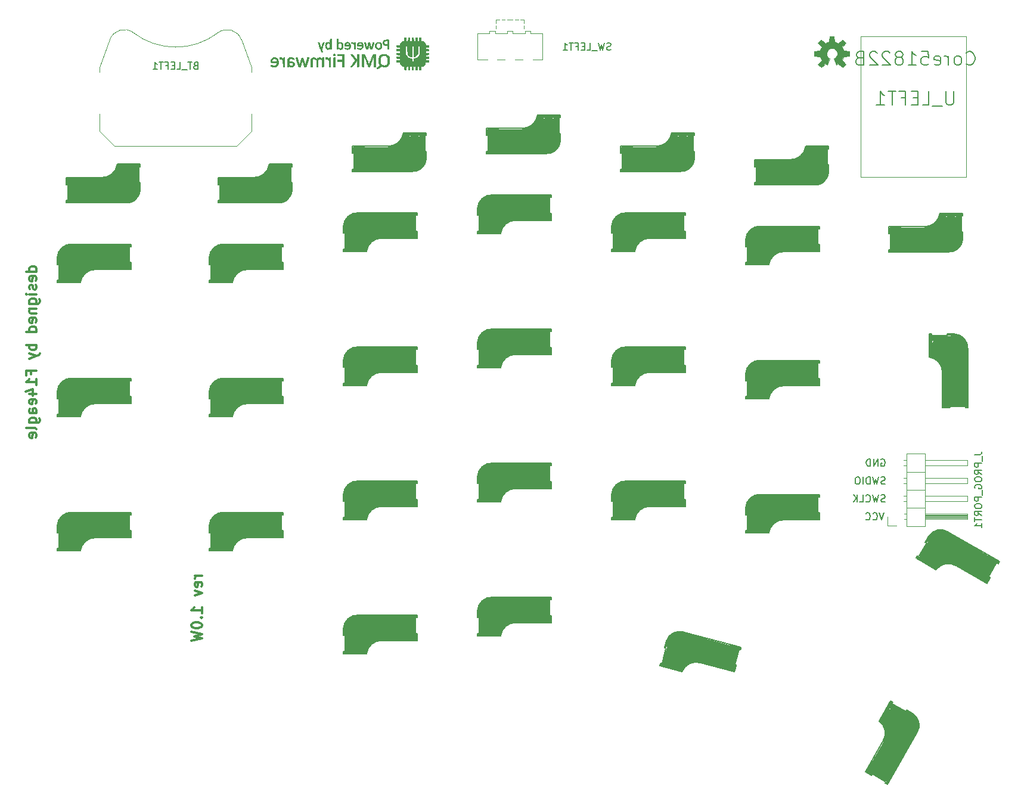
<source format=gbo>
G04 #@! TF.GenerationSoftware,KiCad,Pcbnew,(5.1.2)-2*
G04 #@! TF.CreationDate,2019-10-26T12:53:45+08:00*
G04 #@! TF.ProjectId,redox_rev1_routed3,7265646f-785f-4726-9576-315f726f7574,1.0*
G04 #@! TF.SameCoordinates,Original*
G04 #@! TF.FileFunction,Legend,Bot*
G04 #@! TF.FilePolarity,Positive*
%FSLAX46Y46*%
G04 Gerber Fmt 4.6, Leading zero omitted, Abs format (unit mm)*
G04 Created by KiCad (PCBNEW (5.1.2)-2) date 2019-10-26 12:53:45*
%MOMM*%
%LPD*%
G04 APERTURE LIST*
%ADD10C,0.300000*%
%ADD11C,0.200000*%
%ADD12C,0.010000*%
%ADD13C,0.800000*%
%ADD14C,3.000000*%
%ADD15C,0.500000*%
%ADD16C,1.000000*%
%ADD17C,3.500000*%
%ADD18C,0.150000*%
%ADD19C,0.400000*%
%ADD20C,0.120000*%
%ADD21C,0.100000*%
%ADD22C,0.152400*%
G04 APERTURE END LIST*
D10*
X106088571Y-126274285D02*
X105088571Y-126274285D01*
X105374285Y-126274285D02*
X105231428Y-126345714D01*
X105160000Y-126417142D01*
X105088571Y-126560000D01*
X105088571Y-126702857D01*
X106017142Y-127774285D02*
X106088571Y-127631428D01*
X106088571Y-127345714D01*
X106017142Y-127202857D01*
X105874285Y-127131428D01*
X105302857Y-127131428D01*
X105160000Y-127202857D01*
X105088571Y-127345714D01*
X105088571Y-127631428D01*
X105160000Y-127774285D01*
X105302857Y-127845714D01*
X105445714Y-127845714D01*
X105588571Y-127131428D01*
X105088571Y-128345714D02*
X106088571Y-128702857D01*
X105088571Y-129060000D01*
X106088571Y-131560000D02*
X106088571Y-130702857D01*
X106088571Y-131131428D02*
X104588571Y-131131428D01*
X104802857Y-130988571D01*
X104945714Y-130845714D01*
X105017142Y-130702857D01*
X105945714Y-132202857D02*
X106017142Y-132274285D01*
X106088571Y-132202857D01*
X106017142Y-132131428D01*
X105945714Y-132202857D01*
X106088571Y-132202857D01*
X104588571Y-133202857D02*
X104588571Y-133345714D01*
X104660000Y-133488571D01*
X104731428Y-133560000D01*
X104874285Y-133631428D01*
X105160000Y-133702857D01*
X105517142Y-133702857D01*
X105802857Y-133631428D01*
X105945714Y-133560000D01*
X106017142Y-133488571D01*
X106088571Y-133345714D01*
X106088571Y-133202857D01*
X106017142Y-133060000D01*
X105945714Y-132988571D01*
X105802857Y-132917142D01*
X105517142Y-132845714D01*
X105160000Y-132845714D01*
X104874285Y-132917142D01*
X104731428Y-132988571D01*
X104660000Y-133060000D01*
X104588571Y-133202857D01*
X104588571Y-134202857D02*
X106088571Y-134560000D01*
X105017142Y-134845714D01*
X106088571Y-135131428D01*
X104588571Y-135488571D01*
D11*
X202562095Y-109736000D02*
X202657333Y-109688380D01*
X202800190Y-109688380D01*
X202943047Y-109736000D01*
X203038285Y-109831238D01*
X203085904Y-109926476D01*
X203133523Y-110116952D01*
X203133523Y-110259809D01*
X203085904Y-110450285D01*
X203038285Y-110545523D01*
X202943047Y-110640761D01*
X202800190Y-110688380D01*
X202704952Y-110688380D01*
X202562095Y-110640761D01*
X202514476Y-110593142D01*
X202514476Y-110259809D01*
X202704952Y-110259809D01*
X202085904Y-110688380D02*
X202085904Y-109688380D01*
X201514476Y-110688380D01*
X201514476Y-109688380D01*
X201038285Y-110688380D02*
X201038285Y-109688380D01*
X200800190Y-109688380D01*
X200657333Y-109736000D01*
X200562095Y-109831238D01*
X200514476Y-109926476D01*
X200466857Y-110116952D01*
X200466857Y-110259809D01*
X200514476Y-110450285D01*
X200562095Y-110545523D01*
X200657333Y-110640761D01*
X200800190Y-110688380D01*
X201038285Y-110688380D01*
X203133523Y-113180761D02*
X202990666Y-113228380D01*
X202752571Y-113228380D01*
X202657333Y-113180761D01*
X202609714Y-113133142D01*
X202562095Y-113037904D01*
X202562095Y-112942666D01*
X202609714Y-112847428D01*
X202657333Y-112799809D01*
X202752571Y-112752190D01*
X202943047Y-112704571D01*
X203038285Y-112656952D01*
X203085904Y-112609333D01*
X203133523Y-112514095D01*
X203133523Y-112418857D01*
X203085904Y-112323619D01*
X203038285Y-112276000D01*
X202943047Y-112228380D01*
X202704952Y-112228380D01*
X202562095Y-112276000D01*
X202228761Y-112228380D02*
X201990666Y-113228380D01*
X201800190Y-112514095D01*
X201609714Y-113228380D01*
X201371619Y-112228380D01*
X200990666Y-113228380D02*
X200990666Y-112228380D01*
X200752571Y-112228380D01*
X200609714Y-112276000D01*
X200514476Y-112371238D01*
X200466857Y-112466476D01*
X200419238Y-112656952D01*
X200419238Y-112799809D01*
X200466857Y-112990285D01*
X200514476Y-113085523D01*
X200609714Y-113180761D01*
X200752571Y-113228380D01*
X200990666Y-113228380D01*
X199990666Y-113228380D02*
X199990666Y-112228380D01*
X199324000Y-112228380D02*
X199133523Y-112228380D01*
X199038285Y-112276000D01*
X198943047Y-112371238D01*
X198895428Y-112561714D01*
X198895428Y-112895047D01*
X198943047Y-113085523D01*
X199038285Y-113180761D01*
X199133523Y-113228380D01*
X199324000Y-113228380D01*
X199419238Y-113180761D01*
X199514476Y-113085523D01*
X199562095Y-112895047D01*
X199562095Y-112561714D01*
X199514476Y-112371238D01*
X199419238Y-112276000D01*
X199324000Y-112228380D01*
X203133523Y-115720761D02*
X202990666Y-115768380D01*
X202752571Y-115768380D01*
X202657333Y-115720761D01*
X202609714Y-115673142D01*
X202562095Y-115577904D01*
X202562095Y-115482666D01*
X202609714Y-115387428D01*
X202657333Y-115339809D01*
X202752571Y-115292190D01*
X202943047Y-115244571D01*
X203038285Y-115196952D01*
X203085904Y-115149333D01*
X203133523Y-115054095D01*
X203133523Y-114958857D01*
X203085904Y-114863619D01*
X203038285Y-114816000D01*
X202943047Y-114768380D01*
X202704952Y-114768380D01*
X202562095Y-114816000D01*
X202228761Y-114768380D02*
X201990666Y-115768380D01*
X201800190Y-115054095D01*
X201609714Y-115768380D01*
X201371619Y-114768380D01*
X200419238Y-115673142D02*
X200466857Y-115720761D01*
X200609714Y-115768380D01*
X200704952Y-115768380D01*
X200847809Y-115720761D01*
X200943047Y-115625523D01*
X200990666Y-115530285D01*
X201038285Y-115339809D01*
X201038285Y-115196952D01*
X200990666Y-115006476D01*
X200943047Y-114911238D01*
X200847809Y-114816000D01*
X200704952Y-114768380D01*
X200609714Y-114768380D01*
X200466857Y-114816000D01*
X200419238Y-114863619D01*
X199514476Y-115768380D02*
X199990666Y-115768380D01*
X199990666Y-114768380D01*
X199181142Y-115768380D02*
X199181142Y-114768380D01*
X198609714Y-115768380D02*
X199038285Y-115196952D01*
X198609714Y-114768380D02*
X199181142Y-115339809D01*
X202974761Y-117308380D02*
X202641428Y-118308380D01*
X202308095Y-117308380D01*
X201403333Y-118213142D02*
X201450952Y-118260761D01*
X201593809Y-118308380D01*
X201689047Y-118308380D01*
X201831904Y-118260761D01*
X201927142Y-118165523D01*
X201974761Y-118070285D01*
X202022380Y-117879809D01*
X202022380Y-117736952D01*
X201974761Y-117546476D01*
X201927142Y-117451238D01*
X201831904Y-117356000D01*
X201689047Y-117308380D01*
X201593809Y-117308380D01*
X201450952Y-117356000D01*
X201403333Y-117403619D01*
X200403333Y-118213142D02*
X200450952Y-118260761D01*
X200593809Y-118308380D01*
X200689047Y-118308380D01*
X200831904Y-118260761D01*
X200927142Y-118165523D01*
X200974761Y-118070285D01*
X201022380Y-117879809D01*
X201022380Y-117736952D01*
X200974761Y-117546476D01*
X200927142Y-117451238D01*
X200831904Y-117356000D01*
X200689047Y-117308380D01*
X200593809Y-117308380D01*
X200450952Y-117356000D01*
X200403333Y-117403619D01*
D10*
X82593571Y-83023714D02*
X81093571Y-83023714D01*
X82522142Y-83023714D02*
X82593571Y-82880857D01*
X82593571Y-82595142D01*
X82522142Y-82452285D01*
X82450714Y-82380857D01*
X82307857Y-82309428D01*
X81879285Y-82309428D01*
X81736428Y-82380857D01*
X81665000Y-82452285D01*
X81593571Y-82595142D01*
X81593571Y-82880857D01*
X81665000Y-83023714D01*
X82522142Y-84309428D02*
X82593571Y-84166571D01*
X82593571Y-83880857D01*
X82522142Y-83738000D01*
X82379285Y-83666571D01*
X81807857Y-83666571D01*
X81665000Y-83738000D01*
X81593571Y-83880857D01*
X81593571Y-84166571D01*
X81665000Y-84309428D01*
X81807857Y-84380857D01*
X81950714Y-84380857D01*
X82093571Y-83666571D01*
X82522142Y-84952285D02*
X82593571Y-85095142D01*
X82593571Y-85380857D01*
X82522142Y-85523714D01*
X82379285Y-85595142D01*
X82307857Y-85595142D01*
X82165000Y-85523714D01*
X82093571Y-85380857D01*
X82093571Y-85166571D01*
X82022142Y-85023714D01*
X81879285Y-84952285D01*
X81807857Y-84952285D01*
X81665000Y-85023714D01*
X81593571Y-85166571D01*
X81593571Y-85380857D01*
X81665000Y-85523714D01*
X82593571Y-86238000D02*
X81593571Y-86238000D01*
X81093571Y-86238000D02*
X81165000Y-86166571D01*
X81236428Y-86238000D01*
X81165000Y-86309428D01*
X81093571Y-86238000D01*
X81236428Y-86238000D01*
X81593571Y-87595142D02*
X82807857Y-87595142D01*
X82950714Y-87523714D01*
X83022142Y-87452285D01*
X83093571Y-87309428D01*
X83093571Y-87095142D01*
X83022142Y-86952285D01*
X82522142Y-87595142D02*
X82593571Y-87452285D01*
X82593571Y-87166571D01*
X82522142Y-87023714D01*
X82450714Y-86952285D01*
X82307857Y-86880857D01*
X81879285Y-86880857D01*
X81736428Y-86952285D01*
X81665000Y-87023714D01*
X81593571Y-87166571D01*
X81593571Y-87452285D01*
X81665000Y-87595142D01*
X81593571Y-88309428D02*
X82593571Y-88309428D01*
X81736428Y-88309428D02*
X81665000Y-88380857D01*
X81593571Y-88523714D01*
X81593571Y-88738000D01*
X81665000Y-88880857D01*
X81807857Y-88952285D01*
X82593571Y-88952285D01*
X82522142Y-90238000D02*
X82593571Y-90095142D01*
X82593571Y-89809428D01*
X82522142Y-89666571D01*
X82379285Y-89595142D01*
X81807857Y-89595142D01*
X81665000Y-89666571D01*
X81593571Y-89809428D01*
X81593571Y-90095142D01*
X81665000Y-90238000D01*
X81807857Y-90309428D01*
X81950714Y-90309428D01*
X82093571Y-89595142D01*
X82593571Y-91595142D02*
X81093571Y-91595142D01*
X82522142Y-91595142D02*
X82593571Y-91452285D01*
X82593571Y-91166571D01*
X82522142Y-91023714D01*
X82450714Y-90952285D01*
X82307857Y-90880857D01*
X81879285Y-90880857D01*
X81736428Y-90952285D01*
X81665000Y-91023714D01*
X81593571Y-91166571D01*
X81593571Y-91452285D01*
X81665000Y-91595142D01*
X82593571Y-93452285D02*
X81093571Y-93452285D01*
X81665000Y-93452285D02*
X81593571Y-93595142D01*
X81593571Y-93880857D01*
X81665000Y-94023714D01*
X81736428Y-94095142D01*
X81879285Y-94166571D01*
X82307857Y-94166571D01*
X82450714Y-94095142D01*
X82522142Y-94023714D01*
X82593571Y-93880857D01*
X82593571Y-93595142D01*
X82522142Y-93452285D01*
X81593571Y-94666571D02*
X82593571Y-95023714D01*
X81593571Y-95380857D02*
X82593571Y-95023714D01*
X82950714Y-94880857D01*
X83022142Y-94809428D01*
X83093571Y-94666571D01*
X81807857Y-97595142D02*
X81807857Y-97095142D01*
X82593571Y-97095142D02*
X81093571Y-97095142D01*
X81093571Y-97809428D01*
X82593571Y-99166571D02*
X82593571Y-98309428D01*
X82593571Y-98738000D02*
X81093571Y-98738000D01*
X81307857Y-98595142D01*
X81450714Y-98452285D01*
X81522142Y-98309428D01*
X81593571Y-100452285D02*
X82593571Y-100452285D01*
X81022142Y-100095142D02*
X82093571Y-99738000D01*
X82093571Y-100666571D01*
X82522142Y-101809428D02*
X82593571Y-101666571D01*
X82593571Y-101380857D01*
X82522142Y-101238000D01*
X82379285Y-101166571D01*
X81807857Y-101166571D01*
X81665000Y-101238000D01*
X81593571Y-101380857D01*
X81593571Y-101666571D01*
X81665000Y-101809428D01*
X81807857Y-101880857D01*
X81950714Y-101880857D01*
X82093571Y-101166571D01*
X82593571Y-103166571D02*
X81807857Y-103166571D01*
X81665000Y-103095142D01*
X81593571Y-102952285D01*
X81593571Y-102666571D01*
X81665000Y-102523714D01*
X82522142Y-103166571D02*
X82593571Y-103023714D01*
X82593571Y-102666571D01*
X82522142Y-102523714D01*
X82379285Y-102452285D01*
X82236428Y-102452285D01*
X82093571Y-102523714D01*
X82022142Y-102666571D01*
X82022142Y-103023714D01*
X81950714Y-103166571D01*
X81593571Y-104523714D02*
X82807857Y-104523714D01*
X82950714Y-104452285D01*
X83022142Y-104380857D01*
X83093571Y-104238000D01*
X83093571Y-104023714D01*
X83022142Y-103880857D01*
X82522142Y-104523714D02*
X82593571Y-104380857D01*
X82593571Y-104095142D01*
X82522142Y-103952285D01*
X82450714Y-103880857D01*
X82307857Y-103809428D01*
X81879285Y-103809428D01*
X81736428Y-103880857D01*
X81665000Y-103952285D01*
X81593571Y-104095142D01*
X81593571Y-104380857D01*
X81665000Y-104523714D01*
X82593571Y-105452285D02*
X82522142Y-105309428D01*
X82379285Y-105238000D01*
X81093571Y-105238000D01*
X82522142Y-106595142D02*
X82593571Y-106452285D01*
X82593571Y-106166571D01*
X82522142Y-106023714D01*
X82379285Y-105952285D01*
X81807857Y-105952285D01*
X81665000Y-106023714D01*
X81593571Y-106166571D01*
X81593571Y-106452285D01*
X81665000Y-106595142D01*
X81807857Y-106666571D01*
X81950714Y-106666571D01*
X82093571Y-105952285D01*
D12*
G36*
X194924680Y-53657500D02*
G01*
X194670680Y-53525420D01*
X194043300Y-54038500D01*
X193611500Y-53606700D01*
X194124580Y-52979320D01*
X193992500Y-52725320D01*
X193906140Y-52456080D01*
X193100960Y-52372260D01*
X193100960Y-51767740D01*
X193906140Y-51683920D01*
X193992500Y-51414680D01*
X194124580Y-51160680D01*
X193611500Y-50533300D01*
X194043300Y-50101500D01*
X194670680Y-50614580D01*
X194924680Y-50482500D01*
X195193920Y-50396140D01*
X195277740Y-49590960D01*
X195882260Y-49590960D01*
X195966080Y-50396140D01*
X196235320Y-50482500D01*
X196489320Y-50614580D01*
X197116700Y-50101500D01*
X197548500Y-50533300D01*
X197035420Y-51160680D01*
X197167500Y-51414680D01*
X197253860Y-51683920D01*
X198059040Y-51767740D01*
X198059040Y-52372260D01*
X197253860Y-52456080D01*
X197167500Y-52725320D01*
X197035420Y-52979320D01*
X197548500Y-53606700D01*
X197116700Y-54038500D01*
X196489320Y-53525420D01*
X196235320Y-53657500D01*
X195877180Y-52791360D01*
X196011800Y-52717700D01*
X196131180Y-52621180D01*
X196227700Y-52501800D01*
X196301360Y-52367180D01*
X196344540Y-52222400D01*
X196359780Y-52070000D01*
X196344540Y-51912520D01*
X196293740Y-51757580D01*
X196215000Y-51620420D01*
X196110860Y-51498500D01*
X195981320Y-51401980D01*
X195836540Y-51333400D01*
X195681600Y-51297840D01*
X195524120Y-51292760D01*
X195364100Y-51320700D01*
X195216780Y-51381660D01*
X195082160Y-51470560D01*
X194970400Y-51584860D01*
X194884040Y-51719480D01*
X194825620Y-51869340D01*
X194800220Y-52026820D01*
X194807840Y-52184300D01*
X194848480Y-52339240D01*
X194919600Y-52484020D01*
X195018660Y-52611020D01*
X195140580Y-52715160D01*
X195282820Y-52791360D01*
X194924680Y-53657500D01*
G37*
X194924680Y-53657500D02*
X194670680Y-53525420D01*
X194043300Y-54038500D01*
X193611500Y-53606700D01*
X194124580Y-52979320D01*
X193992500Y-52725320D01*
X193906140Y-52456080D01*
X193100960Y-52372260D01*
X193100960Y-51767740D01*
X193906140Y-51683920D01*
X193992500Y-51414680D01*
X194124580Y-51160680D01*
X193611500Y-50533300D01*
X194043300Y-50101500D01*
X194670680Y-50614580D01*
X194924680Y-50482500D01*
X195193920Y-50396140D01*
X195277740Y-49590960D01*
X195882260Y-49590960D01*
X195966080Y-50396140D01*
X196235320Y-50482500D01*
X196489320Y-50614580D01*
X197116700Y-50101500D01*
X197548500Y-50533300D01*
X197035420Y-51160680D01*
X197167500Y-51414680D01*
X197253860Y-51683920D01*
X198059040Y-51767740D01*
X198059040Y-52372260D01*
X197253860Y-52456080D01*
X197167500Y-52725320D01*
X197035420Y-52979320D01*
X197548500Y-53606700D01*
X197116700Y-54038500D01*
X196489320Y-53525420D01*
X196235320Y-53657500D01*
X195877180Y-52791360D01*
X196011800Y-52717700D01*
X196131180Y-52621180D01*
X196227700Y-52501800D01*
X196301360Y-52367180D01*
X196344540Y-52222400D01*
X196359780Y-52070000D01*
X196344540Y-51912520D01*
X196293740Y-51757580D01*
X196215000Y-51620420D01*
X196110860Y-51498500D01*
X195981320Y-51401980D01*
X195836540Y-51333400D01*
X195681600Y-51297840D01*
X195524120Y-51292760D01*
X195364100Y-51320700D01*
X195216780Y-51381660D01*
X195082160Y-51470560D01*
X194970400Y-51584860D01*
X194884040Y-51719480D01*
X194825620Y-51869340D01*
X194800220Y-52026820D01*
X194807840Y-52184300D01*
X194848480Y-52339240D01*
X194919600Y-52484020D01*
X195018660Y-52611020D01*
X195140580Y-52715160D01*
X195282820Y-52791360D01*
X194924680Y-53657500D01*
G36*
X127361128Y-50425645D02*
G01*
X127318686Y-50444537D01*
X127300242Y-50480180D01*
X127296538Y-50505811D01*
X127297924Y-50564801D01*
X127319677Y-50592123D01*
X127365932Y-50591650D01*
X127383343Y-50587207D01*
X127462689Y-50583477D01*
X127538621Y-50618205D01*
X127610059Y-50690844D01*
X127622997Y-50708830D01*
X127683846Y-50797271D01*
X127683846Y-51425231D01*
X127840825Y-51425231D01*
X127835604Y-50931885D01*
X127830384Y-50438538D01*
X127762000Y-50438538D01*
X127716821Y-50441771D01*
X127695298Y-50459139D01*
X127685209Y-50502151D01*
X127683846Y-50512128D01*
X127674077Y-50585717D01*
X127620050Y-50517686D01*
X127549435Y-50456342D01*
X127463295Y-50423231D01*
X127373861Y-50422701D01*
X127361128Y-50425645D01*
X127361128Y-50425645D01*
G37*
X127361128Y-50425645D02*
X127318686Y-50444537D01*
X127300242Y-50480180D01*
X127296538Y-50505811D01*
X127297924Y-50564801D01*
X127319677Y-50592123D01*
X127365932Y-50591650D01*
X127383343Y-50587207D01*
X127462689Y-50583477D01*
X127538621Y-50618205D01*
X127610059Y-50690844D01*
X127622997Y-50708830D01*
X127683846Y-50797271D01*
X127683846Y-51425231D01*
X127840825Y-51425231D01*
X127835604Y-50931885D01*
X127830384Y-50438538D01*
X127762000Y-50438538D01*
X127716821Y-50441771D01*
X127695298Y-50459139D01*
X127685209Y-50502151D01*
X127683846Y-50512128D01*
X127674077Y-50585717D01*
X127620050Y-50517686D01*
X127549435Y-50456342D01*
X127463295Y-50423231D01*
X127373861Y-50422701D01*
X127361128Y-50425645D01*
G36*
X130399030Y-50438701D02*
G01*
X130365962Y-50458910D01*
X130363295Y-50462961D01*
X130352250Y-50492007D01*
X130332586Y-50552049D01*
X130306353Y-50636491D01*
X130275602Y-50738739D01*
X130243350Y-50848846D01*
X130210616Y-50960391D01*
X130180799Y-51058928D01*
X130155832Y-51138313D01*
X130137646Y-51192402D01*
X130128174Y-51215052D01*
X130128163Y-51215064D01*
X130119255Y-51201793D01*
X130102500Y-51156184D01*
X130079643Y-51083782D01*
X130052430Y-50990130D01*
X130022607Y-50880773D01*
X130021051Y-50874885D01*
X129983720Y-50733317D01*
X129954707Y-50625064D01*
X129932012Y-50545753D01*
X129913637Y-50491008D01*
X129897585Y-50456455D01*
X129881857Y-50437719D01*
X129864455Y-50430424D01*
X129843382Y-50430197D01*
X129818992Y-50432472D01*
X129746224Y-50438538D01*
X129654637Y-50751154D01*
X129622073Y-50862890D01*
X129591733Y-50968070D01*
X129566070Y-51058103D01*
X129547542Y-51124397D01*
X129540876Y-51149184D01*
X129525940Y-51197886D01*
X129513368Y-51223919D01*
X129509366Y-51225263D01*
X129501350Y-51204511D01*
X129484315Y-51151901D01*
X129460014Y-51073139D01*
X129430200Y-50973931D01*
X129396626Y-50859983D01*
X129387087Y-50827233D01*
X129274144Y-50438538D01*
X129209203Y-50432231D01*
X129159656Y-50432744D01*
X129127721Y-50442566D01*
X129126682Y-50443502D01*
X129127045Y-50467034D01*
X129138728Y-50523787D01*
X129160713Y-50609906D01*
X129191986Y-50721532D01*
X129231529Y-50854810D01*
X129256167Y-50935075D01*
X129296136Y-51064241D01*
X129331975Y-51180714D01*
X129362137Y-51279415D01*
X129385075Y-51355262D01*
X129399241Y-51403174D01*
X129403230Y-51418125D01*
X129420895Y-51422083D01*
X129466589Y-51422952D01*
X129513910Y-51421321D01*
X129624590Y-51415461D01*
X129722632Y-51068965D01*
X129754104Y-50960312D01*
X129782586Y-50866802D01*
X129806245Y-50794074D01*
X129823248Y-50747763D01*
X129831760Y-50733504D01*
X129840174Y-50755089D01*
X129856695Y-50808195D01*
X129879493Y-50886552D01*
X129906740Y-50983891D01*
X129932870Y-51080001D01*
X130022895Y-51415461D01*
X130133140Y-51421321D01*
X130192808Y-51423162D01*
X130232841Y-51421849D01*
X130243384Y-51418876D01*
X130248893Y-51398708D01*
X130264398Y-51346279D01*
X130288364Y-51266663D01*
X130319257Y-51164935D01*
X130355542Y-51046170D01*
X130389272Y-50936290D01*
X130428571Y-50806635D01*
X130463058Y-50689191D01*
X130491302Y-50589138D01*
X130511872Y-50511655D01*
X130523337Y-50461923D01*
X130524888Y-50445389D01*
X130495752Y-50430064D01*
X130448046Y-50428460D01*
X130399030Y-50438701D01*
X130399030Y-50438701D01*
G37*
X130399030Y-50438701D02*
X130365962Y-50458910D01*
X130363295Y-50462961D01*
X130352250Y-50492007D01*
X130332586Y-50552049D01*
X130306353Y-50636491D01*
X130275602Y-50738739D01*
X130243350Y-50848846D01*
X130210616Y-50960391D01*
X130180799Y-51058928D01*
X130155832Y-51138313D01*
X130137646Y-51192402D01*
X130128174Y-51215052D01*
X130128163Y-51215064D01*
X130119255Y-51201793D01*
X130102500Y-51156184D01*
X130079643Y-51083782D01*
X130052430Y-50990130D01*
X130022607Y-50880773D01*
X130021051Y-50874885D01*
X129983720Y-50733317D01*
X129954707Y-50625064D01*
X129932012Y-50545753D01*
X129913637Y-50491008D01*
X129897585Y-50456455D01*
X129881857Y-50437719D01*
X129864455Y-50430424D01*
X129843382Y-50430197D01*
X129818992Y-50432472D01*
X129746224Y-50438538D01*
X129654637Y-50751154D01*
X129622073Y-50862890D01*
X129591733Y-50968070D01*
X129566070Y-51058103D01*
X129547542Y-51124397D01*
X129540876Y-51149184D01*
X129525940Y-51197886D01*
X129513368Y-51223919D01*
X129509366Y-51225263D01*
X129501350Y-51204511D01*
X129484315Y-51151901D01*
X129460014Y-51073139D01*
X129430200Y-50973931D01*
X129396626Y-50859983D01*
X129387087Y-50827233D01*
X129274144Y-50438538D01*
X129209203Y-50432231D01*
X129159656Y-50432744D01*
X129127721Y-50442566D01*
X129126682Y-50443502D01*
X129127045Y-50467034D01*
X129138728Y-50523787D01*
X129160713Y-50609906D01*
X129191986Y-50721532D01*
X129231529Y-50854810D01*
X129256167Y-50935075D01*
X129296136Y-51064241D01*
X129331975Y-51180714D01*
X129362137Y-51279415D01*
X129385075Y-51355262D01*
X129399241Y-51403174D01*
X129403230Y-51418125D01*
X129420895Y-51422083D01*
X129466589Y-51422952D01*
X129513910Y-51421321D01*
X129624590Y-51415461D01*
X129722632Y-51068965D01*
X129754104Y-50960312D01*
X129782586Y-50866802D01*
X129806245Y-50794074D01*
X129823248Y-50747763D01*
X129831760Y-50733504D01*
X129840174Y-50755089D01*
X129856695Y-50808195D01*
X129879493Y-50886552D01*
X129906740Y-50983891D01*
X129932870Y-51080001D01*
X130022895Y-51415461D01*
X130133140Y-51421321D01*
X130192808Y-51423162D01*
X130232841Y-51421849D01*
X130243384Y-51418876D01*
X130248893Y-51398708D01*
X130264398Y-51346279D01*
X130288364Y-51266663D01*
X130319257Y-51164935D01*
X130355542Y-51046170D01*
X130389272Y-50936290D01*
X130428571Y-50806635D01*
X130463058Y-50689191D01*
X130491302Y-50589138D01*
X130511872Y-50511655D01*
X130523337Y-50461923D01*
X130524888Y-50445389D01*
X130495752Y-50430064D01*
X130448046Y-50428460D01*
X130399030Y-50438701D01*
G36*
X132345927Y-50078883D02*
G01*
X132280117Y-50080708D01*
X132167042Y-50087257D01*
X132082682Y-50098118D01*
X132016765Y-50114973D01*
X131978843Y-50129983D01*
X131886714Y-50190626D01*
X131821641Y-50272475D01*
X131783186Y-50368970D01*
X131770908Y-50473550D01*
X131784371Y-50579656D01*
X131823134Y-50680726D01*
X131886758Y-50770200D01*
X131974805Y-50841517D01*
X132028253Y-50868485D01*
X132084108Y-50884860D01*
X132163563Y-50899679D01*
X132251160Y-50910169D01*
X132267599Y-50911455D01*
X132431692Y-50923035D01*
X132431692Y-51425231D01*
X132588000Y-51425231D01*
X132588000Y-50764979D01*
X132432821Y-50764979D01*
X132264678Y-50758066D01*
X132182857Y-50754045D01*
X132129260Y-50747711D01*
X132093056Y-50735382D01*
X132063416Y-50713378D01*
X132029652Y-50678171D01*
X131991747Y-50632883D01*
X131971677Y-50592590D01*
X131963889Y-50541320D01*
X131962769Y-50485718D01*
X131964820Y-50416238D01*
X131974489Y-50370713D01*
X131997051Y-50334090D01*
X132027224Y-50301791D01*
X132069868Y-50264574D01*
X132114207Y-50242340D01*
X132174958Y-50229116D01*
X132219794Y-50223617D01*
X132297503Y-50215177D01*
X132352295Y-50212846D01*
X132388301Y-50222018D01*
X132409654Y-50248087D01*
X132420486Y-50296445D01*
X132424930Y-50372487D01*
X132427118Y-50481606D01*
X132427372Y-50494540D01*
X132432821Y-50764979D01*
X132588000Y-50764979D01*
X132588000Y-50097360D01*
X132539002Y-50085062D01*
X132499477Y-50080670D01*
X132431572Y-50078551D01*
X132345927Y-50078883D01*
X132345927Y-50078883D01*
G37*
X132345927Y-50078883D02*
X132280117Y-50080708D01*
X132167042Y-50087257D01*
X132082682Y-50098118D01*
X132016765Y-50114973D01*
X131978843Y-50129983D01*
X131886714Y-50190626D01*
X131821641Y-50272475D01*
X131783186Y-50368970D01*
X131770908Y-50473550D01*
X131784371Y-50579656D01*
X131823134Y-50680726D01*
X131886758Y-50770200D01*
X131974805Y-50841517D01*
X132028253Y-50868485D01*
X132084108Y-50884860D01*
X132163563Y-50899679D01*
X132251160Y-50910169D01*
X132267599Y-50911455D01*
X132431692Y-50923035D01*
X132431692Y-51425231D01*
X132588000Y-51425231D01*
X132588000Y-50764979D01*
X132432821Y-50764979D01*
X132264678Y-50758066D01*
X132182857Y-50754045D01*
X132129260Y-50747711D01*
X132093056Y-50735382D01*
X132063416Y-50713378D01*
X132029652Y-50678171D01*
X131991747Y-50632883D01*
X131971677Y-50592590D01*
X131963889Y-50541320D01*
X131962769Y-50485718D01*
X131964820Y-50416238D01*
X131974489Y-50370713D01*
X131997051Y-50334090D01*
X132027224Y-50301791D01*
X132069868Y-50264574D01*
X132114207Y-50242340D01*
X132174958Y-50229116D01*
X132219794Y-50223617D01*
X132297503Y-50215177D01*
X132352295Y-50212846D01*
X132388301Y-50222018D01*
X132409654Y-50248087D01*
X132420486Y-50296445D01*
X132424930Y-50372487D01*
X132427118Y-50481606D01*
X132427372Y-50494540D01*
X132432821Y-50764979D01*
X132588000Y-50764979D01*
X132588000Y-50097360D01*
X132539002Y-50085062D01*
X132499477Y-50080670D01*
X132431572Y-50078551D01*
X132345927Y-50078883D01*
G36*
X124357423Y-49983146D02*
G01*
X124274384Y-49989154D01*
X124268975Y-50277845D01*
X124263565Y-50566536D01*
X124190821Y-50509051D01*
X124083946Y-50445928D01*
X123972251Y-50421346D01*
X123879064Y-50429789D01*
X123790987Y-50457238D01*
X123726783Y-50499223D01*
X123675155Y-50564972D01*
X123644766Y-50621191D01*
X123618372Y-50679687D01*
X123602171Y-50732385D01*
X123593776Y-50792331D01*
X123590799Y-50872568D01*
X123590590Y-50917231D01*
X123593601Y-51014285D01*
X123601701Y-51101659D01*
X123613568Y-51166359D01*
X123617081Y-51177791D01*
X123660251Y-51262340D01*
X123723417Y-51340895D01*
X123795133Y-51400460D01*
X123828952Y-51418372D01*
X123908091Y-51438100D01*
X124000422Y-51442248D01*
X124085058Y-51430468D01*
X124107724Y-51423031D01*
X124155641Y-51398125D01*
X124210569Y-51362000D01*
X124218766Y-51355885D01*
X124267012Y-51321092D01*
X124292388Y-51312074D01*
X124302180Y-51329750D01*
X124303692Y-51366615D01*
X124307504Y-51405997D01*
X124326840Y-51422149D01*
X124372077Y-51425231D01*
X124440461Y-51425231D01*
X124440461Y-50729512D01*
X124264615Y-50729512D01*
X124264615Y-51148219D01*
X124201115Y-51201738D01*
X124104493Y-51267501D01*
X124014259Y-51297618D01*
X123932790Y-51291718D01*
X123867484Y-51254037D01*
X123813467Y-51183563D01*
X123777413Y-51090326D01*
X123759199Y-50983626D01*
X123758705Y-50872764D01*
X123775809Y-50767038D01*
X123810388Y-50675750D01*
X123862321Y-50608198D01*
X123876079Y-50597435D01*
X123941017Y-50571711D01*
X124019359Y-50567469D01*
X124091287Y-50585615D01*
X124094938Y-50587421D01*
X124136062Y-50614692D01*
X124186429Y-50655943D01*
X124201115Y-50669408D01*
X124264615Y-50729512D01*
X124440461Y-50729512D01*
X124440461Y-49977138D01*
X124357423Y-49983146D01*
X124357423Y-49983146D01*
G37*
X124357423Y-49983146D02*
X124274384Y-49989154D01*
X124268975Y-50277845D01*
X124263565Y-50566536D01*
X124190821Y-50509051D01*
X124083946Y-50445928D01*
X123972251Y-50421346D01*
X123879064Y-50429789D01*
X123790987Y-50457238D01*
X123726783Y-50499223D01*
X123675155Y-50564972D01*
X123644766Y-50621191D01*
X123618372Y-50679687D01*
X123602171Y-50732385D01*
X123593776Y-50792331D01*
X123590799Y-50872568D01*
X123590590Y-50917231D01*
X123593601Y-51014285D01*
X123601701Y-51101659D01*
X123613568Y-51166359D01*
X123617081Y-51177791D01*
X123660251Y-51262340D01*
X123723417Y-51340895D01*
X123795133Y-51400460D01*
X123828952Y-51418372D01*
X123908091Y-51438100D01*
X124000422Y-51442248D01*
X124085058Y-51430468D01*
X124107724Y-51423031D01*
X124155641Y-51398125D01*
X124210569Y-51362000D01*
X124218766Y-51355885D01*
X124267012Y-51321092D01*
X124292388Y-51312074D01*
X124302180Y-51329750D01*
X124303692Y-51366615D01*
X124307504Y-51405997D01*
X124326840Y-51422149D01*
X124372077Y-51425231D01*
X124440461Y-51425231D01*
X124440461Y-50729512D01*
X124264615Y-50729512D01*
X124264615Y-51148219D01*
X124201115Y-51201738D01*
X124104493Y-51267501D01*
X124014259Y-51297618D01*
X123932790Y-51291718D01*
X123867484Y-51254037D01*
X123813467Y-51183563D01*
X123777413Y-51090326D01*
X123759199Y-50983626D01*
X123758705Y-50872764D01*
X123775809Y-50767038D01*
X123810388Y-50675750D01*
X123862321Y-50608198D01*
X123876079Y-50597435D01*
X123941017Y-50571711D01*
X124019359Y-50567469D01*
X124091287Y-50585615D01*
X124094938Y-50587421D01*
X124136062Y-50614692D01*
X124186429Y-50655943D01*
X124201115Y-50669408D01*
X124264615Y-50729512D01*
X124440461Y-50729512D01*
X124440461Y-49977138D01*
X124357423Y-49983146D01*
G36*
X125261077Y-51425231D02*
G01*
X125328282Y-51425231D01*
X125373015Y-51421962D01*
X125393230Y-51404344D01*
X125400953Y-51360657D01*
X125401551Y-51353814D01*
X125407615Y-51282397D01*
X125466230Y-51331527D01*
X125578171Y-51406063D01*
X125689828Y-51441594D01*
X125801627Y-51438184D01*
X125907657Y-51399303D01*
X125967640Y-51359571D01*
X126014063Y-51306237D01*
X126050680Y-51242825D01*
X126079518Y-51181543D01*
X126096740Y-51127106D01*
X126105269Y-51065173D01*
X126108032Y-50981402D01*
X126108148Y-50961021D01*
X126106139Y-50930991D01*
X125938221Y-50930991D01*
X125933077Y-51019542D01*
X125907708Y-51132105D01*
X125862122Y-51219020D01*
X125799901Y-51277153D01*
X125724627Y-51303368D01*
X125639882Y-51294532D01*
X125624832Y-51289333D01*
X125582090Y-51265494D01*
X125527326Y-51225305D01*
X125496560Y-51199137D01*
X125417384Y-51127607D01*
X125417384Y-50945863D01*
X125418651Y-50862277D01*
X125422043Y-50791291D01*
X125426948Y-50743604D01*
X125429625Y-50732222D01*
X125451295Y-50703179D01*
X125494051Y-50662343D01*
X125530127Y-50632931D01*
X125619952Y-50582084D01*
X125704392Y-50567296D01*
X125780374Y-50585616D01*
X125844822Y-50634096D01*
X125894662Y-50709785D01*
X125926820Y-50809733D01*
X125938221Y-50930991D01*
X126106139Y-50930991D01*
X126097214Y-50797610D01*
X126062627Y-50664002D01*
X126003466Y-50558215D01*
X125918808Y-50478266D01*
X125869911Y-50449032D01*
X125792412Y-50426435D01*
X125700412Y-50424798D01*
X125607293Y-50441858D01*
X125526438Y-50475356D01*
X125477069Y-50515404D01*
X125448595Y-50540669D01*
X125434530Y-50546000D01*
X125428468Y-50527608D01*
X125423348Y-50477011D01*
X125419584Y-50401078D01*
X125417592Y-50306677D01*
X125417384Y-50262692D01*
X125417384Y-49979385D01*
X125261077Y-49979385D01*
X125261077Y-51425231D01*
X125261077Y-51425231D01*
G37*
X125261077Y-51425231D02*
X125328282Y-51425231D01*
X125373015Y-51421962D01*
X125393230Y-51404344D01*
X125400953Y-51360657D01*
X125401551Y-51353814D01*
X125407615Y-51282397D01*
X125466230Y-51331527D01*
X125578171Y-51406063D01*
X125689828Y-51441594D01*
X125801627Y-51438184D01*
X125907657Y-51399303D01*
X125967640Y-51359571D01*
X126014063Y-51306237D01*
X126050680Y-51242825D01*
X126079518Y-51181543D01*
X126096740Y-51127106D01*
X126105269Y-51065173D01*
X126108032Y-50981402D01*
X126108148Y-50961021D01*
X126106139Y-50930991D01*
X125938221Y-50930991D01*
X125933077Y-51019542D01*
X125907708Y-51132105D01*
X125862122Y-51219020D01*
X125799901Y-51277153D01*
X125724627Y-51303368D01*
X125639882Y-51294532D01*
X125624832Y-51289333D01*
X125582090Y-51265494D01*
X125527326Y-51225305D01*
X125496560Y-51199137D01*
X125417384Y-51127607D01*
X125417384Y-50945863D01*
X125418651Y-50862277D01*
X125422043Y-50791291D01*
X125426948Y-50743604D01*
X125429625Y-50732222D01*
X125451295Y-50703179D01*
X125494051Y-50662343D01*
X125530127Y-50632931D01*
X125619952Y-50582084D01*
X125704392Y-50567296D01*
X125780374Y-50585616D01*
X125844822Y-50634096D01*
X125894662Y-50709785D01*
X125926820Y-50809733D01*
X125938221Y-50930991D01*
X126106139Y-50930991D01*
X126097214Y-50797610D01*
X126062627Y-50664002D01*
X126003466Y-50558215D01*
X125918808Y-50478266D01*
X125869911Y-50449032D01*
X125792412Y-50426435D01*
X125700412Y-50424798D01*
X125607293Y-50441858D01*
X125526438Y-50475356D01*
X125477069Y-50515404D01*
X125448595Y-50540669D01*
X125434530Y-50546000D01*
X125428468Y-50527608D01*
X125423348Y-50477011D01*
X125419584Y-50401078D01*
X125417592Y-50306677D01*
X125417384Y-50262692D01*
X125417384Y-49979385D01*
X125261077Y-49979385D01*
X125261077Y-51425231D01*
G36*
X126640421Y-50430261D02*
G01*
X126528555Y-50466550D01*
X126442342Y-50529806D01*
X126379821Y-50622212D01*
X126339033Y-50745950D01*
X126333828Y-50771828D01*
X126322380Y-50835234D01*
X126317998Y-50882065D01*
X126325382Y-50914932D01*
X126349233Y-50936447D01*
X126394251Y-50949222D01*
X126465137Y-50955868D01*
X126566590Y-50958996D01*
X126673850Y-50960736D01*
X127009664Y-50966077D01*
X127003285Y-51044231D01*
X126978418Y-51146534D01*
X126924661Y-51225352D01*
X126845477Y-51279114D01*
X126744329Y-51306247D01*
X126624681Y-51305181D01*
X126493533Y-51275495D01*
X126417131Y-51257157D01*
X126371952Y-51261860D01*
X126357471Y-51289862D01*
X126370508Y-51335758D01*
X126408013Y-51375537D01*
X126475142Y-51407395D01*
X126563004Y-51430025D01*
X126662710Y-51442118D01*
X126765370Y-51442369D01*
X126862094Y-51429468D01*
X126912077Y-51415408D01*
X126992552Y-51371029D01*
X127068452Y-51302057D01*
X127127806Y-51221145D01*
X127154597Y-51159050D01*
X127164841Y-51102161D01*
X127172358Y-51022348D01*
X127175688Y-50935744D01*
X127175737Y-50925619D01*
X127173614Y-50839077D01*
X127015423Y-50839077D01*
X126753711Y-50839077D01*
X126641257Y-50838102D01*
X126563476Y-50834905D01*
X126516010Y-50829080D01*
X126494497Y-50820219D01*
X126492109Y-50814654D01*
X126503888Y-50745280D01*
X126533132Y-50671331D01*
X126571511Y-50613007D01*
X126577973Y-50606447D01*
X126642771Y-50568471D01*
X126725571Y-50550473D01*
X126809365Y-50555066D01*
X126843830Y-50565596D01*
X126912777Y-50613171D01*
X126968314Y-50687887D01*
X127000337Y-50772187D01*
X127015423Y-50839077D01*
X127173614Y-50839077D01*
X127173560Y-50836914D01*
X127164757Y-50771518D01*
X127146144Y-50713815D01*
X127122115Y-50662829D01*
X127046257Y-50551778D01*
X126950269Y-50473858D01*
X126836351Y-50430131D01*
X126706705Y-50421660D01*
X126640421Y-50430261D01*
X126640421Y-50430261D01*
G37*
X126640421Y-50430261D02*
X126528555Y-50466550D01*
X126442342Y-50529806D01*
X126379821Y-50622212D01*
X126339033Y-50745950D01*
X126333828Y-50771828D01*
X126322380Y-50835234D01*
X126317998Y-50882065D01*
X126325382Y-50914932D01*
X126349233Y-50936447D01*
X126394251Y-50949222D01*
X126465137Y-50955868D01*
X126566590Y-50958996D01*
X126673850Y-50960736D01*
X127009664Y-50966077D01*
X127003285Y-51044231D01*
X126978418Y-51146534D01*
X126924661Y-51225352D01*
X126845477Y-51279114D01*
X126744329Y-51306247D01*
X126624681Y-51305181D01*
X126493533Y-51275495D01*
X126417131Y-51257157D01*
X126371952Y-51261860D01*
X126357471Y-51289862D01*
X126370508Y-51335758D01*
X126408013Y-51375537D01*
X126475142Y-51407395D01*
X126563004Y-51430025D01*
X126662710Y-51442118D01*
X126765370Y-51442369D01*
X126862094Y-51429468D01*
X126912077Y-51415408D01*
X126992552Y-51371029D01*
X127068452Y-51302057D01*
X127127806Y-51221145D01*
X127154597Y-51159050D01*
X127164841Y-51102161D01*
X127172358Y-51022348D01*
X127175688Y-50935744D01*
X127175737Y-50925619D01*
X127173614Y-50839077D01*
X127015423Y-50839077D01*
X126753711Y-50839077D01*
X126641257Y-50838102D01*
X126563476Y-50834905D01*
X126516010Y-50829080D01*
X126494497Y-50820219D01*
X126492109Y-50814654D01*
X126503888Y-50745280D01*
X126533132Y-50671331D01*
X126571511Y-50613007D01*
X126577973Y-50606447D01*
X126642771Y-50568471D01*
X126725571Y-50550473D01*
X126809365Y-50555066D01*
X126843830Y-50565596D01*
X126912777Y-50613171D01*
X126968314Y-50687887D01*
X127000337Y-50772187D01*
X127015423Y-50839077D01*
X127173614Y-50839077D01*
X127173560Y-50836914D01*
X127164757Y-50771518D01*
X127146144Y-50713815D01*
X127122115Y-50662829D01*
X127046257Y-50551778D01*
X126950269Y-50473858D01*
X126836351Y-50430131D01*
X126706705Y-50421660D01*
X126640421Y-50430261D01*
G36*
X128392013Y-50438295D02*
G01*
X128285116Y-50484951D01*
X128203702Y-50560168D01*
X128149922Y-50661808D01*
X128125928Y-50787732D01*
X128124870Y-50817416D01*
X128123461Y-50946538D01*
X128460500Y-50951884D01*
X128582421Y-50953959D01*
X128670699Y-50956250D01*
X128730761Y-50959542D01*
X128768037Y-50964625D01*
X128787954Y-50972284D01*
X128795943Y-50983307D01*
X128797430Y-50998480D01*
X128797429Y-51000730D01*
X128781354Y-51100757D01*
X128738252Y-51192842D01*
X128699631Y-51239822D01*
X128659120Y-51272740D01*
X128614835Y-51291640D01*
X128552346Y-51301567D01*
X128514978Y-51304418D01*
X128374855Y-51299538D01*
X128296914Y-51280899D01*
X128224781Y-51258236D01*
X128181579Y-51251836D01*
X128160095Y-51263105D01*
X128153118Y-51293448D01*
X128152769Y-51308997D01*
X128158775Y-51350971D01*
X128183749Y-51378493D01*
X128226038Y-51399454D01*
X128280637Y-51415060D01*
X128359217Y-51428588D01*
X128446684Y-51437567D01*
X128465384Y-51438675D01*
X128552654Y-51441540D01*
X128614836Y-51438248D01*
X128665704Y-51426757D01*
X128719031Y-51405028D01*
X128731098Y-51399325D01*
X128833294Y-51329934D01*
X128907865Y-51233156D01*
X128954541Y-51109507D01*
X128973053Y-50959508D01*
X128973384Y-50934347D01*
X128960173Y-50802230D01*
X128797012Y-50802230D01*
X128785625Y-50821745D01*
X128753096Y-50832764D01*
X128694328Y-50837715D01*
X128604222Y-50839027D01*
X128543538Y-50839077D01*
X128289538Y-50839077D01*
X128289611Y-50775577D01*
X128307253Y-50688940D01*
X128355364Y-50618877D01*
X128427039Y-50570541D01*
X128515376Y-50549087D01*
X128587077Y-50553484D01*
X128659391Y-50584397D01*
X128725280Y-50642931D01*
X128772732Y-50718032D01*
X128776757Y-50728003D01*
X128792357Y-50771792D01*
X128797012Y-50802230D01*
X128960173Y-50802230D01*
X128958378Y-50784282D01*
X128914857Y-50656737D01*
X128845066Y-50554261D01*
X128751251Y-50479402D01*
X128635655Y-50434708D01*
X128522241Y-50422339D01*
X128392013Y-50438295D01*
X128392013Y-50438295D01*
G37*
X128392013Y-50438295D02*
X128285116Y-50484951D01*
X128203702Y-50560168D01*
X128149922Y-50661808D01*
X128125928Y-50787732D01*
X128124870Y-50817416D01*
X128123461Y-50946538D01*
X128460500Y-50951884D01*
X128582421Y-50953959D01*
X128670699Y-50956250D01*
X128730761Y-50959542D01*
X128768037Y-50964625D01*
X128787954Y-50972284D01*
X128795943Y-50983307D01*
X128797430Y-50998480D01*
X128797429Y-51000730D01*
X128781354Y-51100757D01*
X128738252Y-51192842D01*
X128699631Y-51239822D01*
X128659120Y-51272740D01*
X128614835Y-51291640D01*
X128552346Y-51301567D01*
X128514978Y-51304418D01*
X128374855Y-51299538D01*
X128296914Y-51280899D01*
X128224781Y-51258236D01*
X128181579Y-51251836D01*
X128160095Y-51263105D01*
X128153118Y-51293448D01*
X128152769Y-51308997D01*
X128158775Y-51350971D01*
X128183749Y-51378493D01*
X128226038Y-51399454D01*
X128280637Y-51415060D01*
X128359217Y-51428588D01*
X128446684Y-51437567D01*
X128465384Y-51438675D01*
X128552654Y-51441540D01*
X128614836Y-51438248D01*
X128665704Y-51426757D01*
X128719031Y-51405028D01*
X128731098Y-51399325D01*
X128833294Y-51329934D01*
X128907865Y-51233156D01*
X128954541Y-51109507D01*
X128973053Y-50959508D01*
X128973384Y-50934347D01*
X128960173Y-50802230D01*
X128797012Y-50802230D01*
X128785625Y-50821745D01*
X128753096Y-50832764D01*
X128694328Y-50837715D01*
X128604222Y-50839027D01*
X128543538Y-50839077D01*
X128289538Y-50839077D01*
X128289611Y-50775577D01*
X128307253Y-50688940D01*
X128355364Y-50618877D01*
X128427039Y-50570541D01*
X128515376Y-50549087D01*
X128587077Y-50553484D01*
X128659391Y-50584397D01*
X128725280Y-50642931D01*
X128772732Y-50718032D01*
X128776757Y-50728003D01*
X128792357Y-50771792D01*
X128797012Y-50802230D01*
X128960173Y-50802230D01*
X128958378Y-50784282D01*
X128914857Y-50656737D01*
X128845066Y-50554261D01*
X128751251Y-50479402D01*
X128635655Y-50434708D01*
X128522241Y-50422339D01*
X128392013Y-50438295D01*
G36*
X131004037Y-50437745D02*
G01*
X130888285Y-50480322D01*
X130798658Y-50551948D01*
X130735143Y-50652637D01*
X130697727Y-50782403D01*
X130686398Y-50941261D01*
X130686400Y-50941369D01*
X130702943Y-51090384D01*
X130748394Y-51216482D01*
X130821252Y-51317400D01*
X130920018Y-51390870D01*
X131006956Y-51425681D01*
X131104481Y-51441443D01*
X131214848Y-51440900D01*
X131316943Y-51424644D01*
X131344275Y-51416269D01*
X131448234Y-51359812D01*
X131526778Y-51274021D01*
X131579430Y-51159650D01*
X131605713Y-51017451D01*
X131606835Y-51002310D01*
X131605727Y-50941026D01*
X131435200Y-50941026D01*
X131426416Y-51062201D01*
X131398244Y-51154727D01*
X131347870Y-51225344D01*
X131300456Y-51263649D01*
X131211092Y-51301448D01*
X131114742Y-51305394D01*
X131023287Y-51275475D01*
X131004446Y-51263972D01*
X130936354Y-51206406D01*
X130892264Y-51137643D01*
X130868592Y-51049245D01*
X130861754Y-50932775D01*
X130861776Y-50928049D01*
X130871967Y-50794823D01*
X130901761Y-50694155D01*
X130952843Y-50623877D01*
X131026894Y-50581823D01*
X131125599Y-50565825D01*
X131143289Y-50565538D01*
X131249449Y-50579893D01*
X131331142Y-50623452D01*
X131388944Y-50696959D01*
X131423435Y-50801159D01*
X131435192Y-50936795D01*
X131435200Y-50941026D01*
X131605727Y-50941026D01*
X131603886Y-50839271D01*
X131572810Y-50701359D01*
X131514590Y-50589809D01*
X131430210Y-50505853D01*
X131320654Y-50450726D01*
X131186905Y-50425662D01*
X131145926Y-50424203D01*
X131004037Y-50437745D01*
X131004037Y-50437745D01*
G37*
X131004037Y-50437745D02*
X130888285Y-50480322D01*
X130798658Y-50551948D01*
X130735143Y-50652637D01*
X130697727Y-50782403D01*
X130686398Y-50941261D01*
X130686400Y-50941369D01*
X130702943Y-51090384D01*
X130748394Y-51216482D01*
X130821252Y-51317400D01*
X130920018Y-51390870D01*
X131006956Y-51425681D01*
X131104481Y-51441443D01*
X131214848Y-51440900D01*
X131316943Y-51424644D01*
X131344275Y-51416269D01*
X131448234Y-51359812D01*
X131526778Y-51274021D01*
X131579430Y-51159650D01*
X131605713Y-51017451D01*
X131606835Y-51002310D01*
X131605727Y-50941026D01*
X131435200Y-50941026D01*
X131426416Y-51062201D01*
X131398244Y-51154727D01*
X131347870Y-51225344D01*
X131300456Y-51263649D01*
X131211092Y-51301448D01*
X131114742Y-51305394D01*
X131023287Y-51275475D01*
X131004446Y-51263972D01*
X130936354Y-51206406D01*
X130892264Y-51137643D01*
X130868592Y-51049245D01*
X130861754Y-50932775D01*
X130861776Y-50928049D01*
X130871967Y-50794823D01*
X130901761Y-50694155D01*
X130952843Y-50623877D01*
X131026894Y-50581823D01*
X131125599Y-50565825D01*
X131143289Y-50565538D01*
X131249449Y-50579893D01*
X131331142Y-50623452D01*
X131388944Y-50696959D01*
X131423435Y-50801159D01*
X131435192Y-50936795D01*
X131435200Y-50941026D01*
X131605727Y-50941026D01*
X131603886Y-50839271D01*
X131572810Y-50701359D01*
X131514590Y-50589809D01*
X131430210Y-50505853D01*
X131320654Y-50450726D01*
X131186905Y-50425662D01*
X131145926Y-50424203D01*
X131004037Y-50437745D01*
G36*
X122591200Y-50439927D02*
G01*
X122571575Y-50458752D01*
X122575813Y-50481837D01*
X122591616Y-50536488D01*
X122617188Y-50617549D01*
X122650734Y-50719862D01*
X122690458Y-50838273D01*
X122734567Y-50967624D01*
X122781264Y-51102758D01*
X122828755Y-51238520D01*
X122875245Y-51369754D01*
X122918937Y-51491302D01*
X122958038Y-51598008D01*
X122990752Y-51684717D01*
X123015283Y-51746270D01*
X123029838Y-51777514D01*
X123031466Y-51779749D01*
X123065994Y-51796399D01*
X123118450Y-51805588D01*
X123168005Y-51804835D01*
X123187953Y-51798405D01*
X123198557Y-51783969D01*
X123197846Y-51756365D01*
X123184317Y-51708746D01*
X123156467Y-51634265D01*
X123146348Y-51608785D01*
X123110234Y-51511097D01*
X123092972Y-51445090D01*
X123093996Y-51408538D01*
X123095011Y-51406538D01*
X123112335Y-51369882D01*
X123138869Y-51305232D01*
X123172443Y-51218657D01*
X123210890Y-51116226D01*
X123252040Y-51004010D01*
X123293723Y-50888076D01*
X123333771Y-50774495D01*
X123370015Y-50669336D01*
X123400285Y-50578667D01*
X123422414Y-50508559D01*
X123434231Y-50465080D01*
X123435399Y-50454075D01*
X123408578Y-50434512D01*
X123351349Y-50432465D01*
X123277923Y-50438538D01*
X123141154Y-50824147D01*
X123099884Y-50938962D01*
X123062452Y-51040190D01*
X123030945Y-51122421D01*
X123007450Y-51180244D01*
X122994055Y-51208250D01*
X122992277Y-51210032D01*
X122982670Y-51192483D01*
X122962963Y-51143389D01*
X122935214Y-51068339D01*
X122901481Y-50972926D01*
X122863823Y-50862740D01*
X122857520Y-50843961D01*
X122818809Y-50729919D01*
X122783153Y-50627842D01*
X122752768Y-50543834D01*
X122729865Y-50483999D01*
X122716659Y-50454439D01*
X122715813Y-50453192D01*
X122681828Y-50433755D01*
X122634348Y-50429563D01*
X122591200Y-50439927D01*
X122591200Y-50439927D01*
G37*
X122591200Y-50439927D02*
X122571575Y-50458752D01*
X122575813Y-50481837D01*
X122591616Y-50536488D01*
X122617188Y-50617549D01*
X122650734Y-50719862D01*
X122690458Y-50838273D01*
X122734567Y-50967624D01*
X122781264Y-51102758D01*
X122828755Y-51238520D01*
X122875245Y-51369754D01*
X122918937Y-51491302D01*
X122958038Y-51598008D01*
X122990752Y-51684717D01*
X123015283Y-51746270D01*
X123029838Y-51777514D01*
X123031466Y-51779749D01*
X123065994Y-51796399D01*
X123118450Y-51805588D01*
X123168005Y-51804835D01*
X123187953Y-51798405D01*
X123198557Y-51783969D01*
X123197846Y-51756365D01*
X123184317Y-51708746D01*
X123156467Y-51634265D01*
X123146348Y-51608785D01*
X123110234Y-51511097D01*
X123092972Y-51445090D01*
X123093996Y-51408538D01*
X123095011Y-51406538D01*
X123112335Y-51369882D01*
X123138869Y-51305232D01*
X123172443Y-51218657D01*
X123210890Y-51116226D01*
X123252040Y-51004010D01*
X123293723Y-50888076D01*
X123333771Y-50774495D01*
X123370015Y-50669336D01*
X123400285Y-50578667D01*
X123422414Y-50508559D01*
X123434231Y-50465080D01*
X123435399Y-50454075D01*
X123408578Y-50434512D01*
X123351349Y-50432465D01*
X123277923Y-50438538D01*
X123141154Y-50824147D01*
X123099884Y-50938962D01*
X123062452Y-51040190D01*
X123030945Y-51122421D01*
X123007450Y-51180244D01*
X122994055Y-51208250D01*
X122992277Y-51210032D01*
X122982670Y-51192483D01*
X122962963Y-51143389D01*
X122935214Y-51068339D01*
X122901481Y-50972926D01*
X122863823Y-50862740D01*
X122857520Y-50843961D01*
X122818809Y-50729919D01*
X122783153Y-50627842D01*
X122752768Y-50543834D01*
X122729865Y-50483999D01*
X122716659Y-50454439D01*
X122715813Y-50453192D01*
X122681828Y-50433755D01*
X122634348Y-50429563D01*
X122591200Y-50439927D01*
G36*
X124813476Y-52111966D02*
G01*
X124766016Y-52125769D01*
X124756984Y-52132523D01*
X124738805Y-52172982D01*
X124734433Y-52231789D01*
X124743214Y-52290989D01*
X124764241Y-52332374D01*
X124809581Y-52355073D01*
X124872549Y-52362288D01*
X124934894Y-52354017D01*
X124976373Y-52332374D01*
X124997876Y-52291987D01*
X125007072Y-52237250D01*
X125007077Y-52236077D01*
X124998237Y-52181300D01*
X124976920Y-52140338D01*
X124976373Y-52139780D01*
X124935642Y-52119533D01*
X124875681Y-52110074D01*
X124813476Y-52111966D01*
X124813476Y-52111966D01*
G37*
X124813476Y-52111966D02*
X124766016Y-52125769D01*
X124756984Y-52132523D01*
X124738805Y-52172982D01*
X124734433Y-52231789D01*
X124743214Y-52290989D01*
X124764241Y-52332374D01*
X124809581Y-52355073D01*
X124872549Y-52362288D01*
X124934894Y-52354017D01*
X124976373Y-52332374D01*
X124997876Y-52291987D01*
X125007072Y-52237250D01*
X125007077Y-52236077D01*
X124998237Y-52181300D01*
X124976920Y-52140338D01*
X124976373Y-52139780D01*
X124935642Y-52119533D01*
X124875681Y-52110074D01*
X124813476Y-52111966D01*
G36*
X117137961Y-52609853D02*
G01*
X117112200Y-52621493D01*
X117099009Y-52645645D01*
X117094369Y-52693001D01*
X117094000Y-52726817D01*
X117096303Y-52791487D01*
X117108881Y-52823592D01*
X117140233Y-52829604D01*
X117198862Y-52815994D01*
X117207795Y-52813447D01*
X117291960Y-52808742D01*
X117377062Y-52842754D01*
X117463309Y-52915602D01*
X117530516Y-52998077D01*
X117544410Y-53019663D01*
X117555084Y-53044456D01*
X117563124Y-53077962D01*
X117569116Y-53125684D01*
X117573645Y-53193129D01*
X117577296Y-53285802D01*
X117580654Y-53409207D01*
X117582461Y-53486538D01*
X117592230Y-53916385D01*
X117680881Y-53922170D01*
X117737092Y-53922827D01*
X117775813Y-53917753D01*
X117783458Y-53914029D01*
X117786804Y-53891816D01*
X117789861Y-53835221D01*
X117792529Y-53748937D01*
X117794710Y-53637658D01*
X117796304Y-53506079D01*
X117797211Y-53358894D01*
X117797384Y-53257519D01*
X117797384Y-52614936D01*
X117704577Y-52620891D01*
X117611769Y-52626846D01*
X117602000Y-52723632D01*
X117592230Y-52820418D01*
X117540285Y-52758447D01*
X117443201Y-52666423D01*
X117338335Y-52612379D01*
X117226295Y-52596539D01*
X117137961Y-52609853D01*
X117137961Y-52609853D01*
G37*
X117137961Y-52609853D02*
X117112200Y-52621493D01*
X117099009Y-52645645D01*
X117094369Y-52693001D01*
X117094000Y-52726817D01*
X117096303Y-52791487D01*
X117108881Y-52823592D01*
X117140233Y-52829604D01*
X117198862Y-52815994D01*
X117207795Y-52813447D01*
X117291960Y-52808742D01*
X117377062Y-52842754D01*
X117463309Y-52915602D01*
X117530516Y-52998077D01*
X117544410Y-53019663D01*
X117555084Y-53044456D01*
X117563124Y-53077962D01*
X117569116Y-53125684D01*
X117573645Y-53193129D01*
X117577296Y-53285802D01*
X117580654Y-53409207D01*
X117582461Y-53486538D01*
X117592230Y-53916385D01*
X117680881Y-53922170D01*
X117737092Y-53922827D01*
X117775813Y-53917753D01*
X117783458Y-53914029D01*
X117786804Y-53891816D01*
X117789861Y-53835221D01*
X117792529Y-53748937D01*
X117794710Y-53637658D01*
X117796304Y-53506079D01*
X117797211Y-53358894D01*
X117797384Y-53257519D01*
X117797384Y-52614936D01*
X117704577Y-52620891D01*
X117611769Y-52626846D01*
X117602000Y-52723632D01*
X117592230Y-52820418D01*
X117540285Y-52758447D01*
X117443201Y-52666423D01*
X117338335Y-52612379D01*
X117226295Y-52596539D01*
X117137961Y-52609853D01*
G36*
X120994446Y-52778269D02*
G01*
X120972791Y-52850791D01*
X120943202Y-52951046D01*
X120908560Y-53069219D01*
X120871743Y-53195491D01*
X120842574Y-53296038D01*
X120809870Y-53407174D01*
X120780289Y-53504174D01*
X120755677Y-53581256D01*
X120737885Y-53632641D01*
X120728760Y-53652548D01*
X120728529Y-53652615D01*
X120720826Y-53634531D01*
X120704573Y-53583513D01*
X120681176Y-53504418D01*
X120652038Y-53402099D01*
X120618564Y-53281413D01*
X120582159Y-53147215D01*
X120580151Y-53139731D01*
X120442634Y-52626846D01*
X120230376Y-52626846D01*
X120079912Y-53144615D01*
X120040512Y-53280227D01*
X120004781Y-53403273D01*
X119974140Y-53508852D01*
X119950012Y-53592061D01*
X119933818Y-53647997D01*
X119926982Y-53671758D01*
X119926873Y-53672154D01*
X119920983Y-53657242D01*
X119905953Y-53610027D01*
X119883379Y-53535782D01*
X119854854Y-53439778D01*
X119821974Y-53327285D01*
X119808690Y-53281385D01*
X119771443Y-53152641D01*
X119735130Y-53027670D01*
X119702119Y-52914578D01*
X119674777Y-52821477D01*
X119655472Y-52756474D01*
X119653209Y-52748961D01*
X119613337Y-52617077D01*
X119517360Y-52617077D01*
X119459537Y-52620398D01*
X119419692Y-52628853D01*
X119410431Y-52634797D01*
X119413458Y-52656803D01*
X119426752Y-52710698D01*
X119448690Y-52791145D01*
X119477649Y-52892811D01*
X119512009Y-53010358D01*
X119550145Y-53138451D01*
X119590437Y-53271755D01*
X119631261Y-53404934D01*
X119670995Y-53532652D01*
X119708017Y-53649574D01*
X119740704Y-53750364D01*
X119767435Y-53829687D01*
X119786587Y-53882206D01*
X119795650Y-53901731D01*
X119825927Y-53916337D01*
X119882025Y-53924937D01*
X119915965Y-53926154D01*
X119980577Y-53921612D01*
X120032277Y-53910039D01*
X120049204Y-53901731D01*
X120064833Y-53875139D01*
X120088736Y-53815137D01*
X120119401Y-53726143D01*
X120155316Y-53612580D01*
X120194969Y-53478867D01*
X120201116Y-53457451D01*
X120236579Y-53334442D01*
X120269180Y-53223352D01*
X120297179Y-53129952D01*
X120318837Y-53060009D01*
X120332413Y-53019294D01*
X120335435Y-53012023D01*
X120344368Y-53022497D01*
X120361587Y-53066582D01*
X120385737Y-53140017D01*
X120415461Y-53238544D01*
X120449402Y-53357904D01*
X120472246Y-53441534D01*
X120507368Y-53569216D01*
X120540451Y-53684263D01*
X120569829Y-53781293D01*
X120593839Y-53854924D01*
X120610814Y-53899775D01*
X120617488Y-53911086D01*
X120653177Y-53920556D01*
X120711591Y-53924855D01*
X120776734Y-53924072D01*
X120832610Y-53918295D01*
X120860519Y-53909750D01*
X120871456Y-53888326D01*
X120891819Y-53834825D01*
X120919916Y-53754633D01*
X120954051Y-53653134D01*
X120992530Y-53535712D01*
X121033659Y-53407753D01*
X121075745Y-53274641D01*
X121117093Y-53141761D01*
X121156009Y-53014497D01*
X121190798Y-52898234D01*
X121219767Y-52798357D01*
X121241221Y-52720251D01*
X121253467Y-52669300D01*
X121255692Y-52653720D01*
X121250206Y-52632340D01*
X121227676Y-52621260D01*
X121178999Y-52617342D01*
X121149413Y-52617077D01*
X121043134Y-52617077D01*
X120994446Y-52778269D01*
X120994446Y-52778269D01*
G37*
X120994446Y-52778269D02*
X120972791Y-52850791D01*
X120943202Y-52951046D01*
X120908560Y-53069219D01*
X120871743Y-53195491D01*
X120842574Y-53296038D01*
X120809870Y-53407174D01*
X120780289Y-53504174D01*
X120755677Y-53581256D01*
X120737885Y-53632641D01*
X120728760Y-53652548D01*
X120728529Y-53652615D01*
X120720826Y-53634531D01*
X120704573Y-53583513D01*
X120681176Y-53504418D01*
X120652038Y-53402099D01*
X120618564Y-53281413D01*
X120582159Y-53147215D01*
X120580151Y-53139731D01*
X120442634Y-52626846D01*
X120230376Y-52626846D01*
X120079912Y-53144615D01*
X120040512Y-53280227D01*
X120004781Y-53403273D01*
X119974140Y-53508852D01*
X119950012Y-53592061D01*
X119933818Y-53647997D01*
X119926982Y-53671758D01*
X119926873Y-53672154D01*
X119920983Y-53657242D01*
X119905953Y-53610027D01*
X119883379Y-53535782D01*
X119854854Y-53439778D01*
X119821974Y-53327285D01*
X119808690Y-53281385D01*
X119771443Y-53152641D01*
X119735130Y-53027670D01*
X119702119Y-52914578D01*
X119674777Y-52821477D01*
X119655472Y-52756474D01*
X119653209Y-52748961D01*
X119613337Y-52617077D01*
X119517360Y-52617077D01*
X119459537Y-52620398D01*
X119419692Y-52628853D01*
X119410431Y-52634797D01*
X119413458Y-52656803D01*
X119426752Y-52710698D01*
X119448690Y-52791145D01*
X119477649Y-52892811D01*
X119512009Y-53010358D01*
X119550145Y-53138451D01*
X119590437Y-53271755D01*
X119631261Y-53404934D01*
X119670995Y-53532652D01*
X119708017Y-53649574D01*
X119740704Y-53750364D01*
X119767435Y-53829687D01*
X119786587Y-53882206D01*
X119795650Y-53901731D01*
X119825927Y-53916337D01*
X119882025Y-53924937D01*
X119915965Y-53926154D01*
X119980577Y-53921612D01*
X120032277Y-53910039D01*
X120049204Y-53901731D01*
X120064833Y-53875139D01*
X120088736Y-53815137D01*
X120119401Y-53726143D01*
X120155316Y-53612580D01*
X120194969Y-53478867D01*
X120201116Y-53457451D01*
X120236579Y-53334442D01*
X120269180Y-53223352D01*
X120297179Y-53129952D01*
X120318837Y-53060009D01*
X120332413Y-53019294D01*
X120335435Y-53012023D01*
X120344368Y-53022497D01*
X120361587Y-53066582D01*
X120385737Y-53140017D01*
X120415461Y-53238544D01*
X120449402Y-53357904D01*
X120472246Y-53441534D01*
X120507368Y-53569216D01*
X120540451Y-53684263D01*
X120569829Y-53781293D01*
X120593839Y-53854924D01*
X120610814Y-53899775D01*
X120617488Y-53911086D01*
X120653177Y-53920556D01*
X120711591Y-53924855D01*
X120776734Y-53924072D01*
X120832610Y-53918295D01*
X120860519Y-53909750D01*
X120871456Y-53888326D01*
X120891819Y-53834825D01*
X120919916Y-53754633D01*
X120954051Y-53653134D01*
X120992530Y-53535712D01*
X121033659Y-53407753D01*
X121075745Y-53274641D01*
X121117093Y-53141761D01*
X121156009Y-53014497D01*
X121190798Y-52898234D01*
X121219767Y-52798357D01*
X121241221Y-52720251D01*
X121253467Y-52669300D01*
X121255692Y-52653720D01*
X121250206Y-52632340D01*
X121227676Y-52621260D01*
X121178999Y-52617342D01*
X121149413Y-52617077D01*
X121043134Y-52617077D01*
X120994446Y-52778269D01*
G36*
X122708740Y-52601661D02*
G01*
X122585370Y-52625072D01*
X122486375Y-52679017D01*
X122411710Y-52763519D01*
X122407438Y-52770505D01*
X122368336Y-52836010D01*
X122282879Y-52757239D01*
X122183364Y-52675942D01*
X122091425Y-52625724D01*
X121997450Y-52602568D01*
X121909234Y-52601136D01*
X121785996Y-52623833D01*
X121688037Y-52675582D01*
X121612819Y-52757991D01*
X121585328Y-52806288D01*
X121571270Y-52836113D01*
X121560386Y-52864998D01*
X121552272Y-52898223D01*
X121546522Y-52941064D01*
X121542728Y-52998800D01*
X121540486Y-53076708D01*
X121539388Y-53180066D01*
X121539029Y-53314153D01*
X121539000Y-53408385D01*
X121539000Y-53916385D01*
X121734384Y-53916385D01*
X121744621Y-53447461D01*
X121748716Y-53284416D01*
X121753718Y-53155594D01*
X121760606Y-53056144D01*
X121770358Y-52981212D01*
X121783955Y-52925946D01*
X121802374Y-52885493D01*
X121826595Y-52855001D01*
X121857597Y-52829616D01*
X121871113Y-52820461D01*
X121952111Y-52789043D01*
X122040341Y-52795369D01*
X122134500Y-52839046D01*
X122233287Y-52919683D01*
X122246891Y-52933364D01*
X122329551Y-53018323D01*
X122340077Y-53916385D01*
X122535461Y-53916385D01*
X122546117Y-53457231D01*
X122550662Y-53291550D01*
X122556333Y-53160175D01*
X122564025Y-53058336D01*
X122574633Y-52981262D01*
X122589051Y-52924185D01*
X122608175Y-52882333D01*
X122632898Y-52850936D01*
X122664117Y-52825225D01*
X122664745Y-52824784D01*
X122728278Y-52799839D01*
X122807984Y-52794586D01*
X122886112Y-52809319D01*
X122912547Y-52820664D01*
X122955393Y-52850107D01*
X123010042Y-52896655D01*
X123047967Y-52933364D01*
X123130628Y-53018323D01*
X123141154Y-53916385D01*
X123229804Y-53922170D01*
X123286015Y-53922827D01*
X123324736Y-53917753D01*
X123332381Y-53914029D01*
X123335727Y-53891816D01*
X123338784Y-53835221D01*
X123341453Y-53748937D01*
X123343634Y-53637658D01*
X123345227Y-53506079D01*
X123346134Y-53358894D01*
X123346307Y-53257519D01*
X123346307Y-52614936D01*
X123253500Y-52620891D01*
X123160692Y-52626846D01*
X123148664Y-52815356D01*
X123063189Y-52736568D01*
X122967373Y-52660898D01*
X122874090Y-52617111D01*
X122771565Y-52600725D01*
X122708740Y-52601661D01*
X122708740Y-52601661D01*
G37*
X122708740Y-52601661D02*
X122585370Y-52625072D01*
X122486375Y-52679017D01*
X122411710Y-52763519D01*
X122407438Y-52770505D01*
X122368336Y-52836010D01*
X122282879Y-52757239D01*
X122183364Y-52675942D01*
X122091425Y-52625724D01*
X121997450Y-52602568D01*
X121909234Y-52601136D01*
X121785996Y-52623833D01*
X121688037Y-52675582D01*
X121612819Y-52757991D01*
X121585328Y-52806288D01*
X121571270Y-52836113D01*
X121560386Y-52864998D01*
X121552272Y-52898223D01*
X121546522Y-52941064D01*
X121542728Y-52998800D01*
X121540486Y-53076708D01*
X121539388Y-53180066D01*
X121539029Y-53314153D01*
X121539000Y-53408385D01*
X121539000Y-53916385D01*
X121734384Y-53916385D01*
X121744621Y-53447461D01*
X121748716Y-53284416D01*
X121753718Y-53155594D01*
X121760606Y-53056144D01*
X121770358Y-52981212D01*
X121783955Y-52925946D01*
X121802374Y-52885493D01*
X121826595Y-52855001D01*
X121857597Y-52829616D01*
X121871113Y-52820461D01*
X121952111Y-52789043D01*
X122040341Y-52795369D01*
X122134500Y-52839046D01*
X122233287Y-52919683D01*
X122246891Y-52933364D01*
X122329551Y-53018323D01*
X122340077Y-53916385D01*
X122535461Y-53916385D01*
X122546117Y-53457231D01*
X122550662Y-53291550D01*
X122556333Y-53160175D01*
X122564025Y-53058336D01*
X122574633Y-52981262D01*
X122589051Y-52924185D01*
X122608175Y-52882333D01*
X122632898Y-52850936D01*
X122664117Y-52825225D01*
X122664745Y-52824784D01*
X122728278Y-52799839D01*
X122807984Y-52794586D01*
X122886112Y-52809319D01*
X122912547Y-52820664D01*
X122955393Y-52850107D01*
X123010042Y-52896655D01*
X123047967Y-52933364D01*
X123130628Y-53018323D01*
X123141154Y-53916385D01*
X123229804Y-53922170D01*
X123286015Y-53922827D01*
X123324736Y-53917753D01*
X123332381Y-53914029D01*
X123335727Y-53891816D01*
X123338784Y-53835221D01*
X123341453Y-53748937D01*
X123343634Y-53637658D01*
X123345227Y-53506079D01*
X123346134Y-53358894D01*
X123346307Y-53257519D01*
X123346307Y-52614936D01*
X123253500Y-52620891D01*
X123160692Y-52626846D01*
X123148664Y-52815356D01*
X123063189Y-52736568D01*
X122967373Y-52660898D01*
X122874090Y-52617111D01*
X122771565Y-52600725D01*
X122708740Y-52601661D01*
G36*
X123708343Y-52601993D02*
G01*
X123656717Y-52619116D01*
X123629668Y-52654547D01*
X123620263Y-52713926D01*
X123619846Y-52737169D01*
X123619846Y-52836349D01*
X123693115Y-52821079D01*
X123788047Y-52807966D01*
X123863192Y-52816442D01*
X123928559Y-52850612D01*
X123994155Y-52914578D01*
X124030445Y-52959378D01*
X124108307Y-53060302D01*
X124108307Y-53481368D01*
X124108313Y-53624213D01*
X124109216Y-53732700D01*
X124112345Y-53811546D01*
X124119030Y-53865469D01*
X124130600Y-53899185D01*
X124148384Y-53917411D01*
X124173712Y-53924864D01*
X124207912Y-53926260D01*
X124233649Y-53926154D01*
X124281362Y-53922492D01*
X124309656Y-53913630D01*
X124310205Y-53913128D01*
X124313334Y-53891138D01*
X124316193Y-53834757D01*
X124318689Y-53748669D01*
X124320728Y-53637562D01*
X124322219Y-53506119D01*
X124323068Y-53359026D01*
X124323230Y-53257519D01*
X124323230Y-52614936D01*
X124230423Y-52620891D01*
X124137615Y-52626846D01*
X124127846Y-52724538D01*
X124118077Y-52822231D01*
X124079760Y-52765635D01*
X124002399Y-52679975D01*
X123908824Y-52622425D01*
X123807685Y-52598028D01*
X123791476Y-52597538D01*
X123708343Y-52601993D01*
X123708343Y-52601993D01*
G37*
X123708343Y-52601993D02*
X123656717Y-52619116D01*
X123629668Y-52654547D01*
X123620263Y-52713926D01*
X123619846Y-52737169D01*
X123619846Y-52836349D01*
X123693115Y-52821079D01*
X123788047Y-52807966D01*
X123863192Y-52816442D01*
X123928559Y-52850612D01*
X123994155Y-52914578D01*
X124030445Y-52959378D01*
X124108307Y-53060302D01*
X124108307Y-53481368D01*
X124108313Y-53624213D01*
X124109216Y-53732700D01*
X124112345Y-53811546D01*
X124119030Y-53865469D01*
X124130600Y-53899185D01*
X124148384Y-53917411D01*
X124173712Y-53924864D01*
X124207912Y-53926260D01*
X124233649Y-53926154D01*
X124281362Y-53922492D01*
X124309656Y-53913630D01*
X124310205Y-53913128D01*
X124313334Y-53891138D01*
X124316193Y-53834757D01*
X124318689Y-53748669D01*
X124320728Y-53637562D01*
X124322219Y-53506119D01*
X124323068Y-53359026D01*
X124323230Y-53257519D01*
X124323230Y-52614936D01*
X124230423Y-52620891D01*
X124137615Y-52626846D01*
X124127846Y-52724538D01*
X124118077Y-52822231D01*
X124079760Y-52765635D01*
X124002399Y-52679975D01*
X123908824Y-52622425D01*
X123807685Y-52598028D01*
X123791476Y-52597538D01*
X123708343Y-52601993D01*
G36*
X124865423Y-52620940D02*
G01*
X124762846Y-52626846D01*
X124757686Y-53260523D01*
X124756523Y-53443437D01*
X124756387Y-53590621D01*
X124757381Y-53705410D01*
X124759603Y-53791138D01*
X124763154Y-53851142D01*
X124768135Y-53888756D01*
X124774646Y-53907316D01*
X124777224Y-53909877D01*
X124813043Y-53920633D01*
X124865772Y-53925329D01*
X124917964Y-53923648D01*
X124952174Y-53915269D01*
X124954974Y-53913128D01*
X124958103Y-53891138D01*
X124960962Y-53834757D01*
X124963458Y-53748670D01*
X124965498Y-53637563D01*
X124966989Y-53506122D01*
X124967837Y-53359032D01*
X124968000Y-53257569D01*
X124968000Y-52615035D01*
X124865423Y-52620940D01*
X124865423Y-52620940D01*
G37*
X124865423Y-52620940D02*
X124762846Y-52626846D01*
X124757686Y-53260523D01*
X124756523Y-53443437D01*
X124756387Y-53590621D01*
X124757381Y-53705410D01*
X124759603Y-53791138D01*
X124763154Y-53851142D01*
X124768135Y-53888756D01*
X124774646Y-53907316D01*
X124777224Y-53909877D01*
X124813043Y-53920633D01*
X124865772Y-53925329D01*
X124917964Y-53923648D01*
X124952174Y-53915269D01*
X124954974Y-53913128D01*
X124958103Y-53891138D01*
X124960962Y-53834757D01*
X124963458Y-53748670D01*
X124965498Y-53637563D01*
X124966989Y-53506122D01*
X124967837Y-53359032D01*
X124968000Y-53257569D01*
X124968000Y-52615035D01*
X124865423Y-52620940D01*
G36*
X125756838Y-52152651D02*
G01*
X125329461Y-52157923D01*
X125329461Y-52333769D01*
X125666500Y-52339115D01*
X126003538Y-52344461D01*
X126003538Y-52948263D01*
X125686038Y-52953631D01*
X125368538Y-52959000D01*
X125368538Y-53134846D01*
X125686038Y-53140215D01*
X126003538Y-53145583D01*
X126003538Y-53512422D01*
X126004492Y-53658205D01*
X126007459Y-53767636D01*
X126012602Y-53843397D01*
X126020081Y-53888171D01*
X126026984Y-53902708D01*
X126059306Y-53916536D01*
X126112222Y-53924532D01*
X126169010Y-53925815D01*
X126212948Y-53919505D01*
X126224974Y-53913128D01*
X126227700Y-53891460D01*
X126230233Y-53834753D01*
X126232511Y-53747043D01*
X126234474Y-53632369D01*
X126236062Y-53494768D01*
X126237214Y-53338276D01*
X126237869Y-53166933D01*
X126238000Y-53046059D01*
X126237811Y-52834979D01*
X126237179Y-52659788D01*
X126236005Y-52517299D01*
X126234194Y-52404325D01*
X126231645Y-52317681D01*
X126228262Y-52254178D01*
X126223947Y-52210632D01*
X126218603Y-52183854D01*
X126212130Y-52170659D01*
X126211107Y-52169697D01*
X126185271Y-52161569D01*
X126128931Y-52155881D01*
X126039957Y-52152555D01*
X125916214Y-52151510D01*
X125756838Y-52152651D01*
X125756838Y-52152651D01*
G37*
X125756838Y-52152651D02*
X125329461Y-52157923D01*
X125329461Y-52333769D01*
X125666500Y-52339115D01*
X126003538Y-52344461D01*
X126003538Y-52948263D01*
X125686038Y-52953631D01*
X125368538Y-52959000D01*
X125368538Y-53134846D01*
X125686038Y-53140215D01*
X126003538Y-53145583D01*
X126003538Y-53512422D01*
X126004492Y-53658205D01*
X126007459Y-53767636D01*
X126012602Y-53843397D01*
X126020081Y-53888171D01*
X126026984Y-53902708D01*
X126059306Y-53916536D01*
X126112222Y-53924532D01*
X126169010Y-53925815D01*
X126212948Y-53919505D01*
X126224974Y-53913128D01*
X126227700Y-53891460D01*
X126230233Y-53834753D01*
X126232511Y-53747043D01*
X126234474Y-53632369D01*
X126236062Y-53494768D01*
X126237214Y-53338276D01*
X126237869Y-53166933D01*
X126238000Y-53046059D01*
X126237811Y-52834979D01*
X126237179Y-52659788D01*
X126236005Y-52517299D01*
X126234194Y-52404325D01*
X126231645Y-52317681D01*
X126228262Y-52254178D01*
X126223947Y-52210632D01*
X126218603Y-52183854D01*
X126212130Y-52170659D01*
X126211107Y-52169697D01*
X126185271Y-52161569D01*
X126128931Y-52155881D01*
X126039957Y-52152555D01*
X125916214Y-52151510D01*
X125756838Y-52152651D01*
G36*
X128109196Y-52559346D02*
G01*
X128103923Y-52970539D01*
X127777063Y-52559346D01*
X127450202Y-52148154D01*
X127343485Y-52148154D01*
X127282496Y-52151065D01*
X127239115Y-52158555D01*
X127226124Y-52165376D01*
X127224616Y-52179944D01*
X127234555Y-52204707D01*
X127258197Y-52242709D01*
X127297797Y-52296993D01*
X127355609Y-52370603D01*
X127433888Y-52466581D01*
X127534891Y-52587971D01*
X127572570Y-52632907D01*
X127651803Y-52728128D01*
X127721721Y-52813794D01*
X127778636Y-52885253D01*
X127818859Y-52937848D01*
X127838704Y-52966927D01*
X127840154Y-52970636D01*
X127828778Y-52990626D01*
X127796683Y-53037441D01*
X127746913Y-53106887D01*
X127682516Y-53194769D01*
X127606536Y-53296892D01*
X127522020Y-53409063D01*
X127515985Y-53417021D01*
X127410522Y-53557718D01*
X127325033Y-53675320D01*
X127260628Y-53768209D01*
X127218413Y-53834768D01*
X127199497Y-53873378D01*
X127198645Y-53880369D01*
X127220737Y-53909795D01*
X127271517Y-53922709D01*
X127316359Y-53925463D01*
X127354768Y-53921825D01*
X127390958Y-53908150D01*
X127429147Y-53880793D01*
X127473553Y-53836111D01*
X127528390Y-53770460D01*
X127597876Y-53680196D01*
X127680791Y-53569011D01*
X127761169Y-53460568D01*
X127839608Y-53354739D01*
X127910990Y-53258428D01*
X127970194Y-53178544D01*
X128012103Y-53121993D01*
X128017057Y-53115308D01*
X128103923Y-52998077D01*
X128123461Y-53916385D01*
X128211486Y-53922144D01*
X128274883Y-53920480D01*
X128317944Y-53908071D01*
X128323832Y-53903583D01*
X128330079Y-53888219D01*
X128335251Y-53853891D01*
X128339428Y-53797809D01*
X128342688Y-53717186D01*
X128345110Y-53609234D01*
X128346774Y-53471167D01*
X128347759Y-53300195D01*
X128348142Y-53093531D01*
X128348154Y-53044613D01*
X128347883Y-52866863D01*
X128347111Y-52700612D01*
X128345893Y-52550062D01*
X128344289Y-52419416D01*
X128342355Y-52312874D01*
X128340149Y-52234641D01*
X128337729Y-52188917D01*
X128336294Y-52179059D01*
X128316530Y-52159486D01*
X128271485Y-52149951D01*
X128219452Y-52148154D01*
X128114469Y-52148154D01*
X128109196Y-52559346D01*
X128109196Y-52559346D01*
G37*
X128109196Y-52559346D02*
X128103923Y-52970539D01*
X127777063Y-52559346D01*
X127450202Y-52148154D01*
X127343485Y-52148154D01*
X127282496Y-52151065D01*
X127239115Y-52158555D01*
X127226124Y-52165376D01*
X127224616Y-52179944D01*
X127234555Y-52204707D01*
X127258197Y-52242709D01*
X127297797Y-52296993D01*
X127355609Y-52370603D01*
X127433888Y-52466581D01*
X127534891Y-52587971D01*
X127572570Y-52632907D01*
X127651803Y-52728128D01*
X127721721Y-52813794D01*
X127778636Y-52885253D01*
X127818859Y-52937848D01*
X127838704Y-52966927D01*
X127840154Y-52970636D01*
X127828778Y-52990626D01*
X127796683Y-53037441D01*
X127746913Y-53106887D01*
X127682516Y-53194769D01*
X127606536Y-53296892D01*
X127522020Y-53409063D01*
X127515985Y-53417021D01*
X127410522Y-53557718D01*
X127325033Y-53675320D01*
X127260628Y-53768209D01*
X127218413Y-53834768D01*
X127199497Y-53873378D01*
X127198645Y-53880369D01*
X127220737Y-53909795D01*
X127271517Y-53922709D01*
X127316359Y-53925463D01*
X127354768Y-53921825D01*
X127390958Y-53908150D01*
X127429147Y-53880793D01*
X127473553Y-53836111D01*
X127528390Y-53770460D01*
X127597876Y-53680196D01*
X127680791Y-53569011D01*
X127761169Y-53460568D01*
X127839608Y-53354739D01*
X127910990Y-53258428D01*
X127970194Y-53178544D01*
X128012103Y-53121993D01*
X128017057Y-53115308D01*
X128103923Y-52998077D01*
X128123461Y-53916385D01*
X128211486Y-53922144D01*
X128274883Y-53920480D01*
X128317944Y-53908071D01*
X128323832Y-53903583D01*
X128330079Y-53888219D01*
X128335251Y-53853891D01*
X128339428Y-53797809D01*
X128342688Y-53717186D01*
X128345110Y-53609234D01*
X128346774Y-53471167D01*
X128347759Y-53300195D01*
X128348142Y-53093531D01*
X128348154Y-53044613D01*
X128347883Y-52866863D01*
X128347111Y-52700612D01*
X128345893Y-52550062D01*
X128344289Y-52419416D01*
X128342355Y-52312874D01*
X128340149Y-52234641D01*
X128337729Y-52188917D01*
X128336294Y-52179059D01*
X128316530Y-52159486D01*
X128271485Y-52149951D01*
X128219452Y-52148154D01*
X128114469Y-52148154D01*
X128109196Y-52559346D01*
G36*
X128903296Y-52154581D02*
G01*
X128854007Y-52173616D01*
X128847780Y-52178857D01*
X128840290Y-52190063D01*
X128834106Y-52209622D01*
X128829105Y-52240990D01*
X128825167Y-52287625D01*
X128822170Y-52352984D01*
X128819994Y-52440522D01*
X128818518Y-52553698D01*
X128817621Y-52695969D01*
X128817181Y-52870790D01*
X128817077Y-53055997D01*
X128816994Y-53263318D01*
X128817050Y-53434925D01*
X128817695Y-53574179D01*
X128819384Y-53684441D01*
X128822569Y-53769075D01*
X128827703Y-53831441D01*
X128835239Y-53874900D01*
X128845630Y-53902814D01*
X128859328Y-53918546D01*
X128876787Y-53925455D01*
X128898460Y-53926905D01*
X128924798Y-53926256D01*
X128934307Y-53926154D01*
X128963185Y-53926700D01*
X128986901Y-53926011D01*
X129005966Y-53920597D01*
X129020888Y-53906969D01*
X129032176Y-53881637D01*
X129040339Y-53841111D01*
X129045886Y-53781902D01*
X129049327Y-53700519D01*
X129051169Y-53593474D01*
X129051923Y-53457275D01*
X129052098Y-53288434D01*
X129052169Y-53118102D01*
X129052800Y-52333769D01*
X129367910Y-53115308D01*
X129434837Y-53280435D01*
X129497889Y-53434338D01*
X129555461Y-53573224D01*
X129605949Y-53693298D01*
X129647751Y-53790768D01*
X129679263Y-53861838D01*
X129698881Y-53902715D01*
X129704318Y-53911201D01*
X129737181Y-53920966D01*
X129788691Y-53925513D01*
X129794000Y-53925555D01*
X129846349Y-53921695D01*
X129882144Y-53912290D01*
X129883980Y-53911201D01*
X129895364Y-53890454D01*
X129919087Y-53837012D01*
X129953597Y-53754704D01*
X129997343Y-53647359D01*
X130048773Y-53518808D01*
X130106337Y-53372880D01*
X130168484Y-53213404D01*
X130206365Y-53115308D01*
X130507154Y-52333769D01*
X130526692Y-53916385D01*
X130614717Y-53922144D01*
X130678114Y-53920480D01*
X130721174Y-53908071D01*
X130727063Y-53903583D01*
X130733469Y-53878022D01*
X130738970Y-53818393D01*
X130743568Y-53729694D01*
X130747265Y-53616921D01*
X130750064Y-53485072D01*
X130751968Y-53339146D01*
X130752979Y-53184140D01*
X130753100Y-53025052D01*
X130752333Y-52866880D01*
X130750682Y-52714621D01*
X130748148Y-52573273D01*
X130744734Y-52447834D01*
X130740443Y-52343302D01*
X130735278Y-52264674D01*
X130729240Y-52216948D01*
X130726182Y-52206769D01*
X130708130Y-52179599D01*
X130681273Y-52163920D01*
X130634779Y-52155767D01*
X130576665Y-52152021D01*
X130473960Y-52153082D01*
X130400489Y-52169929D01*
X130348393Y-52206055D01*
X130309812Y-52264952D01*
X130306451Y-52272106D01*
X130290397Y-52309659D01*
X130262073Y-52378612D01*
X130223477Y-52473986D01*
X130176610Y-52590805D01*
X130123471Y-52724090D01*
X130066061Y-52868863D01*
X130028305Y-52964473D01*
X129970882Y-53108755D01*
X129917596Y-53240007D01*
X129870185Y-53354157D01*
X129830384Y-53447134D01*
X129799927Y-53514863D01*
X129780551Y-53553272D01*
X129774341Y-53560396D01*
X129764197Y-53539397D01*
X129741055Y-53486337D01*
X129706649Y-53405352D01*
X129662713Y-53300574D01*
X129610980Y-53176138D01*
X129553183Y-53036179D01*
X129491056Y-52884829D01*
X129490891Y-52884426D01*
X129411225Y-52691306D01*
X129344361Y-52532671D01*
X129289346Y-52406427D01*
X129245224Y-52310484D01*
X129211043Y-52242749D01*
X129185850Y-52201132D01*
X129172442Y-52185926D01*
X129121751Y-52162564D01*
X129050865Y-52149353D01*
X128973481Y-52146593D01*
X128903296Y-52154581D01*
X128903296Y-52154581D01*
G37*
X128903296Y-52154581D02*
X128854007Y-52173616D01*
X128847780Y-52178857D01*
X128840290Y-52190063D01*
X128834106Y-52209622D01*
X128829105Y-52240990D01*
X128825167Y-52287625D01*
X128822170Y-52352984D01*
X128819994Y-52440522D01*
X128818518Y-52553698D01*
X128817621Y-52695969D01*
X128817181Y-52870790D01*
X128817077Y-53055997D01*
X128816994Y-53263318D01*
X128817050Y-53434925D01*
X128817695Y-53574179D01*
X128819384Y-53684441D01*
X128822569Y-53769075D01*
X128827703Y-53831441D01*
X128835239Y-53874900D01*
X128845630Y-53902814D01*
X128859328Y-53918546D01*
X128876787Y-53925455D01*
X128898460Y-53926905D01*
X128924798Y-53926256D01*
X128934307Y-53926154D01*
X128963185Y-53926700D01*
X128986901Y-53926011D01*
X129005966Y-53920597D01*
X129020888Y-53906969D01*
X129032176Y-53881637D01*
X129040339Y-53841111D01*
X129045886Y-53781902D01*
X129049327Y-53700519D01*
X129051169Y-53593474D01*
X129051923Y-53457275D01*
X129052098Y-53288434D01*
X129052169Y-53118102D01*
X129052800Y-52333769D01*
X129367910Y-53115308D01*
X129434837Y-53280435D01*
X129497889Y-53434338D01*
X129555461Y-53573224D01*
X129605949Y-53693298D01*
X129647751Y-53790768D01*
X129679263Y-53861838D01*
X129698881Y-53902715D01*
X129704318Y-53911201D01*
X129737181Y-53920966D01*
X129788691Y-53925513D01*
X129794000Y-53925555D01*
X129846349Y-53921695D01*
X129882144Y-53912290D01*
X129883980Y-53911201D01*
X129895364Y-53890454D01*
X129919087Y-53837012D01*
X129953597Y-53754704D01*
X129997343Y-53647359D01*
X130048773Y-53518808D01*
X130106337Y-53372880D01*
X130168484Y-53213404D01*
X130206365Y-53115308D01*
X130507154Y-52333769D01*
X130526692Y-53916385D01*
X130614717Y-53922144D01*
X130678114Y-53920480D01*
X130721174Y-53908071D01*
X130727063Y-53903583D01*
X130733469Y-53878022D01*
X130738970Y-53818393D01*
X130743568Y-53729694D01*
X130747265Y-53616921D01*
X130750064Y-53485072D01*
X130751968Y-53339146D01*
X130752979Y-53184140D01*
X130753100Y-53025052D01*
X130752333Y-52866880D01*
X130750682Y-52714621D01*
X130748148Y-52573273D01*
X130744734Y-52447834D01*
X130740443Y-52343302D01*
X130735278Y-52264674D01*
X130729240Y-52216948D01*
X130726182Y-52206769D01*
X130708130Y-52179599D01*
X130681273Y-52163920D01*
X130634779Y-52155767D01*
X130576665Y-52152021D01*
X130473960Y-52153082D01*
X130400489Y-52169929D01*
X130348393Y-52206055D01*
X130309812Y-52264952D01*
X130306451Y-52272106D01*
X130290397Y-52309659D01*
X130262073Y-52378612D01*
X130223477Y-52473986D01*
X130176610Y-52590805D01*
X130123471Y-52724090D01*
X130066061Y-52868863D01*
X130028305Y-52964473D01*
X129970882Y-53108755D01*
X129917596Y-53240007D01*
X129870185Y-53354157D01*
X129830384Y-53447134D01*
X129799927Y-53514863D01*
X129780551Y-53553272D01*
X129774341Y-53560396D01*
X129764197Y-53539397D01*
X129741055Y-53486337D01*
X129706649Y-53405352D01*
X129662713Y-53300574D01*
X129610980Y-53176138D01*
X129553183Y-53036179D01*
X129491056Y-52884829D01*
X129490891Y-52884426D01*
X129411225Y-52691306D01*
X129344361Y-52532671D01*
X129289346Y-52406427D01*
X129245224Y-52310484D01*
X129211043Y-52242749D01*
X129185850Y-52201132D01*
X129172442Y-52185926D01*
X129121751Y-52162564D01*
X129050865Y-52149353D01*
X128973481Y-52146593D01*
X128903296Y-52154581D01*
G36*
X116231050Y-52607898D02*
G01*
X116099055Y-52646087D01*
X115990455Y-52715193D01*
X115906286Y-52814301D01*
X115847584Y-52942496D01*
X115815385Y-53098862D01*
X115814678Y-53105538D01*
X115808507Y-53168368D01*
X115807330Y-53216836D01*
X115815460Y-53252884D01*
X115837210Y-53278449D01*
X115876891Y-53295471D01*
X115938816Y-53305890D01*
X116027297Y-53311644D01*
X116146646Y-53314673D01*
X116284167Y-53316675D01*
X116708471Y-53322657D01*
X116697457Y-53429374D01*
X116670354Y-53550160D01*
X116616574Y-53642796D01*
X116535605Y-53707693D01*
X116426939Y-53745263D01*
X116292923Y-53755963D01*
X116170491Y-53746148D01*
X116051266Y-53722796D01*
X116020823Y-53713982D01*
X115955091Y-53695188D01*
X115904108Y-53684451D01*
X115879169Y-53684052D01*
X115866253Y-53711176D01*
X115863547Y-53758161D01*
X115870131Y-53807411D01*
X115885087Y-53841329D01*
X115887500Y-53843614D01*
X115945214Y-53874190D01*
X116031715Y-53899887D01*
X116136885Y-53919490D01*
X116250603Y-53931786D01*
X116362754Y-53935560D01*
X116463217Y-53929599D01*
X116519434Y-53919432D01*
X116652732Y-53870188D01*
X116758773Y-53796415D01*
X116838810Y-53696322D01*
X116894092Y-53568118D01*
X116925873Y-53410011D01*
X116932904Y-53327478D01*
X116929669Y-53148874D01*
X116928796Y-53144615D01*
X116708376Y-53144615D01*
X116038923Y-53144615D01*
X116039244Y-53071346D01*
X116055726Y-52984574D01*
X116098575Y-52898674D01*
X116158980Y-52829153D01*
X116189177Y-52807556D01*
X116268950Y-52779296D01*
X116365561Y-52771545D01*
X116462474Y-52784489D01*
X116517371Y-52803886D01*
X116592897Y-52858985D01*
X116654002Y-52940085D01*
X116691942Y-53034522D01*
X116697706Y-53065064D01*
X116708376Y-53144615D01*
X116928796Y-53144615D01*
X116898163Y-52995234D01*
X116837585Y-52863731D01*
X116779422Y-52785562D01*
X116692270Y-52701143D01*
X116600431Y-52645619D01*
X116492607Y-52613715D01*
X116385403Y-52601541D01*
X116231050Y-52607898D01*
X116231050Y-52607898D01*
G37*
X116231050Y-52607898D02*
X116099055Y-52646087D01*
X115990455Y-52715193D01*
X115906286Y-52814301D01*
X115847584Y-52942496D01*
X115815385Y-53098862D01*
X115814678Y-53105538D01*
X115808507Y-53168368D01*
X115807330Y-53216836D01*
X115815460Y-53252884D01*
X115837210Y-53278449D01*
X115876891Y-53295471D01*
X115938816Y-53305890D01*
X116027297Y-53311644D01*
X116146646Y-53314673D01*
X116284167Y-53316675D01*
X116708471Y-53322657D01*
X116697457Y-53429374D01*
X116670354Y-53550160D01*
X116616574Y-53642796D01*
X116535605Y-53707693D01*
X116426939Y-53745263D01*
X116292923Y-53755963D01*
X116170491Y-53746148D01*
X116051266Y-53722796D01*
X116020823Y-53713982D01*
X115955091Y-53695188D01*
X115904108Y-53684451D01*
X115879169Y-53684052D01*
X115866253Y-53711176D01*
X115863547Y-53758161D01*
X115870131Y-53807411D01*
X115885087Y-53841329D01*
X115887500Y-53843614D01*
X115945214Y-53874190D01*
X116031715Y-53899887D01*
X116136885Y-53919490D01*
X116250603Y-53931786D01*
X116362754Y-53935560D01*
X116463217Y-53929599D01*
X116519434Y-53919432D01*
X116652732Y-53870188D01*
X116758773Y-53796415D01*
X116838810Y-53696322D01*
X116894092Y-53568118D01*
X116925873Y-53410011D01*
X116932904Y-53327478D01*
X116929669Y-53148874D01*
X116928796Y-53144615D01*
X116708376Y-53144615D01*
X116038923Y-53144615D01*
X116039244Y-53071346D01*
X116055726Y-52984574D01*
X116098575Y-52898674D01*
X116158980Y-52829153D01*
X116189177Y-52807556D01*
X116268950Y-52779296D01*
X116365561Y-52771545D01*
X116462474Y-52784489D01*
X116517371Y-52803886D01*
X116592897Y-52858985D01*
X116654002Y-52940085D01*
X116691942Y-53034522D01*
X116697706Y-53065064D01*
X116708376Y-53144615D01*
X116928796Y-53144615D01*
X116898163Y-52995234D01*
X116837585Y-52863731D01*
X116779422Y-52785562D01*
X116692270Y-52701143D01*
X116600431Y-52645619D01*
X116492607Y-52613715D01*
X116385403Y-52601541D01*
X116231050Y-52607898D01*
G36*
X118583452Y-52602405D02*
G01*
X118491440Y-52619331D01*
X118407601Y-52659756D01*
X118330305Y-52726828D01*
X118271469Y-52808489D01*
X118248302Y-52865384D01*
X118240642Y-52916890D01*
X118235138Y-53005188D01*
X118231854Y-53128048D01*
X118230857Y-53283240D01*
X118231770Y-53431291D01*
X118237000Y-53916385D01*
X118315154Y-53916385D01*
X118365414Y-53914138D01*
X118388785Y-53900338D01*
X118397441Y-53864391D01*
X118399371Y-53843115D01*
X118405564Y-53796005D01*
X118413318Y-53771045D01*
X118415171Y-53769846D01*
X118434750Y-53781035D01*
X118473710Y-53809521D01*
X118499213Y-53829561D01*
X118610287Y-53896487D01*
X118735192Y-53934275D01*
X118863208Y-53940933D01*
X118974399Y-53917890D01*
X119085364Y-53863989D01*
X119162257Y-53792184D01*
X119206961Y-53699599D01*
X119221357Y-53583358D01*
X119220785Y-53566230D01*
X119003271Y-53566230D01*
X118991462Y-53613795D01*
X118950427Y-53689424D01*
X118884710Y-53741551D01*
X118802616Y-53767620D01*
X118712451Y-53765075D01*
X118622520Y-53731361D01*
X118618000Y-53728704D01*
X118557082Y-53687274D01*
X118500266Y-53641248D01*
X118495884Y-53637198D01*
X118467105Y-53606261D01*
X118450916Y-53573421D01*
X118443778Y-53526403D01*
X118442154Y-53452926D01*
X118442154Y-53314779D01*
X118634633Y-53325385D01*
X118757967Y-53336263D01*
X118848928Y-53355007D01*
X118913862Y-53384197D01*
X118959114Y-53426413D01*
X118983494Y-53467205D01*
X119002852Y-53518882D01*
X119003271Y-53566230D01*
X119220785Y-53566230D01*
X119219995Y-53542606D01*
X119198713Y-53430270D01*
X119149543Y-53339246D01*
X119070944Y-53268520D01*
X118961374Y-53217074D01*
X118819290Y-53183893D01*
X118652192Y-53168335D01*
X118442154Y-53159134D01*
X118442263Y-53088375D01*
X118454756Y-52977758D01*
X118489645Y-52885215D01*
X118530678Y-52831435D01*
X118599335Y-52791765D01*
X118691548Y-52774276D01*
X118798568Y-52779164D01*
X118911644Y-52806627D01*
X118951831Y-52821945D01*
X119022336Y-52850389D01*
X119084257Y-52873278D01*
X119122361Y-52885148D01*
X119150227Y-52888630D01*
X119162186Y-52875523D01*
X119163112Y-52836585D01*
X119161438Y-52811057D01*
X119152471Y-52752687D01*
X119130021Y-52716378D01*
X119091901Y-52689567D01*
X118985033Y-52643659D01*
X118855379Y-52612743D01*
X118716873Y-52598448D01*
X118583452Y-52602405D01*
X118583452Y-52602405D01*
G37*
X118583452Y-52602405D02*
X118491440Y-52619331D01*
X118407601Y-52659756D01*
X118330305Y-52726828D01*
X118271469Y-52808489D01*
X118248302Y-52865384D01*
X118240642Y-52916890D01*
X118235138Y-53005188D01*
X118231854Y-53128048D01*
X118230857Y-53283240D01*
X118231770Y-53431291D01*
X118237000Y-53916385D01*
X118315154Y-53916385D01*
X118365414Y-53914138D01*
X118388785Y-53900338D01*
X118397441Y-53864391D01*
X118399371Y-53843115D01*
X118405564Y-53796005D01*
X118413318Y-53771045D01*
X118415171Y-53769846D01*
X118434750Y-53781035D01*
X118473710Y-53809521D01*
X118499213Y-53829561D01*
X118610287Y-53896487D01*
X118735192Y-53934275D01*
X118863208Y-53940933D01*
X118974399Y-53917890D01*
X119085364Y-53863989D01*
X119162257Y-53792184D01*
X119206961Y-53699599D01*
X119221357Y-53583358D01*
X119220785Y-53566230D01*
X119003271Y-53566230D01*
X118991462Y-53613795D01*
X118950427Y-53689424D01*
X118884710Y-53741551D01*
X118802616Y-53767620D01*
X118712451Y-53765075D01*
X118622520Y-53731361D01*
X118618000Y-53728704D01*
X118557082Y-53687274D01*
X118500266Y-53641248D01*
X118495884Y-53637198D01*
X118467105Y-53606261D01*
X118450916Y-53573421D01*
X118443778Y-53526403D01*
X118442154Y-53452926D01*
X118442154Y-53314779D01*
X118634633Y-53325385D01*
X118757967Y-53336263D01*
X118848928Y-53355007D01*
X118913862Y-53384197D01*
X118959114Y-53426413D01*
X118983494Y-53467205D01*
X119002852Y-53518882D01*
X119003271Y-53566230D01*
X119220785Y-53566230D01*
X119219995Y-53542606D01*
X119198713Y-53430270D01*
X119149543Y-53339246D01*
X119070944Y-53268520D01*
X118961374Y-53217074D01*
X118819290Y-53183893D01*
X118652192Y-53168335D01*
X118442154Y-53159134D01*
X118442263Y-53088375D01*
X118454756Y-52977758D01*
X118489645Y-52885215D01*
X118530678Y-52831435D01*
X118599335Y-52791765D01*
X118691548Y-52774276D01*
X118798568Y-52779164D01*
X118911644Y-52806627D01*
X118951831Y-52821945D01*
X119022336Y-52850389D01*
X119084257Y-52873278D01*
X119122361Y-52885148D01*
X119150227Y-52888630D01*
X119162186Y-52875523D01*
X119163112Y-52836585D01*
X119161438Y-52811057D01*
X119152471Y-52752687D01*
X119130021Y-52716378D01*
X119091901Y-52689567D01*
X118985033Y-52643659D01*
X118855379Y-52612743D01*
X118716873Y-52598448D01*
X118583452Y-52602405D01*
G36*
X131762074Y-52139363D02*
G01*
X131622834Y-52172912D01*
X131501285Y-52231682D01*
X131453209Y-52264755D01*
X131353765Y-52353507D01*
X131278123Y-52456069D01*
X131217587Y-52584428D01*
X131213568Y-52595014D01*
X131197201Y-52643919D01*
X131185718Y-52694241D01*
X131178282Y-52754254D01*
X131174061Y-52832235D01*
X131172217Y-52936458D01*
X131171915Y-53007846D01*
X131172350Y-53128407D01*
X131174672Y-53218540D01*
X131179786Y-53286884D01*
X131188595Y-53342075D01*
X131202003Y-53392752D01*
X131216730Y-53436072D01*
X131250053Y-53516572D01*
X131289685Y-53595805D01*
X131318626Y-53643757D01*
X131375254Y-53726062D01*
X131263588Y-53804051D01*
X131187484Y-53854108D01*
X131105752Y-53903178D01*
X131051678Y-53932552D01*
X130977569Y-53980156D01*
X130939023Y-54033304D01*
X130932530Y-54098170D01*
X130938746Y-54131308D01*
X130951206Y-54164087D01*
X130973041Y-54176646D01*
X131013622Y-54170565D01*
X131067044Y-54152923D01*
X131176357Y-54103815D01*
X131300785Y-54030760D01*
X131430283Y-53939706D01*
X131441028Y-53931463D01*
X131554287Y-53843973D01*
X131655951Y-53889640D01*
X131753306Y-53919115D01*
X131874547Y-53934602D01*
X132007088Y-53936145D01*
X132138342Y-53923787D01*
X132255724Y-53897573D01*
X132285154Y-53887468D01*
X132410672Y-53820609D01*
X132522568Y-53723850D01*
X132612273Y-53606040D01*
X132664886Y-53495349D01*
X132689994Y-53397689D01*
X132708653Y-53273753D01*
X132720154Y-53135921D01*
X132722986Y-53027385D01*
X132479217Y-53027385D01*
X132475309Y-53187076D01*
X132460864Y-53315683D01*
X132434310Y-53420158D01*
X132394078Y-53507449D01*
X132359011Y-53559360D01*
X132268875Y-53646228D01*
X132156783Y-53705482D01*
X132029621Y-53735870D01*
X131894276Y-53736141D01*
X131757636Y-53705045D01*
X131696066Y-53679780D01*
X131596545Y-53615607D01*
X131516754Y-53524648D01*
X131452171Y-53401645D01*
X131447992Y-53391424D01*
X131430800Y-53342507D01*
X131419178Y-53290682D01*
X131412129Y-53226915D01*
X131408653Y-53142173D01*
X131407753Y-53027422D01*
X131407753Y-53027385D01*
X131412139Y-52869639D01*
X131426558Y-52743117D01*
X131453114Y-52640778D01*
X131493912Y-52555580D01*
X131551057Y-52480483D01*
X131580228Y-52450465D01*
X131669352Y-52382121D01*
X131771369Y-52341294D01*
X131895359Y-52324733D01*
X131933461Y-52324000D01*
X132060774Y-52333615D01*
X132164421Y-52365237D01*
X132255501Y-52423027D01*
X132297111Y-52460400D01*
X132366533Y-52538573D01*
X132416953Y-52622384D01*
X132450824Y-52719464D01*
X132470593Y-52837441D01*
X132478713Y-52983943D01*
X132479217Y-53027385D01*
X132722986Y-53027385D01*
X132723791Y-52996569D01*
X132718858Y-52868074D01*
X132706279Y-52770790D01*
X132654652Y-52590315D01*
X132576831Y-52438774D01*
X132473445Y-52316686D01*
X132345128Y-52224573D01*
X132192511Y-52162953D01*
X132016225Y-52132348D01*
X131926699Y-52128827D01*
X131762074Y-52139363D01*
X131762074Y-52139363D01*
G37*
X131762074Y-52139363D02*
X131622834Y-52172912D01*
X131501285Y-52231682D01*
X131453209Y-52264755D01*
X131353765Y-52353507D01*
X131278123Y-52456069D01*
X131217587Y-52584428D01*
X131213568Y-52595014D01*
X131197201Y-52643919D01*
X131185718Y-52694241D01*
X131178282Y-52754254D01*
X131174061Y-52832235D01*
X131172217Y-52936458D01*
X131171915Y-53007846D01*
X131172350Y-53128407D01*
X131174672Y-53218540D01*
X131179786Y-53286884D01*
X131188595Y-53342075D01*
X131202003Y-53392752D01*
X131216730Y-53436072D01*
X131250053Y-53516572D01*
X131289685Y-53595805D01*
X131318626Y-53643757D01*
X131375254Y-53726062D01*
X131263588Y-53804051D01*
X131187484Y-53854108D01*
X131105752Y-53903178D01*
X131051678Y-53932552D01*
X130977569Y-53980156D01*
X130939023Y-54033304D01*
X130932530Y-54098170D01*
X130938746Y-54131308D01*
X130951206Y-54164087D01*
X130973041Y-54176646D01*
X131013622Y-54170565D01*
X131067044Y-54152923D01*
X131176357Y-54103815D01*
X131300785Y-54030760D01*
X131430283Y-53939706D01*
X131441028Y-53931463D01*
X131554287Y-53843973D01*
X131655951Y-53889640D01*
X131753306Y-53919115D01*
X131874547Y-53934602D01*
X132007088Y-53936145D01*
X132138342Y-53923787D01*
X132255724Y-53897573D01*
X132285154Y-53887468D01*
X132410672Y-53820609D01*
X132522568Y-53723850D01*
X132612273Y-53606040D01*
X132664886Y-53495349D01*
X132689994Y-53397689D01*
X132708653Y-53273753D01*
X132720154Y-53135921D01*
X132722986Y-53027385D01*
X132479217Y-53027385D01*
X132475309Y-53187076D01*
X132460864Y-53315683D01*
X132434310Y-53420158D01*
X132394078Y-53507449D01*
X132359011Y-53559360D01*
X132268875Y-53646228D01*
X132156783Y-53705482D01*
X132029621Y-53735870D01*
X131894276Y-53736141D01*
X131757636Y-53705045D01*
X131696066Y-53679780D01*
X131596545Y-53615607D01*
X131516754Y-53524648D01*
X131452171Y-53401645D01*
X131447992Y-53391424D01*
X131430800Y-53342507D01*
X131419178Y-53290682D01*
X131412129Y-53226915D01*
X131408653Y-53142173D01*
X131407753Y-53027422D01*
X131407753Y-53027385D01*
X131412139Y-52869639D01*
X131426558Y-52743117D01*
X131453114Y-52640778D01*
X131493912Y-52555580D01*
X131551057Y-52480483D01*
X131580228Y-52450465D01*
X131669352Y-52382121D01*
X131771369Y-52341294D01*
X131895359Y-52324733D01*
X131933461Y-52324000D01*
X132060774Y-52333615D01*
X132164421Y-52365237D01*
X132255501Y-52423027D01*
X132297111Y-52460400D01*
X132366533Y-52538573D01*
X132416953Y-52622384D01*
X132450824Y-52719464D01*
X132470593Y-52837441D01*
X132478713Y-52983943D01*
X132479217Y-53027385D01*
X132722986Y-53027385D01*
X132723791Y-52996569D01*
X132718858Y-52868074D01*
X132706279Y-52770790D01*
X132654652Y-52590315D01*
X132576831Y-52438774D01*
X132473445Y-52316686D01*
X132345128Y-52224573D01*
X132192511Y-52162953D01*
X132016225Y-52132348D01*
X131926699Y-52128827D01*
X131762074Y-52139363D01*
G36*
X136943822Y-50274148D02*
G01*
X136802795Y-50268420D01*
X136661769Y-50262692D01*
X136652000Y-50038000D01*
X136642230Y-49813308D01*
X136427307Y-49813308D01*
X136416283Y-50274148D01*
X136275257Y-50268420D01*
X136134230Y-50262692D01*
X136114692Y-49813308D01*
X135899769Y-49813308D01*
X135888745Y-50274148D01*
X135747719Y-50268420D01*
X135606692Y-50262692D01*
X135587154Y-49813308D01*
X135372230Y-49813308D01*
X135366719Y-50043728D01*
X135361207Y-50274148D01*
X135220180Y-50268420D01*
X135079154Y-50262692D01*
X135069384Y-50038000D01*
X135059615Y-49813308D01*
X134844692Y-49813308D01*
X134839187Y-50042884D01*
X134833683Y-50272461D01*
X134740091Y-50272461D01*
X134600839Y-50290638D01*
X134475743Y-50342068D01*
X134369453Y-50422102D01*
X134286618Y-50526092D01*
X134231888Y-50649387D01*
X134209910Y-50787340D01*
X134209692Y-50802860D01*
X134209692Y-50896452D01*
X133980115Y-50901957D01*
X133750538Y-50907461D01*
X133744527Y-51013074D01*
X133745295Y-51089302D01*
X133758521Y-51129942D01*
X133764066Y-51134890D01*
X133793266Y-51141580D01*
X133852216Y-51146986D01*
X133931592Y-51150455D01*
X133999654Y-51151393D01*
X134209692Y-51151692D01*
X134209692Y-51423991D01*
X133980115Y-51429495D01*
X133750538Y-51435000D01*
X133744527Y-51540612D01*
X133745295Y-51616840D01*
X133758521Y-51657480D01*
X133764066Y-51662428D01*
X133793266Y-51669119D01*
X133852216Y-51674525D01*
X133931592Y-51677993D01*
X133999654Y-51678931D01*
X134209692Y-51679231D01*
X134209692Y-51951529D01*
X133980115Y-51957034D01*
X133750538Y-51962538D01*
X133744754Y-52072370D01*
X133743134Y-52124586D01*
X133748566Y-52161070D01*
X133766843Y-52184655D01*
X133803757Y-52198172D01*
X133865103Y-52204452D01*
X133956673Y-52206327D01*
X134019192Y-52206502D01*
X134209692Y-52206769D01*
X134209692Y-52479067D01*
X133750538Y-52490077D01*
X133744754Y-52599909D01*
X133743134Y-52652124D01*
X133748566Y-52688609D01*
X133766843Y-52712194D01*
X133803757Y-52725710D01*
X133865103Y-52731990D01*
X133956673Y-52733865D01*
X134019192Y-52734041D01*
X134209692Y-52734308D01*
X134209692Y-53006606D01*
X133980115Y-53012111D01*
X133750538Y-53017615D01*
X133744754Y-53127447D01*
X133743134Y-53179663D01*
X133748566Y-53216147D01*
X133766843Y-53239732D01*
X133803757Y-53253249D01*
X133865103Y-53259529D01*
X133956673Y-53261404D01*
X134019192Y-53261579D01*
X134209692Y-53261846D01*
X134209883Y-53364423D01*
X134228457Y-53498358D01*
X134280843Y-53619062D01*
X134362813Y-53722249D01*
X134470139Y-53803631D01*
X134598591Y-53858919D01*
X134720361Y-53882116D01*
X134834923Y-53892504D01*
X134834923Y-54102321D01*
X134836350Y-54207354D01*
X134842819Y-54279196D01*
X134857609Y-54323694D01*
X134883998Y-54346695D01*
X134925265Y-54354046D01*
X134975133Y-54352309D01*
X135059615Y-54346231D01*
X135069384Y-54121538D01*
X135079154Y-53896846D01*
X135220807Y-53891105D01*
X135362461Y-53885365D01*
X135362461Y-54098752D01*
X135363835Y-54204613D01*
X135370099Y-54277251D01*
X135384470Y-54322480D01*
X135410165Y-54346118D01*
X135450400Y-54353982D01*
X135502671Y-54352309D01*
X135587154Y-54346231D01*
X135592658Y-54116654D01*
X135598163Y-53887077D01*
X135890000Y-53887077D01*
X135890000Y-54099608D01*
X135891386Y-54205271D01*
X135897698Y-54277718D01*
X135912168Y-54322773D01*
X135938027Y-54346258D01*
X135978506Y-54353999D01*
X136030210Y-54352309D01*
X136114692Y-54346231D01*
X136120197Y-54116654D01*
X136125701Y-53887077D01*
X136417538Y-53887077D01*
X136417538Y-54099608D01*
X136418924Y-54205271D01*
X136425237Y-54277718D01*
X136439707Y-54322773D01*
X136465566Y-54346258D01*
X136506045Y-54353999D01*
X136557748Y-54352309D01*
X136642230Y-54346231D01*
X136653240Y-53887077D01*
X136945077Y-53887077D01*
X136945077Y-54098092D01*
X136947445Y-54210985D01*
X136954444Y-54288558D01*
X136965912Y-54329199D01*
X136968523Y-54332554D01*
X137000845Y-54346382D01*
X137053761Y-54354378D01*
X137110549Y-54355661D01*
X137154487Y-54349351D01*
X137166513Y-54342974D01*
X137171738Y-54319280D01*
X137175964Y-54264964D01*
X137178715Y-54188479D01*
X137179538Y-54111338D01*
X137179538Y-53892728D01*
X137305556Y-53880960D01*
X137456495Y-53849978D01*
X137583672Y-53788403D01*
X137685487Y-53697827D01*
X137760337Y-53579842D01*
X137806624Y-53436039D01*
X137816665Y-53372648D01*
X137829688Y-53261846D01*
X138023667Y-53261846D01*
X138131642Y-53260173D01*
X138206517Y-53253348D01*
X138254192Y-53238662D01*
X138280569Y-53213404D01*
X138291548Y-53174867D01*
X138293230Y-53138066D01*
X138288031Y-53080692D01*
X138275043Y-53038679D01*
X138269784Y-53031292D01*
X138236186Y-53019012D01*
X138165356Y-53011170D01*
X138058907Y-53007929D01*
X138035323Y-53007846D01*
X137824307Y-53007846D01*
X137824307Y-52734308D01*
X138020977Y-52734308D01*
X138129554Y-52732674D01*
X138205004Y-52725990D01*
X138253204Y-52711585D01*
X138280032Y-52686787D01*
X138291364Y-52648923D01*
X138293230Y-52610528D01*
X138288031Y-52553153D01*
X138275043Y-52511140D01*
X138269784Y-52503754D01*
X138236186Y-52491473D01*
X138165356Y-52483632D01*
X138058907Y-52480390D01*
X138035323Y-52480308D01*
X137824307Y-52480308D01*
X137824307Y-52206769D01*
X138020977Y-52206769D01*
X138129554Y-52205135D01*
X138205004Y-52198452D01*
X138253204Y-52184047D01*
X138280032Y-52159249D01*
X138291364Y-52121385D01*
X138293231Y-52082989D01*
X138288031Y-52025615D01*
X138275043Y-51983602D01*
X138269784Y-51976215D01*
X138236186Y-51963935D01*
X138165356Y-51956093D01*
X138058907Y-51952852D01*
X138035323Y-51952769D01*
X137824307Y-51952769D01*
X137824307Y-51702884D01*
X137039392Y-51702884D01*
X137039019Y-51841634D01*
X137036917Y-51950723D01*
X137032920Y-52034847D01*
X137026857Y-52098699D01*
X137018561Y-52146977D01*
X137015636Y-52159031D01*
X136955929Y-52315320D01*
X136865237Y-52448738D01*
X136745137Y-52558020D01*
X136597207Y-52641899D01*
X136423022Y-52699108D01*
X136319133Y-52718391D01*
X136163538Y-52740395D01*
X136163538Y-52938598D01*
X136160850Y-53050980D01*
X136152803Y-53125171D01*
X136139426Y-53160910D01*
X136139282Y-53161056D01*
X136102003Y-53175695D01*
X136032675Y-53180565D01*
X135997628Y-53179617D01*
X135880230Y-53173923D01*
X135874706Y-52954115D01*
X135871845Y-52858752D01*
X135868076Y-52795792D01*
X135862040Y-52758567D01*
X135852379Y-52740406D01*
X135837732Y-52734638D01*
X135829921Y-52734308D01*
X135764624Y-52727952D01*
X135676687Y-52711213D01*
X135580000Y-52687581D01*
X135488455Y-52660546D01*
X135415942Y-52633598D01*
X135400847Y-52626496D01*
X135296363Y-52558434D01*
X135195416Y-52466216D01*
X135111975Y-52363346D01*
X135087213Y-52323288D01*
X135057095Y-52266459D01*
X135033260Y-52212320D01*
X135014984Y-52155396D01*
X135001543Y-52090211D01*
X134992212Y-52011288D01*
X134986267Y-51913151D01*
X134982985Y-51790325D01*
X134981640Y-51637334D01*
X134981461Y-51523763D01*
X134981461Y-51006834D01*
X135049846Y-50992735D01*
X135119536Y-50986921D01*
X135186615Y-50992738D01*
X135255000Y-51006841D01*
X135266437Y-51523767D01*
X135271084Y-51693910D01*
X135276889Y-51840747D01*
X135283634Y-51960597D01*
X135291101Y-52049781D01*
X135299071Y-52104620D01*
X135301411Y-52113468D01*
X135358037Y-52227774D01*
X135445517Y-52326523D01*
X135557007Y-52404443D01*
X135685662Y-52456262D01*
X135767647Y-52472558D01*
X135869987Y-52485279D01*
X135875109Y-51746013D01*
X135880230Y-51006747D01*
X135948615Y-50992691D01*
X136018302Y-50986917D01*
X136085384Y-50992764D01*
X136153769Y-51006894D01*
X136158891Y-51745784D01*
X136164012Y-52484673D01*
X136256583Y-52471307D01*
X136403700Y-52433336D01*
X136530084Y-52366480D01*
X136631370Y-52273734D01*
X136698832Y-52167692D01*
X136711161Y-52138746D01*
X136720933Y-52107358D01*
X136728559Y-52068464D01*
X136734451Y-52017000D01*
X136739023Y-51947902D01*
X136742687Y-51856105D01*
X136745854Y-51736547D01*
X136748938Y-51584163D01*
X136749692Y-51543235D01*
X136759461Y-51006702D01*
X136827846Y-50992668D01*
X136897535Y-50986909D01*
X136964615Y-50992761D01*
X137033000Y-51006886D01*
X137038206Y-51529777D01*
X137039392Y-51702884D01*
X137824307Y-51702884D01*
X137824307Y-51679231D01*
X138020977Y-51679231D01*
X138129554Y-51677597D01*
X138205004Y-51670913D01*
X138253204Y-51656509D01*
X138280032Y-51631710D01*
X138291364Y-51593846D01*
X138293230Y-51555451D01*
X138288031Y-51498076D01*
X138275043Y-51456063D01*
X138269784Y-51448677D01*
X138236186Y-51436396D01*
X138165356Y-51428555D01*
X138058907Y-51425313D01*
X138035323Y-51425231D01*
X137824307Y-51425231D01*
X137824307Y-51151692D01*
X138020977Y-51151692D01*
X138129554Y-51150058D01*
X138205004Y-51143375D01*
X138253204Y-51128970D01*
X138280032Y-51104172D01*
X138291364Y-51066308D01*
X138293230Y-51027912D01*
X138288031Y-50970538D01*
X138275043Y-50928525D01*
X138269784Y-50921138D01*
X138236198Y-50908833D01*
X138165595Y-50900980D01*
X138059805Y-50897764D01*
X138038106Y-50897692D01*
X137829874Y-50897692D01*
X137817634Y-50780581D01*
X137797535Y-50662152D01*
X137761217Y-50566713D01*
X137702355Y-50479452D01*
X137676116Y-50449050D01*
X137579357Y-50362572D01*
X137469694Y-50306932D01*
X137337769Y-50277591D01*
X137318247Y-50275447D01*
X137189307Y-50262692D01*
X137169769Y-49813308D01*
X136954846Y-49813308D01*
X136943822Y-50274148D01*
X136943822Y-50274148D01*
G37*
X136943822Y-50274148D02*
X136802795Y-50268420D01*
X136661769Y-50262692D01*
X136652000Y-50038000D01*
X136642230Y-49813308D01*
X136427307Y-49813308D01*
X136416283Y-50274148D01*
X136275257Y-50268420D01*
X136134230Y-50262692D01*
X136114692Y-49813308D01*
X135899769Y-49813308D01*
X135888745Y-50274148D01*
X135747719Y-50268420D01*
X135606692Y-50262692D01*
X135587154Y-49813308D01*
X135372230Y-49813308D01*
X135366719Y-50043728D01*
X135361207Y-50274148D01*
X135220180Y-50268420D01*
X135079154Y-50262692D01*
X135069384Y-50038000D01*
X135059615Y-49813308D01*
X134844692Y-49813308D01*
X134839187Y-50042884D01*
X134833683Y-50272461D01*
X134740091Y-50272461D01*
X134600839Y-50290638D01*
X134475743Y-50342068D01*
X134369453Y-50422102D01*
X134286618Y-50526092D01*
X134231888Y-50649387D01*
X134209910Y-50787340D01*
X134209692Y-50802860D01*
X134209692Y-50896452D01*
X133980115Y-50901957D01*
X133750538Y-50907461D01*
X133744527Y-51013074D01*
X133745295Y-51089302D01*
X133758521Y-51129942D01*
X133764066Y-51134890D01*
X133793266Y-51141580D01*
X133852216Y-51146986D01*
X133931592Y-51150455D01*
X133999654Y-51151393D01*
X134209692Y-51151692D01*
X134209692Y-51423991D01*
X133980115Y-51429495D01*
X133750538Y-51435000D01*
X133744527Y-51540612D01*
X133745295Y-51616840D01*
X133758521Y-51657480D01*
X133764066Y-51662428D01*
X133793266Y-51669119D01*
X133852216Y-51674525D01*
X133931592Y-51677993D01*
X133999654Y-51678931D01*
X134209692Y-51679231D01*
X134209692Y-51951529D01*
X133980115Y-51957034D01*
X133750538Y-51962538D01*
X133744754Y-52072370D01*
X133743134Y-52124586D01*
X133748566Y-52161070D01*
X133766843Y-52184655D01*
X133803757Y-52198172D01*
X133865103Y-52204452D01*
X133956673Y-52206327D01*
X134019192Y-52206502D01*
X134209692Y-52206769D01*
X134209692Y-52479067D01*
X133750538Y-52490077D01*
X133744754Y-52599909D01*
X133743134Y-52652124D01*
X133748566Y-52688609D01*
X133766843Y-52712194D01*
X133803757Y-52725710D01*
X133865103Y-52731990D01*
X133956673Y-52733865D01*
X134019192Y-52734041D01*
X134209692Y-52734308D01*
X134209692Y-53006606D01*
X133980115Y-53012111D01*
X133750538Y-53017615D01*
X133744754Y-53127447D01*
X133743134Y-53179663D01*
X133748566Y-53216147D01*
X133766843Y-53239732D01*
X133803757Y-53253249D01*
X133865103Y-53259529D01*
X133956673Y-53261404D01*
X134019192Y-53261579D01*
X134209692Y-53261846D01*
X134209883Y-53364423D01*
X134228457Y-53498358D01*
X134280843Y-53619062D01*
X134362813Y-53722249D01*
X134470139Y-53803631D01*
X134598591Y-53858919D01*
X134720361Y-53882116D01*
X134834923Y-53892504D01*
X134834923Y-54102321D01*
X134836350Y-54207354D01*
X134842819Y-54279196D01*
X134857609Y-54323694D01*
X134883998Y-54346695D01*
X134925265Y-54354046D01*
X134975133Y-54352309D01*
X135059615Y-54346231D01*
X135069384Y-54121538D01*
X135079154Y-53896846D01*
X135220807Y-53891105D01*
X135362461Y-53885365D01*
X135362461Y-54098752D01*
X135363835Y-54204613D01*
X135370099Y-54277251D01*
X135384470Y-54322480D01*
X135410165Y-54346118D01*
X135450400Y-54353982D01*
X135502671Y-54352309D01*
X135587154Y-54346231D01*
X135592658Y-54116654D01*
X135598163Y-53887077D01*
X135890000Y-53887077D01*
X135890000Y-54099608D01*
X135891386Y-54205271D01*
X135897698Y-54277718D01*
X135912168Y-54322773D01*
X135938027Y-54346258D01*
X135978506Y-54353999D01*
X136030210Y-54352309D01*
X136114692Y-54346231D01*
X136120197Y-54116654D01*
X136125701Y-53887077D01*
X136417538Y-53887077D01*
X136417538Y-54099608D01*
X136418924Y-54205271D01*
X136425237Y-54277718D01*
X136439707Y-54322773D01*
X136465566Y-54346258D01*
X136506045Y-54353999D01*
X136557748Y-54352309D01*
X136642230Y-54346231D01*
X136653240Y-53887077D01*
X136945077Y-53887077D01*
X136945077Y-54098092D01*
X136947445Y-54210985D01*
X136954444Y-54288558D01*
X136965912Y-54329199D01*
X136968523Y-54332554D01*
X137000845Y-54346382D01*
X137053761Y-54354378D01*
X137110549Y-54355661D01*
X137154487Y-54349351D01*
X137166513Y-54342974D01*
X137171738Y-54319280D01*
X137175964Y-54264964D01*
X137178715Y-54188479D01*
X137179538Y-54111338D01*
X137179538Y-53892728D01*
X137305556Y-53880960D01*
X137456495Y-53849978D01*
X137583672Y-53788403D01*
X137685487Y-53697827D01*
X137760337Y-53579842D01*
X137806624Y-53436039D01*
X137816665Y-53372648D01*
X137829688Y-53261846D01*
X138023667Y-53261846D01*
X138131642Y-53260173D01*
X138206517Y-53253348D01*
X138254192Y-53238662D01*
X138280569Y-53213404D01*
X138291548Y-53174867D01*
X138293230Y-53138066D01*
X138288031Y-53080692D01*
X138275043Y-53038679D01*
X138269784Y-53031292D01*
X138236186Y-53019012D01*
X138165356Y-53011170D01*
X138058907Y-53007929D01*
X138035323Y-53007846D01*
X137824307Y-53007846D01*
X137824307Y-52734308D01*
X138020977Y-52734308D01*
X138129554Y-52732674D01*
X138205004Y-52725990D01*
X138253204Y-52711585D01*
X138280032Y-52686787D01*
X138291364Y-52648923D01*
X138293230Y-52610528D01*
X138288031Y-52553153D01*
X138275043Y-52511140D01*
X138269784Y-52503754D01*
X138236186Y-52491473D01*
X138165356Y-52483632D01*
X138058907Y-52480390D01*
X138035323Y-52480308D01*
X137824307Y-52480308D01*
X137824307Y-52206769D01*
X138020977Y-52206769D01*
X138129554Y-52205135D01*
X138205004Y-52198452D01*
X138253204Y-52184047D01*
X138280032Y-52159249D01*
X138291364Y-52121385D01*
X138293231Y-52082989D01*
X138288031Y-52025615D01*
X138275043Y-51983602D01*
X138269784Y-51976215D01*
X138236186Y-51963935D01*
X138165356Y-51956093D01*
X138058907Y-51952852D01*
X138035323Y-51952769D01*
X137824307Y-51952769D01*
X137824307Y-51702884D01*
X137039392Y-51702884D01*
X137039019Y-51841634D01*
X137036917Y-51950723D01*
X137032920Y-52034847D01*
X137026857Y-52098699D01*
X137018561Y-52146977D01*
X137015636Y-52159031D01*
X136955929Y-52315320D01*
X136865237Y-52448738D01*
X136745137Y-52558020D01*
X136597207Y-52641899D01*
X136423022Y-52699108D01*
X136319133Y-52718391D01*
X136163538Y-52740395D01*
X136163538Y-52938598D01*
X136160850Y-53050980D01*
X136152803Y-53125171D01*
X136139426Y-53160910D01*
X136139282Y-53161056D01*
X136102003Y-53175695D01*
X136032675Y-53180565D01*
X135997628Y-53179617D01*
X135880230Y-53173923D01*
X135874706Y-52954115D01*
X135871845Y-52858752D01*
X135868076Y-52795792D01*
X135862040Y-52758567D01*
X135852379Y-52740406D01*
X135837732Y-52734638D01*
X135829921Y-52734308D01*
X135764624Y-52727952D01*
X135676687Y-52711213D01*
X135580000Y-52687581D01*
X135488455Y-52660546D01*
X135415942Y-52633598D01*
X135400847Y-52626496D01*
X135296363Y-52558434D01*
X135195416Y-52466216D01*
X135111975Y-52363346D01*
X135087213Y-52323288D01*
X135057095Y-52266459D01*
X135033260Y-52212320D01*
X135014984Y-52155396D01*
X135001543Y-52090211D01*
X134992212Y-52011288D01*
X134986267Y-51913151D01*
X134982985Y-51790325D01*
X134981640Y-51637334D01*
X134981461Y-51523763D01*
X134981461Y-51006834D01*
X135049846Y-50992735D01*
X135119536Y-50986921D01*
X135186615Y-50992738D01*
X135255000Y-51006841D01*
X135266437Y-51523767D01*
X135271084Y-51693910D01*
X135276889Y-51840747D01*
X135283634Y-51960597D01*
X135291101Y-52049781D01*
X135299071Y-52104620D01*
X135301411Y-52113468D01*
X135358037Y-52227774D01*
X135445517Y-52326523D01*
X135557007Y-52404443D01*
X135685662Y-52456262D01*
X135767647Y-52472558D01*
X135869987Y-52485279D01*
X135875109Y-51746013D01*
X135880230Y-51006747D01*
X135948615Y-50992691D01*
X136018302Y-50986917D01*
X136085384Y-50992764D01*
X136153769Y-51006894D01*
X136158891Y-51745784D01*
X136164012Y-52484673D01*
X136256583Y-52471307D01*
X136403700Y-52433336D01*
X136530084Y-52366480D01*
X136631370Y-52273734D01*
X136698832Y-52167692D01*
X136711161Y-52138746D01*
X136720933Y-52107358D01*
X136728559Y-52068464D01*
X136734451Y-52017000D01*
X136739023Y-51947902D01*
X136742687Y-51856105D01*
X136745854Y-51736547D01*
X136748938Y-51584163D01*
X136749692Y-51543235D01*
X136759461Y-51006702D01*
X136827846Y-50992668D01*
X136897535Y-50986909D01*
X136964615Y-50992761D01*
X137033000Y-51006886D01*
X137038206Y-51529777D01*
X137039392Y-51702884D01*
X137824307Y-51702884D01*
X137824307Y-51679231D01*
X138020977Y-51679231D01*
X138129554Y-51677597D01*
X138205004Y-51670913D01*
X138253204Y-51656509D01*
X138280032Y-51631710D01*
X138291364Y-51593846D01*
X138293230Y-51555451D01*
X138288031Y-51498076D01*
X138275043Y-51456063D01*
X138269784Y-51448677D01*
X138236186Y-51436396D01*
X138165356Y-51428555D01*
X138058907Y-51425313D01*
X138035323Y-51425231D01*
X137824307Y-51425231D01*
X137824307Y-51151692D01*
X138020977Y-51151692D01*
X138129554Y-51150058D01*
X138205004Y-51143375D01*
X138253204Y-51128970D01*
X138280032Y-51104172D01*
X138291364Y-51066308D01*
X138293230Y-51027912D01*
X138288031Y-50970538D01*
X138275043Y-50928525D01*
X138269784Y-50921138D01*
X138236198Y-50908833D01*
X138165595Y-50900980D01*
X138059805Y-50897764D01*
X138038106Y-50897692D01*
X137829874Y-50897692D01*
X137817634Y-50780581D01*
X137797535Y-50662152D01*
X137761217Y-50566713D01*
X137702355Y-50479452D01*
X137676116Y-50449050D01*
X137579357Y-50362572D01*
X137469694Y-50306932D01*
X137337769Y-50277591D01*
X137318247Y-50275447D01*
X137189307Y-50262692D01*
X137169769Y-49813308D01*
X136954846Y-49813308D01*
X136943822Y-50274148D01*
D10*
X171911143Y-136433330D02*
X172144080Y-135563998D01*
D13*
X171824704Y-138687778D02*
X172290578Y-136949112D01*
D14*
X173822066Y-135599503D02*
X173242312Y-137763177D01*
D15*
X181537584Y-139530367D02*
X180185288Y-139168020D01*
D16*
X181850025Y-136818839D02*
X181202977Y-139233654D01*
D17*
X180283739Y-137641486D02*
X173812036Y-135907398D01*
D18*
X181749716Y-139897790D02*
X182008535Y-138931864D01*
X182008535Y-138931864D02*
X181815350Y-138880100D01*
X181796031Y-138874924D02*
X182378374Y-136701591D01*
X182397693Y-136706767D02*
X182590878Y-136758531D01*
X171788668Y-136504042D02*
X171981853Y-136555806D01*
X172010831Y-136563570D02*
X171431076Y-138727244D01*
X171402099Y-138719480D02*
X171208913Y-138667716D01*
X171115739Y-139015449D02*
X171208913Y-138667716D01*
X172047487Y-135538116D02*
X171788668Y-136504042D01*
X171115739Y-139015449D02*
X174283975Y-139864376D01*
X176920087Y-138603695D02*
X181749716Y-139897790D01*
X182681464Y-136420457D02*
X174567687Y-134246377D01*
X174293088Y-139844589D02*
G75*
G02X176920087Y-138603695I2002576J-838342D01*
G01*
X172047487Y-135538117D02*
G75*
G02X174567687Y-134246377I1905970J-614230D01*
G01*
X182590878Y-136758531D02*
X182681464Y-136420457D01*
D16*
X174010246Y-139354692D02*
G75*
G02X176637244Y-138113797I2002576J-838341D01*
G01*
D15*
X171360688Y-138874028D02*
X173968687Y-139572839D01*
D19*
X182436516Y-136561879D02*
X181084219Y-136199532D01*
X181789468Y-138976693D02*
X181608295Y-139652841D01*
D10*
X85640000Y-120024999D02*
X85640000Y-119125000D01*
D13*
X86140000Y-122225000D02*
X86140000Y-120425001D01*
D14*
X87270000Y-118725000D02*
X87270000Y-120965000D01*
D15*
X95740000Y-120525000D02*
X94340000Y-120525000D01*
D16*
X95340000Y-117825000D02*
X95340000Y-120325000D01*
D17*
X94040000Y-119025000D02*
X87340000Y-119025000D01*
D18*
X96040000Y-120825000D02*
X96040000Y-119825000D01*
X96040000Y-119825000D02*
X95840000Y-119825000D01*
X95820000Y-119825000D02*
X95820000Y-117575000D01*
X95840000Y-117575000D02*
X96040000Y-117575000D01*
X85540000Y-120125000D02*
X85740000Y-120125000D01*
X85770000Y-120125000D02*
X85770000Y-122365000D01*
X85740000Y-122365000D02*
X85540000Y-122365000D01*
X85540000Y-122725000D02*
X85540000Y-122365000D01*
X85540000Y-119125000D02*
X85540000Y-120125000D01*
X85540000Y-122725000D02*
X88820000Y-122725000D01*
X91040000Y-120825000D02*
X96040000Y-120825000D01*
X96040000Y-117225000D02*
X87639999Y-117225000D01*
X88823682Y-122703529D02*
G75*
G02X91040000Y-120825000I2151318J-291471D01*
G01*
X85540000Y-119125001D02*
G75*
G02X87639999Y-117225000I2000000J-99999D01*
G01*
X96040000Y-117575000D02*
X96040000Y-117225000D01*
D16*
X88423682Y-122303529D02*
G75*
G02X90640000Y-120425000I2151318J-291471D01*
G01*
D15*
X85740000Y-122525000D02*
X88440000Y-122525000D01*
D19*
X95840000Y-117425000D02*
X94440000Y-117425000D01*
X95840000Y-119925000D02*
X95840000Y-120625000D01*
D10*
X85640000Y-100974999D02*
X85640000Y-100075000D01*
D13*
X86140000Y-103175000D02*
X86140000Y-101375001D01*
D14*
X87270000Y-99675000D02*
X87270000Y-101915000D01*
D15*
X95740000Y-101475000D02*
X94340000Y-101475000D01*
D16*
X95340000Y-98775000D02*
X95340000Y-101275000D01*
D17*
X94040000Y-99975000D02*
X87340000Y-99975000D01*
D18*
X96040000Y-101775000D02*
X96040000Y-100775000D01*
X96040000Y-100775000D02*
X95840000Y-100775000D01*
X95820000Y-100775000D02*
X95820000Y-98525000D01*
X95840000Y-98525000D02*
X96040000Y-98525000D01*
X85540000Y-101075000D02*
X85740000Y-101075000D01*
X85770000Y-101075000D02*
X85770000Y-103315000D01*
X85740000Y-103315000D02*
X85540000Y-103315000D01*
X85540000Y-103675000D02*
X85540000Y-103315000D01*
X85540000Y-100075000D02*
X85540000Y-101075000D01*
X85540000Y-103675000D02*
X88820000Y-103675000D01*
X91040000Y-101775000D02*
X96040000Y-101775000D01*
X96040000Y-98175000D02*
X87639999Y-98175000D01*
X88823682Y-103653529D02*
G75*
G02X91040000Y-101775000I2151318J-291471D01*
G01*
X85540000Y-100075001D02*
G75*
G02X87639999Y-98175000I2000000J-99999D01*
G01*
X96040000Y-98525000D02*
X96040000Y-98175000D01*
D16*
X88423682Y-103253529D02*
G75*
G02X90640000Y-101375000I2151318J-291471D01*
G01*
D15*
X85740000Y-103475000D02*
X88440000Y-103475000D01*
D19*
X95840000Y-98375000D02*
X94440000Y-98375000D01*
X95840000Y-100875000D02*
X95840000Y-101575000D01*
D10*
X85640000Y-81924999D02*
X85640000Y-81025000D01*
D13*
X86140000Y-84125000D02*
X86140000Y-82325001D01*
D14*
X87270000Y-80625000D02*
X87270000Y-82865000D01*
D15*
X95740000Y-82425000D02*
X94340000Y-82425000D01*
D16*
X95340000Y-79725000D02*
X95340000Y-82225000D01*
D17*
X94040000Y-80925000D02*
X87340000Y-80925000D01*
D18*
X96040000Y-82725000D02*
X96040000Y-81725000D01*
X96040000Y-81725000D02*
X95840000Y-81725000D01*
X95820000Y-81725000D02*
X95820000Y-79475000D01*
X95840000Y-79475000D02*
X96040000Y-79475000D01*
X85540000Y-82025000D02*
X85740000Y-82025000D01*
X85770000Y-82025000D02*
X85770000Y-84265000D01*
X85740000Y-84265000D02*
X85540000Y-84265000D01*
X85540000Y-84625000D02*
X85540000Y-84265000D01*
X85540000Y-81025000D02*
X85540000Y-82025000D01*
X85540000Y-84625000D02*
X88820000Y-84625000D01*
X91040000Y-82725000D02*
X96040000Y-82725000D01*
X96040000Y-79125000D02*
X87639999Y-79125000D01*
X88823682Y-84603529D02*
G75*
G02X91040000Y-82725000I2151318J-291471D01*
G01*
X85540000Y-81025001D02*
G75*
G02X87639999Y-79125000I2000000J-99999D01*
G01*
X96040000Y-79475000D02*
X96040000Y-79125000D01*
D16*
X88423682Y-84203529D02*
G75*
G02X90640000Y-82325000I2151318J-291471D01*
G01*
D15*
X85740000Y-84425000D02*
X88440000Y-84425000D01*
D19*
X95840000Y-79325000D02*
X94440000Y-79325000D01*
X95840000Y-81825000D02*
X95840000Y-82525000D01*
D10*
X97240000Y-70475001D02*
X97240000Y-71375000D01*
D13*
X96740000Y-68275000D02*
X96740000Y-70074999D01*
D14*
X95610000Y-71775000D02*
X95610000Y-69535000D01*
D15*
X87140000Y-69975000D02*
X88540000Y-69975000D01*
D16*
X87540000Y-72675000D02*
X87540000Y-70175000D01*
D17*
X88840000Y-71475000D02*
X95540000Y-71475000D01*
D18*
X86840000Y-69675000D02*
X86840000Y-70675000D01*
X86840000Y-70675000D02*
X87040000Y-70675000D01*
X87060000Y-70675000D02*
X87060000Y-72925000D01*
X87040000Y-72925000D02*
X86840000Y-72925000D01*
X97340000Y-70375000D02*
X97140000Y-70375000D01*
X97110000Y-70375000D02*
X97110000Y-68135000D01*
X97140000Y-68135000D02*
X97340000Y-68135000D01*
X97340000Y-67775000D02*
X97340000Y-68135000D01*
X97340000Y-71375000D02*
X97340000Y-70375000D01*
X97340000Y-67775000D02*
X94060000Y-67775000D01*
X91840000Y-69675000D02*
X86840000Y-69675000D01*
X86840000Y-73275000D02*
X95240001Y-73275000D01*
X94056318Y-67796471D02*
G75*
G02X91840000Y-69675000I-2151318J291471D01*
G01*
X97340000Y-71374999D02*
G75*
G02X95240001Y-73275000I-2000000J99999D01*
G01*
X86840000Y-72925000D02*
X86840000Y-73275000D01*
D16*
X94456318Y-68196471D02*
G75*
G02X92240000Y-70075000I-2151318J291471D01*
G01*
D15*
X97140000Y-67975000D02*
X94440000Y-67975000D01*
D19*
X87040000Y-73075000D02*
X88440000Y-73075000D01*
X87040000Y-70575000D02*
X87040000Y-69875000D01*
D10*
X145330000Y-132089999D02*
X145330000Y-131190000D01*
D13*
X145830000Y-134290000D02*
X145830000Y-132490001D01*
D14*
X146960000Y-130790000D02*
X146960000Y-133030000D01*
D15*
X155430000Y-132590000D02*
X154030000Y-132590000D01*
D16*
X155030000Y-129890000D02*
X155030000Y-132390000D01*
D17*
X153730000Y-131090000D02*
X147030000Y-131090000D01*
D18*
X155730000Y-132890000D02*
X155730000Y-131890000D01*
X155730000Y-131890000D02*
X155530000Y-131890000D01*
X155510000Y-131890000D02*
X155510000Y-129640000D01*
X155530000Y-129640000D02*
X155730000Y-129640000D01*
X145230000Y-132190000D02*
X145430000Y-132190000D01*
X145460000Y-132190000D02*
X145460000Y-134430000D01*
X145430000Y-134430000D02*
X145230000Y-134430000D01*
X145230000Y-134790000D02*
X145230000Y-134430000D01*
X145230000Y-131190000D02*
X145230000Y-132190000D01*
X145230000Y-134790000D02*
X148510000Y-134790000D01*
X150730000Y-132890000D02*
X155730000Y-132890000D01*
X155730000Y-129290000D02*
X147329999Y-129290000D01*
X148513682Y-134768529D02*
G75*
G02X150730000Y-132890000I2151318J-291471D01*
G01*
X145230000Y-131190001D02*
G75*
G02X147329999Y-129290000I2000000J-99999D01*
G01*
X155730000Y-129640000D02*
X155730000Y-129290000D01*
D16*
X148113682Y-134368529D02*
G75*
G02X150330000Y-132490000I2151318J-291471D01*
G01*
D15*
X145430000Y-134590000D02*
X148130000Y-134590000D01*
D19*
X155530000Y-129490000D02*
X154130000Y-129490000D01*
X155530000Y-131990000D02*
X155530000Y-132690000D01*
X136480000Y-134530000D02*
X136480000Y-135230000D01*
X136480000Y-132030000D02*
X135080000Y-132030000D01*
D15*
X126380000Y-137130000D02*
X129080000Y-137130000D01*
D16*
X129063682Y-136908529D02*
G75*
G02X131280000Y-135030000I2151318J-291471D01*
G01*
D18*
X136680000Y-132180000D02*
X136680000Y-131830000D01*
X126180000Y-133730001D02*
G75*
G02X128279999Y-131830000I2000000J-99999D01*
G01*
X129463682Y-137308529D02*
G75*
G02X131680000Y-135430000I2151318J-291471D01*
G01*
X136680000Y-131830000D02*
X128279999Y-131830000D01*
X131680000Y-135430000D02*
X136680000Y-135430000D01*
X126180000Y-137330000D02*
X129460000Y-137330000D01*
X126180000Y-133730000D02*
X126180000Y-134730000D01*
X126180000Y-137330000D02*
X126180000Y-136970000D01*
X126380000Y-136970000D02*
X126180000Y-136970000D01*
X126410000Y-134730000D02*
X126410000Y-136970000D01*
X126180000Y-134730000D02*
X126380000Y-134730000D01*
X136480000Y-132180000D02*
X136680000Y-132180000D01*
X136460000Y-134430000D02*
X136460000Y-132180000D01*
X136680000Y-134430000D02*
X136480000Y-134430000D01*
X136680000Y-135430000D02*
X136680000Y-134430000D01*
D17*
X134680000Y-133630000D02*
X127980000Y-133630000D01*
D16*
X135980000Y-132430000D02*
X135980000Y-134930000D01*
D15*
X136380000Y-135130000D02*
X134980000Y-135130000D01*
D14*
X127910000Y-133330000D02*
X127910000Y-135570000D01*
D13*
X126780000Y-136830000D02*
X126780000Y-135030001D01*
D10*
X126280000Y-134629999D02*
X126280000Y-133730000D01*
X183430000Y-117484999D02*
X183430000Y-116585000D01*
D13*
X183930000Y-119685000D02*
X183930000Y-117885001D01*
D14*
X185060000Y-116185000D02*
X185060000Y-118425000D01*
D15*
X193530000Y-117985000D02*
X192130000Y-117985000D01*
D16*
X193130000Y-115285000D02*
X193130000Y-117785000D01*
D17*
X191830000Y-116485000D02*
X185130000Y-116485000D01*
D18*
X193830000Y-118285000D02*
X193830000Y-117285000D01*
X193830000Y-117285000D02*
X193630000Y-117285000D01*
X193610000Y-117285000D02*
X193610000Y-115035000D01*
X193630000Y-115035000D02*
X193830000Y-115035000D01*
X183330000Y-117585000D02*
X183530000Y-117585000D01*
X183560000Y-117585000D02*
X183560000Y-119825000D01*
X183530000Y-119825000D02*
X183330000Y-119825000D01*
X183330000Y-120185000D02*
X183330000Y-119825000D01*
X183330000Y-116585000D02*
X183330000Y-117585000D01*
X183330000Y-120185000D02*
X186610000Y-120185000D01*
X188830000Y-118285000D02*
X193830000Y-118285000D01*
X193830000Y-114685000D02*
X185429999Y-114685000D01*
X186613682Y-120163529D02*
G75*
G02X188830000Y-118285000I2151318J-291471D01*
G01*
X183330000Y-116585001D02*
G75*
G02X185429999Y-114685000I2000000J-99999D01*
G01*
X193830000Y-115035000D02*
X193830000Y-114685000D01*
D16*
X186213682Y-119763529D02*
G75*
G02X188430000Y-117885000I2151318J-291471D01*
G01*
D15*
X183530000Y-119985000D02*
X186230000Y-119985000D01*
D19*
X193630000Y-114885000D02*
X192230000Y-114885000D01*
X193630000Y-117385000D02*
X193630000Y-118085000D01*
D10*
X164380000Y-115579999D02*
X164380000Y-114680000D01*
D13*
X164880000Y-117780000D02*
X164880000Y-115980001D01*
D14*
X166010000Y-114280000D02*
X166010000Y-116520000D01*
D15*
X174480000Y-116080000D02*
X173080000Y-116080000D01*
D16*
X174080000Y-113380000D02*
X174080000Y-115880000D01*
D17*
X172780000Y-114580000D02*
X166080000Y-114580000D01*
D18*
X174780000Y-116380000D02*
X174780000Y-115380000D01*
X174780000Y-115380000D02*
X174580000Y-115380000D01*
X174560000Y-115380000D02*
X174560000Y-113130000D01*
X174580000Y-113130000D02*
X174780000Y-113130000D01*
X164280000Y-115680000D02*
X164480000Y-115680000D01*
X164510000Y-115680000D02*
X164510000Y-117920000D01*
X164480000Y-117920000D02*
X164280000Y-117920000D01*
X164280000Y-118280000D02*
X164280000Y-117920000D01*
X164280000Y-114680000D02*
X164280000Y-115680000D01*
X164280000Y-118280000D02*
X167560000Y-118280000D01*
X169780000Y-116380000D02*
X174780000Y-116380000D01*
X174780000Y-112780000D02*
X166379999Y-112780000D01*
X167563682Y-118258529D02*
G75*
G02X169780000Y-116380000I2151318J-291471D01*
G01*
X164280000Y-114680001D02*
G75*
G02X166379999Y-112780000I2000000J-99999D01*
G01*
X174780000Y-113130000D02*
X174780000Y-112780000D01*
D16*
X167163682Y-117858529D02*
G75*
G02X169380000Y-115980000I2151318J-291471D01*
G01*
D15*
X164480000Y-118080000D02*
X167180000Y-118080000D01*
D19*
X174580000Y-112980000D02*
X173180000Y-112980000D01*
X174580000Y-115480000D02*
X174580000Y-116180000D01*
D10*
X145330000Y-113039999D02*
X145330000Y-112140000D01*
D13*
X145830000Y-115240000D02*
X145830000Y-113440001D01*
D14*
X146960000Y-111740000D02*
X146960000Y-113980000D01*
D15*
X155430000Y-113540000D02*
X154030000Y-113540000D01*
D16*
X155030000Y-110840000D02*
X155030000Y-113340000D01*
D17*
X153730000Y-112040000D02*
X147030000Y-112040000D01*
D18*
X155730000Y-113840000D02*
X155730000Y-112840000D01*
X155730000Y-112840000D02*
X155530000Y-112840000D01*
X155510000Y-112840000D02*
X155510000Y-110590000D01*
X155530000Y-110590000D02*
X155730000Y-110590000D01*
X145230000Y-113140000D02*
X145430000Y-113140000D01*
X145460000Y-113140000D02*
X145460000Y-115380000D01*
X145430000Y-115380000D02*
X145230000Y-115380000D01*
X145230000Y-115740000D02*
X145230000Y-115380000D01*
X145230000Y-112140000D02*
X145230000Y-113140000D01*
X145230000Y-115740000D02*
X148510000Y-115740000D01*
X150730000Y-113840000D02*
X155730000Y-113840000D01*
X155730000Y-110240000D02*
X147329999Y-110240000D01*
X148513682Y-115718529D02*
G75*
G02X150730000Y-113840000I2151318J-291471D01*
G01*
X145230000Y-112140001D02*
G75*
G02X147329999Y-110240000I2000000J-99999D01*
G01*
X155730000Y-110590000D02*
X155730000Y-110240000D01*
D16*
X148113682Y-115318529D02*
G75*
G02X150330000Y-113440000I2151318J-291471D01*
G01*
D15*
X145430000Y-115540000D02*
X148130000Y-115540000D01*
D19*
X155530000Y-110440000D02*
X154130000Y-110440000D01*
X155530000Y-112940000D02*
X155530000Y-113640000D01*
D10*
X126280000Y-115579999D02*
X126280000Y-114680000D01*
D13*
X126780000Y-117780000D02*
X126780000Y-115980001D01*
D14*
X127910000Y-114280000D02*
X127910000Y-116520000D01*
D15*
X136380000Y-116080000D02*
X134980000Y-116080000D01*
D16*
X135980000Y-113380000D02*
X135980000Y-115880000D01*
D17*
X134680000Y-114580000D02*
X127980000Y-114580000D01*
D18*
X136680000Y-116380000D02*
X136680000Y-115380000D01*
X136680000Y-115380000D02*
X136480000Y-115380000D01*
X136460000Y-115380000D02*
X136460000Y-113130000D01*
X136480000Y-113130000D02*
X136680000Y-113130000D01*
X126180000Y-115680000D02*
X126380000Y-115680000D01*
X126410000Y-115680000D02*
X126410000Y-117920000D01*
X126380000Y-117920000D02*
X126180000Y-117920000D01*
X126180000Y-118280000D02*
X126180000Y-117920000D01*
X126180000Y-114680000D02*
X126180000Y-115680000D01*
X126180000Y-118280000D02*
X129460000Y-118280000D01*
X131680000Y-116380000D02*
X136680000Y-116380000D01*
X136680000Y-112780000D02*
X128279999Y-112780000D01*
X129463682Y-118258529D02*
G75*
G02X131680000Y-116380000I2151318J-291471D01*
G01*
X126180000Y-114680001D02*
G75*
G02X128279999Y-112780000I2000000J-99999D01*
G01*
X136680000Y-113130000D02*
X136680000Y-112780000D01*
D16*
X129063682Y-117858529D02*
G75*
G02X131280000Y-115980000I2151318J-291471D01*
G01*
D15*
X126380000Y-118080000D02*
X129080000Y-118080000D01*
D19*
X136480000Y-112980000D02*
X135080000Y-112980000D01*
X136480000Y-115480000D02*
X136480000Y-116180000D01*
D10*
X107230000Y-120024999D02*
X107230000Y-119125000D01*
D13*
X107730000Y-122225000D02*
X107730000Y-120425001D01*
D14*
X108860000Y-118725000D02*
X108860000Y-120965000D01*
D15*
X117330000Y-120525000D02*
X115930000Y-120525000D01*
D16*
X116930000Y-117825000D02*
X116930000Y-120325000D01*
D17*
X115630000Y-119025000D02*
X108930000Y-119025000D01*
D18*
X117630000Y-120825000D02*
X117630000Y-119825000D01*
X117630000Y-119825000D02*
X117430000Y-119825000D01*
X117410000Y-119825000D02*
X117410000Y-117575000D01*
X117430000Y-117575000D02*
X117630000Y-117575000D01*
X107130000Y-120125000D02*
X107330000Y-120125000D01*
X107360000Y-120125000D02*
X107360000Y-122365000D01*
X107330000Y-122365000D02*
X107130000Y-122365000D01*
X107130000Y-122725000D02*
X107130000Y-122365000D01*
X107130000Y-119125000D02*
X107130000Y-120125000D01*
X107130000Y-122725000D02*
X110410000Y-122725000D01*
X112630000Y-120825000D02*
X117630000Y-120825000D01*
X117630000Y-117225000D02*
X109229999Y-117225000D01*
X110413682Y-122703529D02*
G75*
G02X112630000Y-120825000I2151318J-291471D01*
G01*
X107130000Y-119125001D02*
G75*
G02X109229999Y-117225000I2000000J-99999D01*
G01*
X117630000Y-117575000D02*
X117630000Y-117225000D01*
D16*
X110013682Y-122303529D02*
G75*
G02X112230000Y-120425000I2151318J-291471D01*
G01*
D15*
X107330000Y-122525000D02*
X110030000Y-122525000D01*
D19*
X117430000Y-117425000D02*
X116030000Y-117425000D01*
X117430000Y-119925000D02*
X117430000Y-120625000D01*
D10*
X208967053Y-121444103D02*
X209417053Y-120664681D01*
D13*
X208300065Y-123599359D02*
X209200065Y-122040514D01*
D14*
X211028674Y-121133270D02*
X209908674Y-123073167D01*
D15*
X217463909Y-126927116D02*
X216251474Y-126227116D01*
D16*
X218467499Y-124388848D02*
X217217499Y-126553911D01*
D17*
X216741666Y-124778078D02*
X210939296Y-121428078D01*
D18*
X217573717Y-127336924D02*
X218073717Y-126470898D01*
X218073717Y-126470898D02*
X217900512Y-126370898D01*
X217883191Y-126360898D02*
X219008191Y-124412341D01*
X219025512Y-124422341D02*
X219198717Y-124522341D01*
X208830450Y-121480706D02*
X209003655Y-121580706D01*
X209029636Y-121595706D02*
X207909636Y-123535603D01*
X207883655Y-123520603D02*
X207710450Y-123420603D01*
X207530450Y-123732372D02*
X207710450Y-123420603D01*
X209330450Y-120614681D02*
X208830450Y-121480706D01*
X207530450Y-123732372D02*
X210371013Y-125372372D01*
X213243590Y-124836924D02*
X217573717Y-127336924D01*
X219373717Y-124219232D02*
X212099103Y-120019232D01*
X210384938Y-125355619D02*
G75*
G02X213243590Y-124836924I1717360J-1328080D01*
G01*
X209330450Y-120614681D02*
G75*
G02X212099103Y-120019232I1682051J-1086602D01*
G01*
X219198717Y-124522341D02*
X219373717Y-124219232D01*
D16*
X210238528Y-124809209D02*
G75*
G02X213097180Y-124290514I1717360J-1328080D01*
G01*
D15*
X207803655Y-123659167D02*
X210141924Y-125009167D01*
D19*
X219100512Y-124292437D02*
X217888076Y-123592437D01*
X217850512Y-126457501D02*
X217500512Y-127063719D01*
D10*
X183430000Y-98434999D02*
X183430000Y-97535000D01*
D13*
X183930000Y-100635000D02*
X183930000Y-98835001D01*
D14*
X185060000Y-97135000D02*
X185060000Y-99375000D01*
D15*
X193530000Y-98935000D02*
X192130000Y-98935000D01*
D16*
X193130000Y-96235000D02*
X193130000Y-98735000D01*
D17*
X191830000Y-97435000D02*
X185130000Y-97435000D01*
D18*
X193830000Y-99235000D02*
X193830000Y-98235000D01*
X193830000Y-98235000D02*
X193630000Y-98235000D01*
X193610000Y-98235000D02*
X193610000Y-95985000D01*
X193630000Y-95985000D02*
X193830000Y-95985000D01*
X183330000Y-98535000D02*
X183530000Y-98535000D01*
X183560000Y-98535000D02*
X183560000Y-100775000D01*
X183530000Y-100775000D02*
X183330000Y-100775000D01*
X183330000Y-101135000D02*
X183330000Y-100775000D01*
X183330000Y-97535000D02*
X183330000Y-98535000D01*
X183330000Y-101135000D02*
X186610000Y-101135000D01*
X188830000Y-99235000D02*
X193830000Y-99235000D01*
X193830000Y-95635000D02*
X185429999Y-95635000D01*
X186613682Y-101113529D02*
G75*
G02X188830000Y-99235000I2151318J-291471D01*
G01*
X183330000Y-97535001D02*
G75*
G02X185429999Y-95635000I2000000J-99999D01*
G01*
X193830000Y-95985000D02*
X193830000Y-95635000D01*
D16*
X186213682Y-100713529D02*
G75*
G02X188430000Y-98835000I2151318J-291471D01*
G01*
D15*
X183530000Y-100935000D02*
X186230000Y-100935000D01*
D19*
X193630000Y-95835000D02*
X192230000Y-95835000D01*
X193630000Y-98335000D02*
X193630000Y-99035000D01*
D10*
X164380000Y-96529999D02*
X164380000Y-95630000D01*
D13*
X164880000Y-98730000D02*
X164880000Y-96930001D01*
D14*
X166010000Y-95230000D02*
X166010000Y-97470000D01*
D15*
X174480000Y-97030000D02*
X173080000Y-97030000D01*
D16*
X174080000Y-94330000D02*
X174080000Y-96830000D01*
D17*
X172780000Y-95530000D02*
X166080000Y-95530000D01*
D18*
X174780000Y-97330000D02*
X174780000Y-96330000D01*
X174780000Y-96330000D02*
X174580000Y-96330000D01*
X174560000Y-96330000D02*
X174560000Y-94080000D01*
X174580000Y-94080000D02*
X174780000Y-94080000D01*
X164280000Y-96630000D02*
X164480000Y-96630000D01*
X164510000Y-96630000D02*
X164510000Y-98870000D01*
X164480000Y-98870000D02*
X164280000Y-98870000D01*
X164280000Y-99230000D02*
X164280000Y-98870000D01*
X164280000Y-95630000D02*
X164280000Y-96630000D01*
X164280000Y-99230000D02*
X167560000Y-99230000D01*
X169780000Y-97330000D02*
X174780000Y-97330000D01*
X174780000Y-93730000D02*
X166379999Y-93730000D01*
X167563682Y-99208529D02*
G75*
G02X169780000Y-97330000I2151318J-291471D01*
G01*
X164280000Y-95630001D02*
G75*
G02X166379999Y-93730000I2000000J-99999D01*
G01*
X174780000Y-94080000D02*
X174780000Y-93730000D01*
D16*
X167163682Y-98808529D02*
G75*
G02X169380000Y-96930000I2151318J-291471D01*
G01*
D15*
X164480000Y-99030000D02*
X167180000Y-99030000D01*
D19*
X174580000Y-93930000D02*
X173180000Y-93930000D01*
X174580000Y-96430000D02*
X174580000Y-97130000D01*
D10*
X145330000Y-93989999D02*
X145330000Y-93090000D01*
D13*
X145830000Y-96190000D02*
X145830000Y-94390001D01*
D14*
X146960000Y-92690000D02*
X146960000Y-94930000D01*
D15*
X155430000Y-94490000D02*
X154030000Y-94490000D01*
D16*
X155030000Y-91790000D02*
X155030000Y-94290000D01*
D17*
X153730000Y-92990000D02*
X147030000Y-92990000D01*
D18*
X155730000Y-94790000D02*
X155730000Y-93790000D01*
X155730000Y-93790000D02*
X155530000Y-93790000D01*
X155510000Y-93790000D02*
X155510000Y-91540000D01*
X155530000Y-91540000D02*
X155730000Y-91540000D01*
X145230000Y-94090000D02*
X145430000Y-94090000D01*
X145460000Y-94090000D02*
X145460000Y-96330000D01*
X145430000Y-96330000D02*
X145230000Y-96330000D01*
X145230000Y-96690000D02*
X145230000Y-96330000D01*
X145230000Y-93090000D02*
X145230000Y-94090000D01*
X145230000Y-96690000D02*
X148510000Y-96690000D01*
X150730000Y-94790000D02*
X155730000Y-94790000D01*
X155730000Y-91190000D02*
X147329999Y-91190000D01*
X148513682Y-96668529D02*
G75*
G02X150730000Y-94790000I2151318J-291471D01*
G01*
X145230000Y-93090001D02*
G75*
G02X147329999Y-91190000I2000000J-99999D01*
G01*
X155730000Y-91540000D02*
X155730000Y-91190000D01*
D16*
X148113682Y-96268529D02*
G75*
G02X150330000Y-94390000I2151318J-291471D01*
G01*
D15*
X145430000Y-96490000D02*
X148130000Y-96490000D01*
D19*
X155530000Y-91390000D02*
X154130000Y-91390000D01*
X155530000Y-93890000D02*
X155530000Y-94590000D01*
D10*
X126280000Y-96529999D02*
X126280000Y-95630000D01*
D13*
X126780000Y-98730000D02*
X126780000Y-96930001D01*
D14*
X127910000Y-95230000D02*
X127910000Y-97470000D01*
D15*
X136380000Y-97030000D02*
X134980000Y-97030000D01*
D16*
X135980000Y-94330000D02*
X135980000Y-96830000D01*
D17*
X134680000Y-95530000D02*
X127980000Y-95530000D01*
D18*
X136680000Y-97330000D02*
X136680000Y-96330000D01*
X136680000Y-96330000D02*
X136480000Y-96330000D01*
X136460000Y-96330000D02*
X136460000Y-94080000D01*
X136480000Y-94080000D02*
X136680000Y-94080000D01*
X126180000Y-96630000D02*
X126380000Y-96630000D01*
X126410000Y-96630000D02*
X126410000Y-98870000D01*
X126380000Y-98870000D02*
X126180000Y-98870000D01*
X126180000Y-99230000D02*
X126180000Y-98870000D01*
X126180000Y-95630000D02*
X126180000Y-96630000D01*
X126180000Y-99230000D02*
X129460000Y-99230000D01*
X131680000Y-97330000D02*
X136680000Y-97330000D01*
X136680000Y-93730000D02*
X128279999Y-93730000D01*
X129463682Y-99208529D02*
G75*
G02X131680000Y-97330000I2151318J-291471D01*
G01*
X126180000Y-95630001D02*
G75*
G02X128279999Y-93730000I2000000J-99999D01*
G01*
X136680000Y-94080000D02*
X136680000Y-93730000D01*
D16*
X129063682Y-98808529D02*
G75*
G02X131280000Y-96930000I2151318J-291471D01*
G01*
D15*
X126380000Y-99030000D02*
X129080000Y-99030000D01*
D19*
X136480000Y-93930000D02*
X135080000Y-93930000D01*
X136480000Y-96430000D02*
X136480000Y-97130000D01*
D10*
X107230000Y-100974999D02*
X107230000Y-100075000D01*
D13*
X107730000Y-103175000D02*
X107730000Y-101375001D01*
D14*
X108860000Y-99675000D02*
X108860000Y-101915000D01*
D15*
X117330000Y-101475000D02*
X115930000Y-101475000D01*
D16*
X116930000Y-98775000D02*
X116930000Y-101275000D01*
D17*
X115630000Y-99975000D02*
X108930000Y-99975000D01*
D18*
X117630000Y-101775000D02*
X117630000Y-100775000D01*
X117630000Y-100775000D02*
X117430000Y-100775000D01*
X117410000Y-100775000D02*
X117410000Y-98525000D01*
X117430000Y-98525000D02*
X117630000Y-98525000D01*
X107130000Y-101075000D02*
X107330000Y-101075000D01*
X107360000Y-101075000D02*
X107360000Y-103315000D01*
X107330000Y-103315000D02*
X107130000Y-103315000D01*
X107130000Y-103675000D02*
X107130000Y-103315000D01*
X107130000Y-100075000D02*
X107130000Y-101075000D01*
X107130000Y-103675000D02*
X110410000Y-103675000D01*
X112630000Y-101775000D02*
X117630000Y-101775000D01*
X117630000Y-98175000D02*
X109229999Y-98175000D01*
X110413682Y-103653529D02*
G75*
G02X112630000Y-101775000I2151318J-291471D01*
G01*
X107130000Y-100075001D02*
G75*
G02X109229999Y-98175000I2000000J-99999D01*
G01*
X117630000Y-98525000D02*
X117630000Y-98175000D01*
D16*
X110013682Y-103253529D02*
G75*
G02X112230000Y-101375000I2151318J-291471D01*
G01*
D15*
X107330000Y-103475000D02*
X110030000Y-103475000D01*
D19*
X117430000Y-98375000D02*
X116030000Y-98375000D01*
X117430000Y-100875000D02*
X117430000Y-101575000D01*
D10*
X183430000Y-79384999D02*
X183430000Y-78485000D01*
D13*
X183930000Y-81585000D02*
X183930000Y-79785001D01*
D14*
X185060000Y-78085000D02*
X185060000Y-80325000D01*
D15*
X193530000Y-79885000D02*
X192130000Y-79885000D01*
D16*
X193130000Y-77185000D02*
X193130000Y-79685000D01*
D17*
X191830000Y-78385000D02*
X185130000Y-78385000D01*
D18*
X193830000Y-80185000D02*
X193830000Y-79185000D01*
X193830000Y-79185000D02*
X193630000Y-79185000D01*
X193610000Y-79185000D02*
X193610000Y-76935000D01*
X193630000Y-76935000D02*
X193830000Y-76935000D01*
X183330000Y-79485000D02*
X183530000Y-79485000D01*
X183560000Y-79485000D02*
X183560000Y-81725000D01*
X183530000Y-81725000D02*
X183330000Y-81725000D01*
X183330000Y-82085000D02*
X183330000Y-81725000D01*
X183330000Y-78485000D02*
X183330000Y-79485000D01*
X183330000Y-82085000D02*
X186610000Y-82085000D01*
X188830000Y-80185000D02*
X193830000Y-80185000D01*
X193830000Y-76585000D02*
X185429999Y-76585000D01*
X186613682Y-82063529D02*
G75*
G02X188830000Y-80185000I2151318J-291471D01*
G01*
X183330000Y-78485001D02*
G75*
G02X185429999Y-76585000I2000000J-99999D01*
G01*
X193830000Y-76935000D02*
X193830000Y-76585000D01*
D16*
X186213682Y-81663529D02*
G75*
G02X188430000Y-79785000I2151318J-291471D01*
G01*
D15*
X183530000Y-81885000D02*
X186230000Y-81885000D01*
D19*
X193630000Y-76785000D02*
X192230000Y-76785000D01*
X193630000Y-79285000D02*
X193630000Y-79985000D01*
D10*
X164380000Y-77479999D02*
X164380000Y-76580000D01*
D13*
X164880000Y-79680000D02*
X164880000Y-77880001D01*
D14*
X166010000Y-76180000D02*
X166010000Y-78420000D01*
D15*
X174480000Y-77980000D02*
X173080000Y-77980000D01*
D16*
X174080000Y-75280000D02*
X174080000Y-77780000D01*
D17*
X172780000Y-76480000D02*
X166080000Y-76480000D01*
D18*
X174780000Y-78280000D02*
X174780000Y-77280000D01*
X174780000Y-77280000D02*
X174580000Y-77280000D01*
X174560000Y-77280000D02*
X174560000Y-75030000D01*
X174580000Y-75030000D02*
X174780000Y-75030000D01*
X164280000Y-77580000D02*
X164480000Y-77580000D01*
X164510000Y-77580000D02*
X164510000Y-79820000D01*
X164480000Y-79820000D02*
X164280000Y-79820000D01*
X164280000Y-80180000D02*
X164280000Y-79820000D01*
X164280000Y-76580000D02*
X164280000Y-77580000D01*
X164280000Y-80180000D02*
X167560000Y-80180000D01*
X169780000Y-78280000D02*
X174780000Y-78280000D01*
X174780000Y-74680000D02*
X166379999Y-74680000D01*
X167563682Y-80158529D02*
G75*
G02X169780000Y-78280000I2151318J-291471D01*
G01*
X164280000Y-76580001D02*
G75*
G02X166379999Y-74680000I2000000J-99999D01*
G01*
X174780000Y-75030000D02*
X174780000Y-74680000D01*
D16*
X167163682Y-79758529D02*
G75*
G02X169380000Y-77880000I2151318J-291471D01*
G01*
D15*
X164480000Y-79980000D02*
X167180000Y-79980000D01*
D19*
X174580000Y-74880000D02*
X173180000Y-74880000D01*
X174580000Y-77380000D02*
X174580000Y-78080000D01*
D10*
X145330000Y-74939999D02*
X145330000Y-74040000D01*
D13*
X145830000Y-77140000D02*
X145830000Y-75340001D01*
D14*
X146960000Y-73640000D02*
X146960000Y-75880000D01*
D15*
X155430000Y-75440000D02*
X154030000Y-75440000D01*
D16*
X155030000Y-72740000D02*
X155030000Y-75240000D01*
D17*
X153730000Y-73940000D02*
X147030000Y-73940000D01*
D18*
X155730000Y-75740000D02*
X155730000Y-74740000D01*
X155730000Y-74740000D02*
X155530000Y-74740000D01*
X155510000Y-74740000D02*
X155510000Y-72490000D01*
X155530000Y-72490000D02*
X155730000Y-72490000D01*
X145230000Y-75040000D02*
X145430000Y-75040000D01*
X145460000Y-75040000D02*
X145460000Y-77280000D01*
X145430000Y-77280000D02*
X145230000Y-77280000D01*
X145230000Y-77640000D02*
X145230000Y-77280000D01*
X145230000Y-74040000D02*
X145230000Y-75040000D01*
X145230000Y-77640000D02*
X148510000Y-77640000D01*
X150730000Y-75740000D02*
X155730000Y-75740000D01*
X155730000Y-72140000D02*
X147329999Y-72140000D01*
X148513682Y-77618529D02*
G75*
G02X150730000Y-75740000I2151318J-291471D01*
G01*
X145230000Y-74040001D02*
G75*
G02X147329999Y-72140000I2000000J-99999D01*
G01*
X155730000Y-72490000D02*
X155730000Y-72140000D01*
D16*
X148113682Y-77218529D02*
G75*
G02X150330000Y-75340000I2151318J-291471D01*
G01*
D15*
X145430000Y-77440000D02*
X148130000Y-77440000D01*
D19*
X155530000Y-72340000D02*
X154130000Y-72340000D01*
X155530000Y-74840000D02*
X155530000Y-75540000D01*
D10*
X126280000Y-77479999D02*
X126280000Y-76580000D01*
D13*
X126780000Y-79680000D02*
X126780000Y-77880001D01*
D14*
X127910000Y-76180000D02*
X127910000Y-78420000D01*
D15*
X136380000Y-77980000D02*
X134980000Y-77980000D01*
D16*
X135980000Y-75280000D02*
X135980000Y-77780000D01*
D17*
X134680000Y-76480000D02*
X127980000Y-76480000D01*
D18*
X136680000Y-78280000D02*
X136680000Y-77280000D01*
X136680000Y-77280000D02*
X136480000Y-77280000D01*
X136460000Y-77280000D02*
X136460000Y-75030000D01*
X136480000Y-75030000D02*
X136680000Y-75030000D01*
X126180000Y-77580000D02*
X126380000Y-77580000D01*
X126410000Y-77580000D02*
X126410000Y-79820000D01*
X126380000Y-79820000D02*
X126180000Y-79820000D01*
X126180000Y-80180000D02*
X126180000Y-79820000D01*
X126180000Y-76580000D02*
X126180000Y-77580000D01*
X126180000Y-80180000D02*
X129460000Y-80180000D01*
X131680000Y-78280000D02*
X136680000Y-78280000D01*
X136680000Y-74680000D02*
X128279999Y-74680000D01*
X129463682Y-80158529D02*
G75*
G02X131680000Y-78280000I2151318J-291471D01*
G01*
X126180000Y-76580001D02*
G75*
G02X128279999Y-74680000I2000000J-99999D01*
G01*
X136680000Y-75030000D02*
X136680000Y-74680000D01*
D16*
X129063682Y-79758529D02*
G75*
G02X131280000Y-77880000I2151318J-291471D01*
G01*
D15*
X126380000Y-79980000D02*
X129080000Y-79980000D01*
D19*
X136480000Y-74880000D02*
X135080000Y-74880000D01*
X136480000Y-77380000D02*
X136480000Y-78080000D01*
D10*
X107230000Y-81924999D02*
X107230000Y-81025000D01*
D13*
X107730000Y-84125000D02*
X107730000Y-82325001D01*
D14*
X108860000Y-80625000D02*
X108860000Y-82865000D01*
D15*
X117330000Y-82425000D02*
X115930000Y-82425000D01*
D16*
X116930000Y-79725000D02*
X116930000Y-82225000D01*
D17*
X115630000Y-80925000D02*
X108930000Y-80925000D01*
D18*
X117630000Y-82725000D02*
X117630000Y-81725000D01*
X117630000Y-81725000D02*
X117430000Y-81725000D01*
X117410000Y-81725000D02*
X117410000Y-79475000D01*
X117430000Y-79475000D02*
X117630000Y-79475000D01*
X107130000Y-82025000D02*
X107330000Y-82025000D01*
X107360000Y-82025000D02*
X107360000Y-84265000D01*
X107330000Y-84265000D02*
X107130000Y-84265000D01*
X107130000Y-84625000D02*
X107130000Y-84265000D01*
X107130000Y-81025000D02*
X107130000Y-82025000D01*
X107130000Y-84625000D02*
X110410000Y-84625000D01*
X112630000Y-82725000D02*
X117630000Y-82725000D01*
X117630000Y-79125000D02*
X109229999Y-79125000D01*
X110413682Y-84603529D02*
G75*
G02X112630000Y-82725000I2151318J-291471D01*
G01*
X107130000Y-81025001D02*
G75*
G02X109229999Y-79125000I2000000J-99999D01*
G01*
X117630000Y-79475000D02*
X117630000Y-79125000D01*
D16*
X110013682Y-84203529D02*
G75*
G02X112230000Y-82325000I2151318J-291471D01*
G01*
D15*
X107330000Y-84425000D02*
X110030000Y-84425000D01*
D19*
X117430000Y-79325000D02*
X116030000Y-79325000D01*
X117430000Y-81825000D02*
X117430000Y-82525000D01*
D10*
X214080000Y-77460001D02*
X214080000Y-78360000D01*
D13*
X213580000Y-75260000D02*
X213580000Y-77059999D01*
D14*
X212450000Y-78760000D02*
X212450000Y-76520000D01*
D15*
X203980000Y-76960000D02*
X205380000Y-76960000D01*
D16*
X204380000Y-79660000D02*
X204380000Y-77160000D01*
D17*
X205680000Y-78460000D02*
X212380000Y-78460000D01*
D18*
X203680000Y-76660000D02*
X203680000Y-77660000D01*
X203680000Y-77660000D02*
X203880000Y-77660000D01*
X203900000Y-77660000D02*
X203900000Y-79910000D01*
X203880000Y-79910000D02*
X203680000Y-79910000D01*
X214180000Y-77360000D02*
X213980000Y-77360000D01*
X213950000Y-77360000D02*
X213950000Y-75120000D01*
X213980000Y-75120000D02*
X214180000Y-75120000D01*
X214180000Y-74760000D02*
X214180000Y-75120000D01*
X214180000Y-78360000D02*
X214180000Y-77360000D01*
X214180000Y-74760000D02*
X210900000Y-74760000D01*
X208680000Y-76660000D02*
X203680000Y-76660000D01*
X203680000Y-80260000D02*
X212080001Y-80260000D01*
X210896318Y-74781471D02*
G75*
G02X208680000Y-76660000I-2151318J291471D01*
G01*
X214180000Y-78359999D02*
G75*
G02X212080001Y-80260000I-2000000J99999D01*
G01*
X203680000Y-79910000D02*
X203680000Y-80260000D01*
D16*
X211296318Y-75181471D02*
G75*
G02X209080000Y-77060000I-2151318J291471D01*
G01*
D15*
X213980000Y-74960000D02*
X211280000Y-74960000D01*
D19*
X203880000Y-80060000D02*
X205280000Y-80060000D01*
X203880000Y-77560000D02*
X203880000Y-76860000D01*
D10*
X195030000Y-67935001D02*
X195030000Y-68835000D01*
D13*
X194530000Y-65735000D02*
X194530000Y-67534999D01*
D14*
X193400000Y-69235000D02*
X193400000Y-66995000D01*
D15*
X184930000Y-67435000D02*
X186330000Y-67435000D01*
D16*
X185330000Y-70135000D02*
X185330000Y-67635000D01*
D17*
X186630000Y-68935000D02*
X193330000Y-68935000D01*
D18*
X184630000Y-67135000D02*
X184630000Y-68135000D01*
X184630000Y-68135000D02*
X184830000Y-68135000D01*
X184850000Y-68135000D02*
X184850000Y-70385000D01*
X184830000Y-70385000D02*
X184630000Y-70385000D01*
X195130000Y-67835000D02*
X194930000Y-67835000D01*
X194900000Y-67835000D02*
X194900000Y-65595000D01*
X194930000Y-65595000D02*
X195130000Y-65595000D01*
X195130000Y-65235000D02*
X195130000Y-65595000D01*
X195130000Y-68835000D02*
X195130000Y-67835000D01*
X195130000Y-65235000D02*
X191850000Y-65235000D01*
X189630000Y-67135000D02*
X184630000Y-67135000D01*
X184630000Y-70735000D02*
X193030001Y-70735000D01*
X191846318Y-65256471D02*
G75*
G02X189630000Y-67135000I-2151318J291471D01*
G01*
X195130000Y-68834999D02*
G75*
G02X193030001Y-70735000I-2000000J99999D01*
G01*
X184630000Y-70385000D02*
X184630000Y-70735000D01*
D16*
X192246318Y-65656471D02*
G75*
G02X190030000Y-67535000I-2151318J291471D01*
G01*
D15*
X194930000Y-65435000D02*
X192230000Y-65435000D01*
D19*
X184830000Y-70535000D02*
X186230000Y-70535000D01*
X184830000Y-68035000D02*
X184830000Y-67335000D01*
D10*
X175980000Y-66030001D02*
X175980000Y-66930000D01*
D13*
X175480000Y-63830000D02*
X175480000Y-65629999D01*
D14*
X174350000Y-67330000D02*
X174350000Y-65090000D01*
D15*
X165880000Y-65530000D02*
X167280000Y-65530000D01*
D16*
X166280000Y-68230000D02*
X166280000Y-65730000D01*
D17*
X167580000Y-67030000D02*
X174280000Y-67030000D01*
D18*
X165580000Y-65230000D02*
X165580000Y-66230000D01*
X165580000Y-66230000D02*
X165780000Y-66230000D01*
X165800000Y-66230000D02*
X165800000Y-68480000D01*
X165780000Y-68480000D02*
X165580000Y-68480000D01*
X176080000Y-65930000D02*
X175880000Y-65930000D01*
X175850000Y-65930000D02*
X175850000Y-63690000D01*
X175880000Y-63690000D02*
X176080000Y-63690000D01*
X176080000Y-63330000D02*
X176080000Y-63690000D01*
X176080000Y-66930000D02*
X176080000Y-65930000D01*
X176080000Y-63330000D02*
X172800000Y-63330000D01*
X170580000Y-65230000D02*
X165580000Y-65230000D01*
X165580000Y-68830000D02*
X173980001Y-68830000D01*
X172796318Y-63351471D02*
G75*
G02X170580000Y-65230000I-2151318J291471D01*
G01*
X176080000Y-66929999D02*
G75*
G02X173980001Y-68830000I-2000000J99999D01*
G01*
X165580000Y-68480000D02*
X165580000Y-68830000D01*
D16*
X173196318Y-63751471D02*
G75*
G02X170980000Y-65630000I-2151318J291471D01*
G01*
D15*
X175880000Y-63530000D02*
X173180000Y-63530000D01*
D19*
X165780000Y-68630000D02*
X167180000Y-68630000D01*
X165780000Y-66130000D02*
X165780000Y-65430000D01*
D10*
X156930000Y-63490001D02*
X156930000Y-64390000D01*
D13*
X156430000Y-61290000D02*
X156430000Y-63089999D01*
D14*
X155300000Y-64790000D02*
X155300000Y-62550000D01*
D15*
X146830000Y-62990000D02*
X148230000Y-62990000D01*
D16*
X147230000Y-65690000D02*
X147230000Y-63190000D01*
D17*
X148530000Y-64490000D02*
X155230000Y-64490000D01*
D18*
X146530000Y-62690000D02*
X146530000Y-63690000D01*
X146530000Y-63690000D02*
X146730000Y-63690000D01*
X146750000Y-63690000D02*
X146750000Y-65940000D01*
X146730000Y-65940000D02*
X146530000Y-65940000D01*
X157030000Y-63390000D02*
X156830000Y-63390000D01*
X156800000Y-63390000D02*
X156800000Y-61150000D01*
X156830000Y-61150000D02*
X157030000Y-61150000D01*
X157030000Y-60790000D02*
X157030000Y-61150000D01*
X157030000Y-64390000D02*
X157030000Y-63390000D01*
X157030000Y-60790000D02*
X153750000Y-60790000D01*
X151530000Y-62690000D02*
X146530000Y-62690000D01*
X146530000Y-66290000D02*
X154930001Y-66290000D01*
X153746318Y-60811471D02*
G75*
G02X151530000Y-62690000I-2151318J291471D01*
G01*
X157030000Y-64389999D02*
G75*
G02X154930001Y-66290000I-2000000J99999D01*
G01*
X146530000Y-65940000D02*
X146530000Y-66290000D01*
D16*
X154146318Y-61211471D02*
G75*
G02X151930000Y-63090000I-2151318J291471D01*
G01*
D15*
X156830000Y-60990000D02*
X154130000Y-60990000D01*
D19*
X146730000Y-66090000D02*
X148130000Y-66090000D01*
X146730000Y-63590000D02*
X146730000Y-62890000D01*
D10*
X137880000Y-66030001D02*
X137880000Y-66930000D01*
D13*
X137380000Y-63830000D02*
X137380000Y-65629999D01*
D14*
X136250000Y-67330000D02*
X136250000Y-65090000D01*
D15*
X127780000Y-65530000D02*
X129180000Y-65530000D01*
D16*
X128180000Y-68230000D02*
X128180000Y-65730000D01*
D17*
X129480000Y-67030000D02*
X136180000Y-67030000D01*
D18*
X127480000Y-65230000D02*
X127480000Y-66230000D01*
X127480000Y-66230000D02*
X127680000Y-66230000D01*
X127700000Y-66230000D02*
X127700000Y-68480000D01*
X127680000Y-68480000D02*
X127480000Y-68480000D01*
X137980000Y-65930000D02*
X137780000Y-65930000D01*
X137750000Y-65930000D02*
X137750000Y-63690000D01*
X137780000Y-63690000D02*
X137980000Y-63690000D01*
X137980000Y-63330000D02*
X137980000Y-63690000D01*
X137980000Y-66930000D02*
X137980000Y-65930000D01*
X137980000Y-63330000D02*
X134700000Y-63330000D01*
X132480000Y-65230000D02*
X127480000Y-65230000D01*
X127480000Y-68830000D02*
X135880001Y-68830000D01*
X134696318Y-63351471D02*
G75*
G02X132480000Y-65230000I-2151318J291471D01*
G01*
X137980000Y-66929999D02*
G75*
G02X135880001Y-68830000I-2000000J99999D01*
G01*
X127480000Y-68480000D02*
X127480000Y-68830000D01*
D16*
X135096318Y-63751471D02*
G75*
G02X132880000Y-65630000I-2151318J291471D01*
G01*
D15*
X137780000Y-63530000D02*
X135080000Y-63530000D01*
D19*
X127680000Y-68630000D02*
X129080000Y-68630000D01*
X127680000Y-66130000D02*
X127680000Y-65430000D01*
D10*
X118830000Y-70475001D02*
X118830000Y-71375000D01*
D13*
X118330000Y-68275000D02*
X118330000Y-70074999D01*
D14*
X117200000Y-71775000D02*
X117200000Y-69535000D01*
D15*
X108730000Y-69975000D02*
X110130000Y-69975000D01*
D16*
X109130000Y-72675000D02*
X109130000Y-70175000D01*
D17*
X110430000Y-71475000D02*
X117130000Y-71475000D01*
D18*
X108430000Y-69675000D02*
X108430000Y-70675000D01*
X108430000Y-70675000D02*
X108630000Y-70675000D01*
X108650000Y-70675000D02*
X108650000Y-72925000D01*
X108630000Y-72925000D02*
X108430000Y-72925000D01*
X118930000Y-70375000D02*
X118730000Y-70375000D01*
X118700000Y-70375000D02*
X118700000Y-68135000D01*
X118730000Y-68135000D02*
X118930000Y-68135000D01*
X118930000Y-67775000D02*
X118930000Y-68135000D01*
X118930000Y-71375000D02*
X118930000Y-70375000D01*
X118930000Y-67775000D02*
X115650000Y-67775000D01*
X113430000Y-69675000D02*
X108430000Y-69675000D01*
X108430000Y-73275000D02*
X116830001Y-73275000D01*
X115646318Y-67796471D02*
G75*
G02X113430000Y-69675000I-2151318J291471D01*
G01*
X118930000Y-71374999D02*
G75*
G02X116830001Y-73275000I-2000000J99999D01*
G01*
X108430000Y-72925000D02*
X108430000Y-73275000D01*
D16*
X116046318Y-68196471D02*
G75*
G02X113830000Y-70075000I-2151318J291471D01*
G01*
D15*
X118730000Y-67975000D02*
X116030000Y-67975000D01*
D19*
X108630000Y-73075000D02*
X110030000Y-73075000D01*
X108630000Y-70575000D02*
X108630000Y-69875000D01*
D10*
X212080001Y-91990000D02*
X212980000Y-91990000D01*
D13*
X209880000Y-92490000D02*
X211679999Y-92490000D01*
D14*
X213380000Y-93620000D02*
X211140000Y-93620000D01*
D15*
X211580000Y-102090000D02*
X211580000Y-100690000D01*
D16*
X214280000Y-101690000D02*
X211780000Y-101690000D01*
D17*
X213080000Y-100390000D02*
X213080000Y-93690000D01*
D18*
X211280000Y-102390000D02*
X212280000Y-102390000D01*
X212280000Y-102390000D02*
X212280000Y-102190000D01*
X212280000Y-102170000D02*
X214530000Y-102170000D01*
X214530000Y-102190000D02*
X214530000Y-102390000D01*
X211980000Y-91890000D02*
X211980000Y-92090000D01*
X211980000Y-92120000D02*
X209740000Y-92120000D01*
X209740000Y-92090000D02*
X209740000Y-91890000D01*
X209380000Y-91890000D02*
X209740000Y-91890000D01*
X212980000Y-91890000D02*
X211980000Y-91890000D01*
X209380000Y-91890000D02*
X209380000Y-95170000D01*
X211280000Y-97390000D02*
X211280000Y-102390000D01*
X214880000Y-102390000D02*
X214880000Y-93989999D01*
X209401471Y-95173682D02*
G75*
G02X211280000Y-97390000I-291471J-2151318D01*
G01*
X212979999Y-91890000D02*
G75*
G02X214880000Y-93989999I-99999J-2000000D01*
G01*
X214530000Y-102390000D02*
X214880000Y-102390000D01*
D16*
X209801471Y-94773682D02*
G75*
G02X211680000Y-96990000I-291471J-2151318D01*
G01*
D15*
X209580000Y-92090000D02*
X209580000Y-94790000D01*
D19*
X214680000Y-102190000D02*
X214680000Y-100790000D01*
X212180000Y-102190000D02*
X211480000Y-102190000D01*
D10*
X206215897Y-145467053D02*
X206995319Y-145917053D01*
D13*
X204060641Y-144800065D02*
X205619486Y-145700065D01*
D14*
X206526730Y-147528674D02*
X204586833Y-146408674D01*
D15*
X200732884Y-153963909D02*
X201432884Y-152751474D01*
D16*
X203271152Y-154967499D02*
X201106089Y-153717499D01*
D17*
X202881922Y-153241666D02*
X206231922Y-147439296D01*
D18*
X200323076Y-154073717D02*
X201189102Y-154573717D01*
X201189102Y-154573717D02*
X201289102Y-154400512D01*
X201299102Y-154383191D02*
X203247659Y-155508191D01*
X203237659Y-155525512D02*
X203137659Y-155698717D01*
X206179294Y-145330450D02*
X206079294Y-145503655D01*
X206064294Y-145529636D02*
X204124397Y-144409636D01*
X204139397Y-144383655D02*
X204239397Y-144210450D01*
X203927628Y-144030450D02*
X204239397Y-144210450D01*
X207045319Y-145830450D02*
X206179294Y-145330450D01*
X203927628Y-144030450D02*
X202287628Y-146871013D01*
X202823076Y-149743590D02*
X200323076Y-154073717D01*
X203440768Y-155873717D02*
X207640768Y-148599103D01*
X202304381Y-146884938D02*
G75*
G02X202823076Y-149743590I-1328080J-1717360D01*
G01*
X207045319Y-145830450D02*
G75*
G02X207640768Y-148599103I-1086602J-1682051D01*
G01*
X203137659Y-155698717D02*
X203440768Y-155873717D01*
D16*
X202850791Y-146738528D02*
G75*
G02X203369486Y-149597180I-1328080J-1717360D01*
G01*
D15*
X204000833Y-144303655D02*
X202650833Y-146641924D01*
D19*
X203367563Y-155600512D02*
X204067563Y-154388076D01*
X201202499Y-154350512D02*
X200596281Y-154000512D01*
D20*
X203454000Y-119126000D02*
X204724000Y-119126000D01*
X203454000Y-117856000D02*
X203454000Y-119126000D01*
X205766929Y-109856000D02*
X206164000Y-109856000D01*
X205766929Y-110616000D02*
X206164000Y-110616000D01*
X214824000Y-109856000D02*
X208824000Y-109856000D01*
X214824000Y-110616000D02*
X214824000Y-109856000D01*
X208824000Y-110616000D02*
X214824000Y-110616000D01*
X206164000Y-111506000D02*
X208824000Y-111506000D01*
X205766929Y-112396000D02*
X206164000Y-112396000D01*
X205766929Y-113156000D02*
X206164000Y-113156000D01*
X214824000Y-112396000D02*
X208824000Y-112396000D01*
X214824000Y-113156000D02*
X214824000Y-112396000D01*
X208824000Y-113156000D02*
X214824000Y-113156000D01*
X206164000Y-114046000D02*
X208824000Y-114046000D01*
X205766929Y-114936000D02*
X206164000Y-114936000D01*
X205766929Y-115696000D02*
X206164000Y-115696000D01*
X214824000Y-114936000D02*
X208824000Y-114936000D01*
X214824000Y-115696000D02*
X214824000Y-114936000D01*
X208824000Y-115696000D02*
X214824000Y-115696000D01*
X206164000Y-116586000D02*
X208824000Y-116586000D01*
X205834000Y-117476000D02*
X206164000Y-117476000D01*
X205834000Y-118236000D02*
X206164000Y-118236000D01*
X208824000Y-117576000D02*
X214824000Y-117576000D01*
X208824000Y-117696000D02*
X214824000Y-117696000D01*
X208824000Y-117816000D02*
X214824000Y-117816000D01*
X208824000Y-117936000D02*
X214824000Y-117936000D01*
X208824000Y-118056000D02*
X214824000Y-118056000D01*
X208824000Y-118176000D02*
X214824000Y-118176000D01*
X214824000Y-117476000D02*
X208824000Y-117476000D01*
X214824000Y-118236000D02*
X214824000Y-117476000D01*
X208824000Y-118236000D02*
X214824000Y-118236000D01*
X208824000Y-119186000D02*
X206164000Y-119186000D01*
X208824000Y-108906000D02*
X208824000Y-119186000D01*
X206164000Y-108906000D02*
X208824000Y-108906000D01*
X206164000Y-119186000D02*
X206164000Y-108906000D01*
D21*
X214667080Y-49596040D02*
X214667080Y-69596000D01*
X199670920Y-49596040D02*
X214667080Y-49596040D01*
X199670920Y-69596000D02*
X199670920Y-49596040D01*
X214667080Y-69596000D02*
X199670920Y-69596000D01*
X96357399Y-49104464D02*
G75*
G03X108362000Y-49108000I6004601J7806464D01*
G01*
X96358646Y-49091470D02*
G75*
G03X93022000Y-50078000I-1306646J-1716530D01*
G01*
X91582000Y-54028000D02*
X93022000Y-50078000D01*
X93662000Y-65198000D02*
X91582000Y-63118000D01*
X111062000Y-65198000D02*
X93662000Y-65198000D01*
X111062000Y-65198000D02*
X113142000Y-63118000D01*
X113142000Y-54028000D02*
X111702000Y-50078000D01*
X111687244Y-50069831D02*
G75*
G03X108362000Y-49108000I-2015244J-738169D01*
G01*
X91582000Y-63118000D02*
X91582000Y-60658000D01*
X91582000Y-54658000D02*
X91582000Y-54028000D01*
X113142000Y-63118000D02*
X113142000Y-60658000D01*
X113142000Y-54658000D02*
X113142000Y-54028000D01*
D20*
X153060000Y-52954000D02*
X154460000Y-52954000D01*
X154460000Y-52954000D02*
X154460000Y-49154000D01*
X145260000Y-49154000D02*
X145260000Y-52954000D01*
X145260000Y-52954000D02*
X146660000Y-52954000D01*
X151660000Y-52954000D02*
X150560000Y-52954000D01*
X150560000Y-52954000D02*
X150560000Y-52954000D01*
X149160000Y-52954000D02*
X148060000Y-52954000D01*
X148060000Y-52954000D02*
X148060000Y-52954000D01*
X154460000Y-49154000D02*
X152760000Y-49154000D01*
X152760000Y-49154000D02*
X152760000Y-48854000D01*
X152760000Y-48854000D02*
X151960000Y-48854000D01*
X151960000Y-48854000D02*
X151960000Y-49154000D01*
X151960000Y-49154000D02*
X150260000Y-49154000D01*
X150260000Y-49154000D02*
X150260000Y-48854000D01*
X150260000Y-48854000D02*
X149460000Y-48854000D01*
X149460000Y-48854000D02*
X149460000Y-49154000D01*
X149460000Y-49154000D02*
X147760000Y-49154000D01*
X147760000Y-49154000D02*
X147760000Y-48854000D01*
X147760000Y-48854000D02*
X146960000Y-48854000D01*
X146960000Y-48854000D02*
X146960000Y-49154000D01*
X146960000Y-49154000D02*
X145260000Y-49154000D01*
X145260000Y-49154000D02*
X145260000Y-49154000D01*
X147860000Y-47254000D02*
X147860000Y-47754000D01*
X147860000Y-47754000D02*
X147860000Y-47754000D01*
X147860000Y-47254000D02*
X148360000Y-47254000D01*
X148360000Y-47254000D02*
X148360000Y-47254000D01*
X151860000Y-47254000D02*
X151360000Y-47254000D01*
X151360000Y-47254000D02*
X151360000Y-47254000D01*
X151860000Y-47254000D02*
X151860000Y-47754000D01*
X151860000Y-47754000D02*
X151860000Y-47754000D01*
X151860000Y-48054000D02*
X151860000Y-48554000D01*
X151860000Y-48554000D02*
X151860000Y-48554000D01*
X147860000Y-48054000D02*
X147860000Y-48554000D01*
X147860000Y-48554000D02*
X147860000Y-48554000D01*
X148660000Y-47254000D02*
X149160000Y-47254000D01*
X149160000Y-47254000D02*
X149160000Y-47254000D01*
X151060000Y-47254000D02*
X150560000Y-47254000D01*
X150560000Y-47254000D02*
X150560000Y-47254000D01*
X150260000Y-47254000D02*
X149460000Y-47254000D01*
X149460000Y-47254000D02*
X149460000Y-47254000D01*
D18*
X215860380Y-109022190D02*
X216574666Y-109022190D01*
X216717523Y-108974571D01*
X216812761Y-108879333D01*
X216860380Y-108736476D01*
X216860380Y-108641238D01*
X216955619Y-109260285D02*
X216955619Y-110022190D01*
X216860380Y-110260285D02*
X215860380Y-110260285D01*
X215860380Y-110641238D01*
X215908000Y-110736476D01*
X215955619Y-110784095D01*
X216050857Y-110831714D01*
X216193714Y-110831714D01*
X216288952Y-110784095D01*
X216336571Y-110736476D01*
X216384190Y-110641238D01*
X216384190Y-110260285D01*
X216860380Y-111831714D02*
X216384190Y-111498380D01*
X216860380Y-111260285D02*
X215860380Y-111260285D01*
X215860380Y-111641238D01*
X215908000Y-111736476D01*
X215955619Y-111784095D01*
X216050857Y-111831714D01*
X216193714Y-111831714D01*
X216288952Y-111784095D01*
X216336571Y-111736476D01*
X216384190Y-111641238D01*
X216384190Y-111260285D01*
X215860380Y-112450761D02*
X215860380Y-112641238D01*
X215908000Y-112736476D01*
X216003238Y-112831714D01*
X216193714Y-112879333D01*
X216527047Y-112879333D01*
X216717523Y-112831714D01*
X216812761Y-112736476D01*
X216860380Y-112641238D01*
X216860380Y-112450761D01*
X216812761Y-112355523D01*
X216717523Y-112260285D01*
X216527047Y-112212666D01*
X216193714Y-112212666D01*
X216003238Y-112260285D01*
X215908000Y-112355523D01*
X215860380Y-112450761D01*
X215908000Y-113831714D02*
X215860380Y-113736476D01*
X215860380Y-113593619D01*
X215908000Y-113450761D01*
X216003238Y-113355523D01*
X216098476Y-113307904D01*
X216288952Y-113260285D01*
X216431809Y-113260285D01*
X216622285Y-113307904D01*
X216717523Y-113355523D01*
X216812761Y-113450761D01*
X216860380Y-113593619D01*
X216860380Y-113688857D01*
X216812761Y-113831714D01*
X216765142Y-113879333D01*
X216431809Y-113879333D01*
X216431809Y-113688857D01*
X216955619Y-114069809D02*
X216955619Y-114831714D01*
X216860380Y-115069809D02*
X215860380Y-115069809D01*
X215860380Y-115450761D01*
X215908000Y-115546000D01*
X215955619Y-115593619D01*
X216050857Y-115641238D01*
X216193714Y-115641238D01*
X216288952Y-115593619D01*
X216336571Y-115546000D01*
X216384190Y-115450761D01*
X216384190Y-115069809D01*
X215860380Y-116260285D02*
X215860380Y-116450761D01*
X215908000Y-116546000D01*
X216003238Y-116641238D01*
X216193714Y-116688857D01*
X216527047Y-116688857D01*
X216717523Y-116641238D01*
X216812761Y-116546000D01*
X216860380Y-116450761D01*
X216860380Y-116260285D01*
X216812761Y-116165047D01*
X216717523Y-116069809D01*
X216527047Y-116022190D01*
X216193714Y-116022190D01*
X216003238Y-116069809D01*
X215908000Y-116165047D01*
X215860380Y-116260285D01*
X216860380Y-117688857D02*
X216384190Y-117355523D01*
X216860380Y-117117428D02*
X215860380Y-117117428D01*
X215860380Y-117498380D01*
X215908000Y-117593619D01*
X215955619Y-117641238D01*
X216050857Y-117688857D01*
X216193714Y-117688857D01*
X216288952Y-117641238D01*
X216336571Y-117593619D01*
X216384190Y-117498380D01*
X216384190Y-117117428D01*
X215860380Y-117974571D02*
X215860380Y-118546000D01*
X216860380Y-118260285D02*
X215860380Y-118260285D01*
X216860380Y-119403142D02*
X216860380Y-118831714D01*
X216860380Y-119117428D02*
X215860380Y-119117428D01*
X216003238Y-119022190D01*
X216098476Y-118926952D01*
X216146095Y-118831714D01*
D22*
X212846504Y-57413676D02*
X212846504Y-58976380D01*
X212754580Y-59160228D01*
X212662657Y-59252152D01*
X212478809Y-59344076D01*
X212111114Y-59344076D01*
X211927266Y-59252152D01*
X211835342Y-59160228D01*
X211743419Y-58976380D01*
X211743419Y-57413676D01*
X211283800Y-59527923D02*
X209813019Y-59527923D01*
X208434161Y-59344076D02*
X209353400Y-59344076D01*
X209353400Y-57413676D01*
X207790695Y-58332914D02*
X207147228Y-58332914D01*
X206871457Y-59344076D02*
X207790695Y-59344076D01*
X207790695Y-57413676D01*
X206871457Y-57413676D01*
X205400676Y-58332914D02*
X206044142Y-58332914D01*
X206044142Y-59344076D02*
X206044142Y-57413676D01*
X205124904Y-57413676D01*
X204665285Y-57413676D02*
X203562200Y-57413676D01*
X204113742Y-59344076D02*
X204113742Y-57413676D01*
X201907571Y-59344076D02*
X203010657Y-59344076D01*
X202459114Y-59344076D02*
X202459114Y-57413676D01*
X202642961Y-57689447D01*
X202826809Y-57873295D01*
X203010657Y-57965219D01*
X214684980Y-53521428D02*
X214776904Y-53613352D01*
X215052676Y-53705276D01*
X215236523Y-53705276D01*
X215512295Y-53613352D01*
X215696142Y-53429504D01*
X215788066Y-53245657D01*
X215879990Y-52877961D01*
X215879990Y-52602190D01*
X215788066Y-52234495D01*
X215696142Y-52050647D01*
X215512295Y-51866800D01*
X215236523Y-51774876D01*
X215052676Y-51774876D01*
X214776904Y-51866800D01*
X214684980Y-51958723D01*
X213581895Y-53705276D02*
X213765742Y-53613352D01*
X213857666Y-53521428D01*
X213949590Y-53337580D01*
X213949590Y-52786038D01*
X213857666Y-52602190D01*
X213765742Y-52510266D01*
X213581895Y-52418342D01*
X213306123Y-52418342D01*
X213122276Y-52510266D01*
X213030352Y-52602190D01*
X212938428Y-52786038D01*
X212938428Y-53337580D01*
X213030352Y-53521428D01*
X213122276Y-53613352D01*
X213306123Y-53705276D01*
X213581895Y-53705276D01*
X212111114Y-53705276D02*
X212111114Y-52418342D01*
X212111114Y-52786038D02*
X212019190Y-52602190D01*
X211927266Y-52510266D01*
X211743419Y-52418342D01*
X211559571Y-52418342D01*
X210180714Y-53613352D02*
X210364561Y-53705276D01*
X210732257Y-53705276D01*
X210916104Y-53613352D01*
X211008028Y-53429504D01*
X211008028Y-52694114D01*
X210916104Y-52510266D01*
X210732257Y-52418342D01*
X210364561Y-52418342D01*
X210180714Y-52510266D01*
X210088790Y-52694114D01*
X210088790Y-52877961D01*
X211008028Y-53061809D01*
X208342238Y-51774876D02*
X209261476Y-51774876D01*
X209353400Y-52694114D01*
X209261476Y-52602190D01*
X209077628Y-52510266D01*
X208618009Y-52510266D01*
X208434161Y-52602190D01*
X208342238Y-52694114D01*
X208250314Y-52877961D01*
X208250314Y-53337580D01*
X208342238Y-53521428D01*
X208434161Y-53613352D01*
X208618009Y-53705276D01*
X209077628Y-53705276D01*
X209261476Y-53613352D01*
X209353400Y-53521428D01*
X206411838Y-53705276D02*
X207514923Y-53705276D01*
X206963380Y-53705276D02*
X206963380Y-51774876D01*
X207147228Y-52050647D01*
X207331076Y-52234495D01*
X207514923Y-52326419D01*
X205308752Y-52602190D02*
X205492600Y-52510266D01*
X205584523Y-52418342D01*
X205676447Y-52234495D01*
X205676447Y-52142571D01*
X205584523Y-51958723D01*
X205492600Y-51866800D01*
X205308752Y-51774876D01*
X204941057Y-51774876D01*
X204757209Y-51866800D01*
X204665285Y-51958723D01*
X204573361Y-52142571D01*
X204573361Y-52234495D01*
X204665285Y-52418342D01*
X204757209Y-52510266D01*
X204941057Y-52602190D01*
X205308752Y-52602190D01*
X205492600Y-52694114D01*
X205584523Y-52786038D01*
X205676447Y-52969885D01*
X205676447Y-53337580D01*
X205584523Y-53521428D01*
X205492600Y-53613352D01*
X205308752Y-53705276D01*
X204941057Y-53705276D01*
X204757209Y-53613352D01*
X204665285Y-53521428D01*
X204573361Y-53337580D01*
X204573361Y-52969885D01*
X204665285Y-52786038D01*
X204757209Y-52694114D01*
X204941057Y-52602190D01*
X203837971Y-51958723D02*
X203746047Y-51866800D01*
X203562200Y-51774876D01*
X203102580Y-51774876D01*
X202918733Y-51866800D01*
X202826809Y-51958723D01*
X202734885Y-52142571D01*
X202734885Y-52326419D01*
X202826809Y-52602190D01*
X203929895Y-53705276D01*
X202734885Y-53705276D01*
X201999495Y-51958723D02*
X201907571Y-51866800D01*
X201723723Y-51774876D01*
X201264104Y-51774876D01*
X201080257Y-51866800D01*
X200988333Y-51958723D01*
X200896409Y-52142571D01*
X200896409Y-52326419D01*
X200988333Y-52602190D01*
X202091419Y-53705276D01*
X200896409Y-53705276D01*
X199425628Y-52694114D02*
X199149857Y-52786038D01*
X199057933Y-52877961D01*
X198966009Y-53061809D01*
X198966009Y-53337580D01*
X199057933Y-53521428D01*
X199149857Y-53613352D01*
X199333704Y-53705276D01*
X200069095Y-53705276D01*
X200069095Y-51774876D01*
X199425628Y-51774876D01*
X199241780Y-51866800D01*
X199149857Y-51958723D01*
X199057933Y-52142571D01*
X199057933Y-52326419D01*
X199149857Y-52510266D01*
X199241780Y-52602190D01*
X199425628Y-52694114D01*
X200069095Y-52694114D01*
D18*
X105195333Y-53776571D02*
X105052476Y-53824190D01*
X105004857Y-53871809D01*
X104957238Y-53967047D01*
X104957238Y-54109904D01*
X105004857Y-54205142D01*
X105052476Y-54252761D01*
X105147714Y-54300380D01*
X105528666Y-54300380D01*
X105528666Y-53300380D01*
X105195333Y-53300380D01*
X105100095Y-53348000D01*
X105052476Y-53395619D01*
X105004857Y-53490857D01*
X105004857Y-53586095D01*
X105052476Y-53681333D01*
X105100095Y-53728952D01*
X105195333Y-53776571D01*
X105528666Y-53776571D01*
X104671523Y-53300380D02*
X104100095Y-53300380D01*
X104385809Y-54300380D02*
X104385809Y-53300380D01*
X104004857Y-54395619D02*
X103242952Y-54395619D01*
X102528666Y-54300380D02*
X103004857Y-54300380D01*
X103004857Y-53300380D01*
X102195333Y-53776571D02*
X101862000Y-53776571D01*
X101719142Y-54300380D02*
X102195333Y-54300380D01*
X102195333Y-53300380D01*
X101719142Y-53300380D01*
X100957238Y-53776571D02*
X101290571Y-53776571D01*
X101290571Y-54300380D02*
X101290571Y-53300380D01*
X100814380Y-53300380D01*
X100576285Y-53300380D02*
X100004857Y-53300380D01*
X100290571Y-54300380D02*
X100290571Y-53300380D01*
X99147714Y-54300380D02*
X99719142Y-54300380D01*
X99433428Y-54300380D02*
X99433428Y-53300380D01*
X99528666Y-53443238D01*
X99623904Y-53538476D01*
X99719142Y-53586095D01*
X164162952Y-51509561D02*
X164020095Y-51557180D01*
X163782000Y-51557180D01*
X163686761Y-51509561D01*
X163639142Y-51461942D01*
X163591523Y-51366704D01*
X163591523Y-51271466D01*
X163639142Y-51176228D01*
X163686761Y-51128609D01*
X163782000Y-51080990D01*
X163972476Y-51033371D01*
X164067714Y-50985752D01*
X164115333Y-50938133D01*
X164162952Y-50842895D01*
X164162952Y-50747657D01*
X164115333Y-50652419D01*
X164067714Y-50604800D01*
X163972476Y-50557180D01*
X163734380Y-50557180D01*
X163591523Y-50604800D01*
X163258190Y-50557180D02*
X163020095Y-51557180D01*
X162829619Y-50842895D01*
X162639142Y-51557180D01*
X162401047Y-50557180D01*
X162258190Y-51652419D02*
X161496285Y-51652419D01*
X160782000Y-51557180D02*
X161258190Y-51557180D01*
X161258190Y-50557180D01*
X160448666Y-51033371D02*
X160115333Y-51033371D01*
X159972476Y-51557180D02*
X160448666Y-51557180D01*
X160448666Y-50557180D01*
X159972476Y-50557180D01*
X159210571Y-51033371D02*
X159543904Y-51033371D01*
X159543904Y-51557180D02*
X159543904Y-50557180D01*
X159067714Y-50557180D01*
X158829619Y-50557180D02*
X158258190Y-50557180D01*
X158543904Y-51557180D02*
X158543904Y-50557180D01*
X157401047Y-51557180D02*
X157972476Y-51557180D01*
X157686761Y-51557180D02*
X157686761Y-50557180D01*
X157782000Y-50700038D01*
X157877238Y-50795276D01*
X157972476Y-50842895D01*
M02*

</source>
